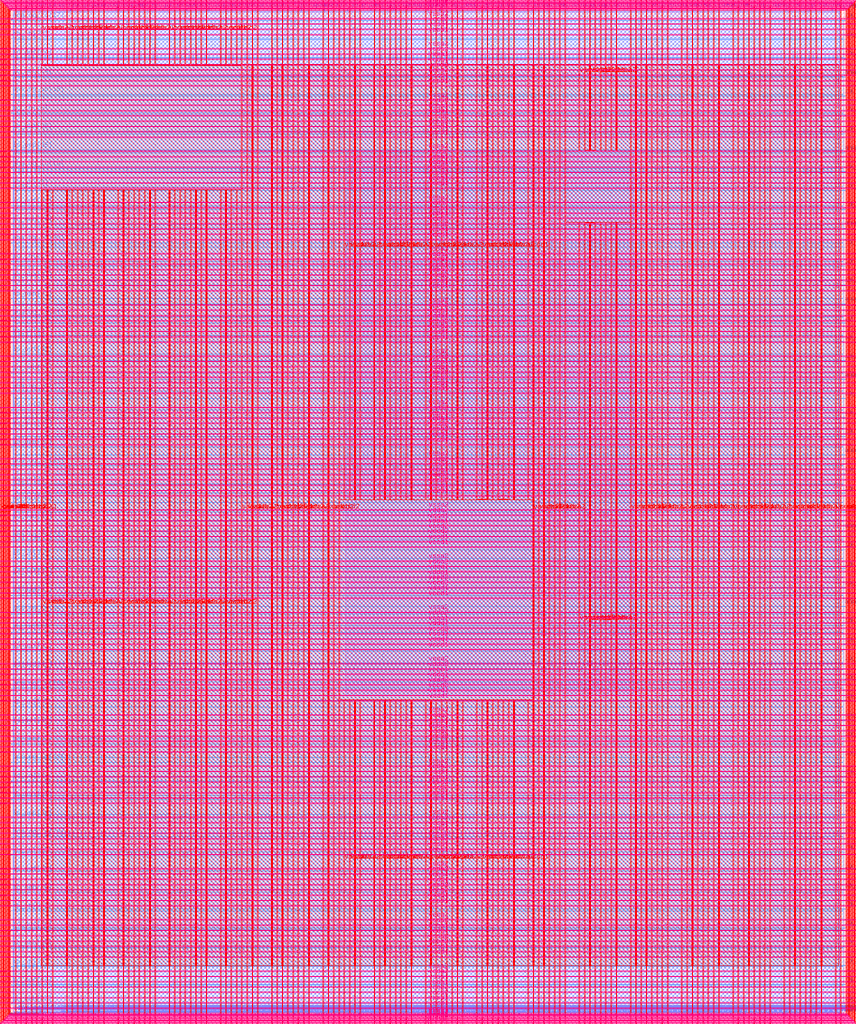
<source format=lef>
VERSION 5.7 ;
  NOWIREEXTENSIONATPIN ON ;
  DIVIDERCHAR "/" ;
  BUSBITCHARS "[]" ;
MACRO user_project_wrapper
  CLASS BLOCK ;
  FOREIGN user_project_wrapper ;
  ORIGIN 0.000 0.000 ;
  SIZE 2920.000 BY 3520.000 ;
  PIN analog_io[0]
    DIRECTION INOUT ;
    USE SIGNAL ;
    PORT
      LAYER met3 ;
        RECT 2917.600 1426.380 2924.800 1427.580 ;
    END
  END analog_io[0]
  PIN analog_io[10]
    DIRECTION INOUT ;
    USE SIGNAL ;
    PORT
      LAYER met2 ;
        RECT 2230.490 3517.600 2231.050 3524.800 ;
    END
  END analog_io[10]
  PIN analog_io[11]
    DIRECTION INOUT ;
    USE SIGNAL ;
    PORT
      LAYER met2 ;
        RECT 1905.730 3517.600 1906.290 3524.800 ;
    END
  END analog_io[11]
  PIN analog_io[12]
    DIRECTION INOUT ;
    USE SIGNAL ;
    PORT
      LAYER met2 ;
        RECT 1581.430 3517.600 1581.990 3524.800 ;
    END
  END analog_io[12]
  PIN analog_io[13]
    DIRECTION INOUT ;
    USE SIGNAL ;
    PORT
      LAYER met2 ;
        RECT 1257.130 3517.600 1257.690 3524.800 ;
    END
  END analog_io[13]
  PIN analog_io[14]
    DIRECTION INOUT ;
    USE SIGNAL ;
    PORT
      LAYER met2 ;
        RECT 932.370 3517.600 932.930 3524.800 ;
    END
  END analog_io[14]
  PIN analog_io[15]
    DIRECTION INOUT ;
    USE SIGNAL ;
    PORT
      LAYER met2 ;
        RECT 608.070 3517.600 608.630 3524.800 ;
    END
  END analog_io[15]
  PIN analog_io[16]
    DIRECTION INOUT ;
    USE SIGNAL ;
    PORT
      LAYER met2 ;
        RECT 283.770 3517.600 284.330 3524.800 ;
    END
  END analog_io[16]
  PIN analog_io[17]
    DIRECTION INOUT ;
    USE SIGNAL ;
    PORT
      LAYER met3 ;
        RECT -4.800 3486.100 2.400 3487.300 ;
    END
  END analog_io[17]
  PIN analog_io[18]
    DIRECTION INOUT ;
    USE SIGNAL ;
    PORT
      LAYER met3 ;
        RECT -4.800 3224.980 2.400 3226.180 ;
    END
  END analog_io[18]
  PIN analog_io[19]
    DIRECTION INOUT ;
    USE SIGNAL ;
    PORT
      LAYER met3 ;
        RECT -4.800 2964.540 2.400 2965.740 ;
    END
  END analog_io[19]
  PIN analog_io[1]
    DIRECTION INOUT ;
    USE SIGNAL ;
    PORT
      LAYER met3 ;
        RECT 2917.600 1692.260 2924.800 1693.460 ;
    END
  END analog_io[1]
  PIN analog_io[20]
    DIRECTION INOUT ;
    USE SIGNAL ;
    PORT
      LAYER met3 ;
        RECT -4.800 2703.420 2.400 2704.620 ;
    END
  END analog_io[20]
  PIN analog_io[21]
    DIRECTION INOUT ;
    USE SIGNAL ;
    PORT
      LAYER met3 ;
        RECT -4.800 2442.980 2.400 2444.180 ;
    END
  END analog_io[21]
  PIN analog_io[22]
    DIRECTION INOUT ;
    USE SIGNAL ;
    PORT
      LAYER met3 ;
        RECT -4.800 2182.540 2.400 2183.740 ;
    END
  END analog_io[22]
  PIN analog_io[23]
    DIRECTION INOUT ;
    USE SIGNAL ;
    PORT
      LAYER met3 ;
        RECT -4.800 1921.420 2.400 1922.620 ;
    END
  END analog_io[23]
  PIN analog_io[24]
    DIRECTION INOUT ;
    USE SIGNAL ;
    PORT
      LAYER met3 ;
        RECT -4.800 1660.980 2.400 1662.180 ;
    END
  END analog_io[24]
  PIN analog_io[25]
    DIRECTION INOUT ;
    USE SIGNAL ;
    PORT
      LAYER met3 ;
        RECT -4.800 1399.860 2.400 1401.060 ;
    END
  END analog_io[25]
  PIN analog_io[26]
    DIRECTION INOUT ;
    USE SIGNAL ;
    PORT
      LAYER met3 ;
        RECT -4.800 1139.420 2.400 1140.620 ;
    END
  END analog_io[26]
  PIN analog_io[27]
    DIRECTION INOUT ;
    USE SIGNAL ;
    PORT
      LAYER met3 ;
        RECT -4.800 878.980 2.400 880.180 ;
    END
  END analog_io[27]
  PIN analog_io[28]
    DIRECTION INOUT ;
    USE SIGNAL ;
    PORT
      LAYER met3 ;
        RECT -4.800 617.860 2.400 619.060 ;
    END
  END analog_io[28]
  PIN analog_io[2]
    DIRECTION INOUT ;
    USE SIGNAL ;
    PORT
      LAYER met3 ;
        RECT 2917.600 1958.140 2924.800 1959.340 ;
    END
  END analog_io[2]
  PIN analog_io[3]
    DIRECTION INOUT ;
    USE SIGNAL ;
    PORT
      LAYER met3 ;
        RECT 2917.600 2223.340 2924.800 2224.540 ;
    END
  END analog_io[3]
  PIN analog_io[4]
    DIRECTION INOUT ;
    USE SIGNAL ;
    PORT
      LAYER met3 ;
        RECT 2917.600 2489.220 2924.800 2490.420 ;
    END
  END analog_io[4]
  PIN analog_io[5]
    DIRECTION INOUT ;
    USE SIGNAL ;
    PORT
      LAYER met3 ;
        RECT 2917.600 2755.100 2924.800 2756.300 ;
    END
  END analog_io[5]
  PIN analog_io[6]
    DIRECTION INOUT ;
    USE SIGNAL ;
    PORT
      LAYER met3 ;
        RECT 2917.600 3020.300 2924.800 3021.500 ;
    END
  END analog_io[6]
  PIN analog_io[7]
    DIRECTION INOUT ;
    USE SIGNAL ;
    PORT
      LAYER met3 ;
        RECT 2917.600 3286.180 2924.800 3287.380 ;
    END
  END analog_io[7]
  PIN analog_io[8]
    DIRECTION INOUT ;
    USE SIGNAL ;
    PORT
      LAYER met2 ;
        RECT 2879.090 3517.600 2879.650 3524.800 ;
    END
  END analog_io[8]
  PIN analog_io[9]
    DIRECTION INOUT ;
    USE SIGNAL ;
    PORT
      LAYER met2 ;
        RECT 2554.790 3517.600 2555.350 3524.800 ;
    END
  END analog_io[9]
  PIN io_in[0]
    DIRECTION INPUT ;
    USE SIGNAL ;
    PORT
      LAYER met3 ;
        RECT 2917.600 32.380 2924.800 33.580 ;
    END
  END io_in[0]
  PIN io_in[10]
    DIRECTION INPUT ;
    USE SIGNAL ;
    PORT
      LAYER met3 ;
        RECT 2917.600 2289.980 2924.800 2291.180 ;
    END
  END io_in[10]
  PIN io_in[11]
    DIRECTION INPUT ;
    USE SIGNAL ;
    PORT
      LAYER met3 ;
        RECT 2917.600 2555.860 2924.800 2557.060 ;
    END
  END io_in[11]
  PIN io_in[12]
    DIRECTION INPUT ;
    USE SIGNAL ;
    PORT
      LAYER met3 ;
        RECT 2917.600 2821.060 2924.800 2822.260 ;
    END
  END io_in[12]
  PIN io_in[13]
    DIRECTION INPUT ;
    USE SIGNAL ;
    PORT
      LAYER met3 ;
        RECT 2917.600 3086.940 2924.800 3088.140 ;
    END
  END io_in[13]
  PIN io_in[14]
    DIRECTION INPUT ;
    USE SIGNAL ;
    PORT
      LAYER met3 ;
        RECT 2917.600 3352.820 2924.800 3354.020 ;
    END
  END io_in[14]
  PIN io_in[15]
    DIRECTION INPUT ;
    USE SIGNAL ;
    PORT
      LAYER met2 ;
        RECT 2798.130 3517.600 2798.690 3524.800 ;
    END
  END io_in[15]
  PIN io_in[16]
    DIRECTION INPUT ;
    USE SIGNAL ;
    PORT
      LAYER met2 ;
        RECT 2473.830 3517.600 2474.390 3524.800 ;
    END
  END io_in[16]
  PIN io_in[17]
    DIRECTION INPUT ;
    USE SIGNAL ;
    PORT
      LAYER met2 ;
        RECT 2149.070 3517.600 2149.630 3524.800 ;
    END
  END io_in[17]
  PIN io_in[18]
    DIRECTION INPUT ;
    USE SIGNAL ;
    PORT
      LAYER met2 ;
        RECT 1824.770 3517.600 1825.330 3524.800 ;
    END
  END io_in[18]
  PIN io_in[19]
    DIRECTION INPUT ;
    USE SIGNAL ;
    PORT
      LAYER met2 ;
        RECT 1500.470 3517.600 1501.030 3524.800 ;
    END
  END io_in[19]
  PIN io_in[1]
    DIRECTION INPUT ;
    USE SIGNAL ;
    PORT
      LAYER met3 ;
        RECT 2917.600 230.940 2924.800 232.140 ;
    END
  END io_in[1]
  PIN io_in[20]
    DIRECTION INPUT ;
    USE SIGNAL ;
    PORT
      LAYER met2 ;
        RECT 1175.710 3517.600 1176.270 3524.800 ;
    END
  END io_in[20]
  PIN io_in[21]
    DIRECTION INPUT ;
    USE SIGNAL ;
    PORT
      LAYER met2 ;
        RECT 851.410 3517.600 851.970 3524.800 ;
    END
  END io_in[21]
  PIN io_in[22]
    DIRECTION INPUT ;
    USE SIGNAL ;
    PORT
      LAYER met2 ;
        RECT 527.110 3517.600 527.670 3524.800 ;
    END
  END io_in[22]
  PIN io_in[23]
    DIRECTION INPUT ;
    USE SIGNAL ;
    PORT
      LAYER met2 ;
        RECT 202.350 3517.600 202.910 3524.800 ;
    END
  END io_in[23]
  PIN io_in[24]
    DIRECTION INPUT ;
    USE SIGNAL ;
    PORT
      LAYER met3 ;
        RECT -4.800 3420.820 2.400 3422.020 ;
    END
  END io_in[24]
  PIN io_in[25]
    DIRECTION INPUT ;
    USE SIGNAL ;
    PORT
      LAYER met3 ;
        RECT -4.800 3159.700 2.400 3160.900 ;
    END
  END io_in[25]
  PIN io_in[26]
    DIRECTION INPUT ;
    USE SIGNAL ;
    PORT
      LAYER met3 ;
        RECT -4.800 2899.260 2.400 2900.460 ;
    END
  END io_in[26]
  PIN io_in[27]
    DIRECTION INPUT ;
    USE SIGNAL ;
    PORT
      LAYER met3 ;
        RECT -4.800 2638.820 2.400 2640.020 ;
    END
  END io_in[27]
  PIN io_in[28]
    DIRECTION INPUT ;
    USE SIGNAL ;
    PORT
      LAYER met3 ;
        RECT -4.800 2377.700 2.400 2378.900 ;
    END
  END io_in[28]
  PIN io_in[29]
    DIRECTION INPUT ;
    USE SIGNAL ;
    PORT
      LAYER met3 ;
        RECT -4.800 2117.260 2.400 2118.460 ;
    END
  END io_in[29]
  PIN io_in[2]
    DIRECTION INPUT ;
    USE SIGNAL ;
    PORT
      LAYER met3 ;
        RECT 2917.600 430.180 2924.800 431.380 ;
    END
  END io_in[2]
  PIN io_in[30]
    DIRECTION INPUT ;
    USE SIGNAL ;
    PORT
      LAYER met3 ;
        RECT -4.800 1856.140 2.400 1857.340 ;
    END
  END io_in[30]
  PIN io_in[31]
    DIRECTION INPUT ;
    USE SIGNAL ;
    PORT
      LAYER met3 ;
        RECT -4.800 1595.700 2.400 1596.900 ;
    END
  END io_in[31]
  PIN io_in[32]
    DIRECTION INPUT ;
    USE SIGNAL ;
    PORT
      LAYER met3 ;
        RECT -4.800 1335.260 2.400 1336.460 ;
    END
  END io_in[32]
  PIN io_in[33]
    DIRECTION INPUT ;
    USE SIGNAL ;
    PORT
      LAYER met3 ;
        RECT -4.800 1074.140 2.400 1075.340 ;
    END
  END io_in[33]
  PIN io_in[34]
    DIRECTION INPUT ;
    USE SIGNAL ;
    PORT
      LAYER met3 ;
        RECT -4.800 813.700 2.400 814.900 ;
    END
  END io_in[34]
  PIN io_in[35]
    DIRECTION INPUT ;
    USE SIGNAL ;
    PORT
      LAYER met3 ;
        RECT -4.800 552.580 2.400 553.780 ;
    END
  END io_in[35]
  PIN io_in[36]
    DIRECTION INPUT ;
    USE SIGNAL ;
    PORT
      LAYER met3 ;
        RECT -4.800 357.420 2.400 358.620 ;
    END
  END io_in[36]
  PIN io_in[37]
    DIRECTION INPUT ;
    USE SIGNAL ;
    PORT
      LAYER met3 ;
        RECT -4.800 161.580 2.400 162.780 ;
    END
  END io_in[37]
  PIN io_in[3]
    DIRECTION INPUT ;
    USE SIGNAL ;
    PORT
      LAYER met3 ;
        RECT 2917.600 629.420 2924.800 630.620 ;
    END
  END io_in[3]
  PIN io_in[4]
    DIRECTION INPUT ;
    USE SIGNAL ;
    PORT
      LAYER met3 ;
        RECT 2917.600 828.660 2924.800 829.860 ;
    END
  END io_in[4]
  PIN io_in[5]
    DIRECTION INPUT ;
    USE SIGNAL ;
    PORT
      LAYER met3 ;
        RECT 2917.600 1027.900 2924.800 1029.100 ;
    END
  END io_in[5]
  PIN io_in[6]
    DIRECTION INPUT ;
    USE SIGNAL ;
    PORT
      LAYER met3 ;
        RECT 2917.600 1227.140 2924.800 1228.340 ;
    END
  END io_in[6]
  PIN io_in[7]
    DIRECTION INPUT ;
    USE SIGNAL ;
    PORT
      LAYER met3 ;
        RECT 2917.600 1493.020 2924.800 1494.220 ;
    END
  END io_in[7]
  PIN io_in[8]
    DIRECTION INPUT ;
    USE SIGNAL ;
    PORT
      LAYER met3 ;
        RECT 2917.600 1758.900 2924.800 1760.100 ;
    END
  END io_in[8]
  PIN io_in[9]
    DIRECTION INPUT ;
    USE SIGNAL ;
    PORT
      LAYER met3 ;
        RECT 2917.600 2024.100 2924.800 2025.300 ;
    END
  END io_in[9]
  PIN io_oeb[0]
    DIRECTION OUTPUT TRISTATE ;
    USE SIGNAL ;
    PORT
      LAYER met3 ;
        RECT 2917.600 164.980 2924.800 166.180 ;
    END
  END io_oeb[0]
  PIN io_oeb[10]
    DIRECTION OUTPUT TRISTATE ;
    USE SIGNAL ;
    PORT
      LAYER met3 ;
        RECT 2917.600 2422.580 2924.800 2423.780 ;
    END
  END io_oeb[10]
  PIN io_oeb[11]
    DIRECTION OUTPUT TRISTATE ;
    USE SIGNAL ;
    PORT
      LAYER met3 ;
        RECT 2917.600 2688.460 2924.800 2689.660 ;
    END
  END io_oeb[11]
  PIN io_oeb[12]
    DIRECTION OUTPUT TRISTATE ;
    USE SIGNAL ;
    PORT
      LAYER met3 ;
        RECT 2917.600 2954.340 2924.800 2955.540 ;
    END
  END io_oeb[12]
  PIN io_oeb[13]
    DIRECTION OUTPUT TRISTATE ;
    USE SIGNAL ;
    PORT
      LAYER met3 ;
        RECT 2917.600 3219.540 2924.800 3220.740 ;
    END
  END io_oeb[13]
  PIN io_oeb[14]
    DIRECTION OUTPUT TRISTATE ;
    USE SIGNAL ;
    PORT
      LAYER met3 ;
        RECT 2917.600 3485.420 2924.800 3486.620 ;
    END
  END io_oeb[14]
  PIN io_oeb[15]
    DIRECTION OUTPUT TRISTATE ;
    USE SIGNAL ;
    PORT
      LAYER met2 ;
        RECT 2635.750 3517.600 2636.310 3524.800 ;
    END
  END io_oeb[15]
  PIN io_oeb[16]
    DIRECTION OUTPUT TRISTATE ;
    USE SIGNAL ;
    PORT
      LAYER met2 ;
        RECT 2311.450 3517.600 2312.010 3524.800 ;
    END
  END io_oeb[16]
  PIN io_oeb[17]
    DIRECTION OUTPUT TRISTATE ;
    USE SIGNAL ;
    PORT
      LAYER met2 ;
        RECT 1987.150 3517.600 1987.710 3524.800 ;
    END
  END io_oeb[17]
  PIN io_oeb[18]
    DIRECTION OUTPUT TRISTATE ;
    USE SIGNAL ;
    PORT
      LAYER met2 ;
        RECT 1662.390 3517.600 1662.950 3524.800 ;
    END
  END io_oeb[18]
  PIN io_oeb[19]
    DIRECTION OUTPUT TRISTATE ;
    USE SIGNAL ;
    PORT
      LAYER met2 ;
        RECT 1338.090 3517.600 1338.650 3524.800 ;
    END
  END io_oeb[19]
  PIN io_oeb[1]
    DIRECTION OUTPUT TRISTATE ;
    USE SIGNAL ;
    PORT
      LAYER met3 ;
        RECT 2917.600 364.220 2924.800 365.420 ;
    END
  END io_oeb[1]
  PIN io_oeb[20]
    DIRECTION OUTPUT TRISTATE ;
    USE SIGNAL ;
    PORT
      LAYER met2 ;
        RECT 1013.790 3517.600 1014.350 3524.800 ;
    END
  END io_oeb[20]
  PIN io_oeb[21]
    DIRECTION OUTPUT TRISTATE ;
    USE SIGNAL ;
    PORT
      LAYER met2 ;
        RECT 689.030 3517.600 689.590 3524.800 ;
    END
  END io_oeb[21]
  PIN io_oeb[22]
    DIRECTION OUTPUT TRISTATE ;
    USE SIGNAL ;
    PORT
      LAYER met2 ;
        RECT 364.730 3517.600 365.290 3524.800 ;
    END
  END io_oeb[22]
  PIN io_oeb[23]
    DIRECTION OUTPUT TRISTATE ;
    USE SIGNAL ;
    PORT
      LAYER met2 ;
        RECT 40.430 3517.600 40.990 3524.800 ;
    END
  END io_oeb[23]
  PIN io_oeb[24]
    DIRECTION OUTPUT TRISTATE ;
    USE SIGNAL ;
    PORT
      LAYER met3 ;
        RECT -4.800 3290.260 2.400 3291.460 ;
    END
  END io_oeb[24]
  PIN io_oeb[25]
    DIRECTION OUTPUT TRISTATE ;
    USE SIGNAL ;
    PORT
      LAYER met3 ;
        RECT -4.800 3029.820 2.400 3031.020 ;
    END
  END io_oeb[25]
  PIN io_oeb[26]
    DIRECTION OUTPUT TRISTATE ;
    USE SIGNAL ;
    PORT
      LAYER met3 ;
        RECT -4.800 2768.700 2.400 2769.900 ;
    END
  END io_oeb[26]
  PIN io_oeb[27]
    DIRECTION OUTPUT TRISTATE ;
    USE SIGNAL ;
    PORT
      LAYER met3 ;
        RECT -4.800 2508.260 2.400 2509.460 ;
    END
  END io_oeb[27]
  PIN io_oeb[28]
    DIRECTION OUTPUT TRISTATE ;
    USE SIGNAL ;
    PORT
      LAYER met3 ;
        RECT -4.800 2247.140 2.400 2248.340 ;
    END
  END io_oeb[28]
  PIN io_oeb[29]
    DIRECTION OUTPUT TRISTATE ;
    USE SIGNAL ;
    PORT
      LAYER met3 ;
        RECT -4.800 1986.700 2.400 1987.900 ;
    END
  END io_oeb[29]
  PIN io_oeb[2]
    DIRECTION OUTPUT TRISTATE ;
    USE SIGNAL ;
    PORT
      LAYER met3 ;
        RECT 2917.600 563.460 2924.800 564.660 ;
    END
  END io_oeb[2]
  PIN io_oeb[30]
    DIRECTION OUTPUT TRISTATE ;
    USE SIGNAL ;
    PORT
      LAYER met3 ;
        RECT -4.800 1726.260 2.400 1727.460 ;
    END
  END io_oeb[30]
  PIN io_oeb[31]
    DIRECTION OUTPUT TRISTATE ;
    USE SIGNAL ;
    PORT
      LAYER met3 ;
        RECT -4.800 1465.140 2.400 1466.340 ;
    END
  END io_oeb[31]
  PIN io_oeb[32]
    DIRECTION OUTPUT TRISTATE ;
    USE SIGNAL ;
    PORT
      LAYER met3 ;
        RECT -4.800 1204.700 2.400 1205.900 ;
    END
  END io_oeb[32]
  PIN io_oeb[33]
    DIRECTION OUTPUT TRISTATE ;
    USE SIGNAL ;
    PORT
      LAYER met3 ;
        RECT -4.800 943.580 2.400 944.780 ;
    END
  END io_oeb[33]
  PIN io_oeb[34]
    DIRECTION OUTPUT TRISTATE ;
    USE SIGNAL ;
    PORT
      LAYER met3 ;
        RECT -4.800 683.140 2.400 684.340 ;
    END
  END io_oeb[34]
  PIN io_oeb[35]
    DIRECTION OUTPUT TRISTATE ;
    USE SIGNAL ;
    PORT
      LAYER met3 ;
        RECT -4.800 422.700 2.400 423.900 ;
    END
  END io_oeb[35]
  PIN io_oeb[36]
    DIRECTION OUTPUT TRISTATE ;
    USE SIGNAL ;
    PORT
      LAYER met3 ;
        RECT -4.800 226.860 2.400 228.060 ;
    END
  END io_oeb[36]
  PIN io_oeb[37]
    DIRECTION OUTPUT TRISTATE ;
    USE SIGNAL ;
    PORT
      LAYER met3 ;
        RECT -4.800 31.700 2.400 32.900 ;
    END
  END io_oeb[37]
  PIN io_oeb[3]
    DIRECTION OUTPUT TRISTATE ;
    USE SIGNAL ;
    PORT
      LAYER met3 ;
        RECT 2917.600 762.700 2924.800 763.900 ;
    END
  END io_oeb[3]
  PIN io_oeb[4]
    DIRECTION OUTPUT TRISTATE ;
    USE SIGNAL ;
    PORT
      LAYER met3 ;
        RECT 2917.600 961.940 2924.800 963.140 ;
    END
  END io_oeb[4]
  PIN io_oeb[5]
    DIRECTION OUTPUT TRISTATE ;
    USE SIGNAL ;
    PORT
      LAYER met3 ;
        RECT 2917.600 1161.180 2924.800 1162.380 ;
    END
  END io_oeb[5]
  PIN io_oeb[6]
    DIRECTION OUTPUT TRISTATE ;
    USE SIGNAL ;
    PORT
      LAYER met3 ;
        RECT 2917.600 1360.420 2924.800 1361.620 ;
    END
  END io_oeb[6]
  PIN io_oeb[7]
    DIRECTION OUTPUT TRISTATE ;
    USE SIGNAL ;
    PORT
      LAYER met3 ;
        RECT 2917.600 1625.620 2924.800 1626.820 ;
    END
  END io_oeb[7]
  PIN io_oeb[8]
    DIRECTION OUTPUT TRISTATE ;
    USE SIGNAL ;
    PORT
      LAYER met3 ;
        RECT 2917.600 1891.500 2924.800 1892.700 ;
    END
  END io_oeb[8]
  PIN io_oeb[9]
    DIRECTION OUTPUT TRISTATE ;
    USE SIGNAL ;
    PORT
      LAYER met3 ;
        RECT 2917.600 2157.380 2924.800 2158.580 ;
    END
  END io_oeb[9]
  PIN io_out[0]
    DIRECTION OUTPUT TRISTATE ;
    USE SIGNAL ;
    PORT
      LAYER met3 ;
        RECT 2917.600 98.340 2924.800 99.540 ;
    END
  END io_out[0]
  PIN io_out[10]
    DIRECTION OUTPUT TRISTATE ;
    USE SIGNAL ;
    PORT
      LAYER met3 ;
        RECT 2917.600 2356.620 2924.800 2357.820 ;
    END
  END io_out[10]
  PIN io_out[11]
    DIRECTION OUTPUT TRISTATE ;
    USE SIGNAL ;
    PORT
      LAYER met3 ;
        RECT 2917.600 2621.820 2924.800 2623.020 ;
    END
  END io_out[11]
  PIN io_out[12]
    DIRECTION OUTPUT TRISTATE ;
    USE SIGNAL ;
    PORT
      LAYER met3 ;
        RECT 2917.600 2887.700 2924.800 2888.900 ;
    END
  END io_out[12]
  PIN io_out[13]
    DIRECTION OUTPUT TRISTATE ;
    USE SIGNAL ;
    PORT
      LAYER met3 ;
        RECT 2917.600 3153.580 2924.800 3154.780 ;
    END
  END io_out[13]
  PIN io_out[14]
    DIRECTION OUTPUT TRISTATE ;
    USE SIGNAL ;
    PORT
      LAYER met3 ;
        RECT 2917.600 3418.780 2924.800 3419.980 ;
    END
  END io_out[14]
  PIN io_out[15]
    DIRECTION OUTPUT TRISTATE ;
    USE SIGNAL ;
    PORT
      LAYER met2 ;
        RECT 2717.170 3517.600 2717.730 3524.800 ;
    END
  END io_out[15]
  PIN io_out[16]
    DIRECTION OUTPUT TRISTATE ;
    USE SIGNAL ;
    PORT
      LAYER met2 ;
        RECT 2392.410 3517.600 2392.970 3524.800 ;
    END
  END io_out[16]
  PIN io_out[17]
    DIRECTION OUTPUT TRISTATE ;
    USE SIGNAL ;
    PORT
      LAYER met2 ;
        RECT 2068.110 3517.600 2068.670 3524.800 ;
    END
  END io_out[17]
  PIN io_out[18]
    DIRECTION OUTPUT TRISTATE ;
    USE SIGNAL ;
    PORT
      LAYER met2 ;
        RECT 1743.810 3517.600 1744.370 3524.800 ;
    END
  END io_out[18]
  PIN io_out[19]
    DIRECTION OUTPUT TRISTATE ;
    USE SIGNAL ;
    PORT
      LAYER met2 ;
        RECT 1419.050 3517.600 1419.610 3524.800 ;
    END
  END io_out[19]
  PIN io_out[1]
    DIRECTION OUTPUT TRISTATE ;
    USE SIGNAL ;
    PORT
      LAYER met3 ;
        RECT 2917.600 297.580 2924.800 298.780 ;
    END
  END io_out[1]
  PIN io_out[20]
    DIRECTION OUTPUT TRISTATE ;
    USE SIGNAL ;
    PORT
      LAYER met2 ;
        RECT 1094.750 3517.600 1095.310 3524.800 ;
    END
  END io_out[20]
  PIN io_out[21]
    DIRECTION OUTPUT TRISTATE ;
    USE SIGNAL ;
    PORT
      LAYER met2 ;
        RECT 770.450 3517.600 771.010 3524.800 ;
    END
  END io_out[21]
  PIN io_out[22]
    DIRECTION OUTPUT TRISTATE ;
    USE SIGNAL ;
    PORT
      LAYER met2 ;
        RECT 445.690 3517.600 446.250 3524.800 ;
    END
  END io_out[22]
  PIN io_out[23]
    DIRECTION OUTPUT TRISTATE ;
    USE SIGNAL ;
    PORT
      LAYER met2 ;
        RECT 121.390 3517.600 121.950 3524.800 ;
    END
  END io_out[23]
  PIN io_out[24]
    DIRECTION OUTPUT TRISTATE ;
    USE SIGNAL ;
    PORT
      LAYER met3 ;
        RECT -4.800 3355.540 2.400 3356.740 ;
    END
  END io_out[24]
  PIN io_out[25]
    DIRECTION OUTPUT TRISTATE ;
    USE SIGNAL ;
    PORT
      LAYER met3 ;
        RECT -4.800 3095.100 2.400 3096.300 ;
    END
  END io_out[25]
  PIN io_out[26]
    DIRECTION OUTPUT TRISTATE ;
    USE SIGNAL ;
    PORT
      LAYER met3 ;
        RECT -4.800 2833.980 2.400 2835.180 ;
    END
  END io_out[26]
  PIN io_out[27]
    DIRECTION OUTPUT TRISTATE ;
    USE SIGNAL ;
    PORT
      LAYER met3 ;
        RECT -4.800 2573.540 2.400 2574.740 ;
    END
  END io_out[27]
  PIN io_out[28]
    DIRECTION OUTPUT TRISTATE ;
    USE SIGNAL ;
    PORT
      LAYER met3 ;
        RECT -4.800 2312.420 2.400 2313.620 ;
    END
  END io_out[28]
  PIN io_out[29]
    DIRECTION OUTPUT TRISTATE ;
    USE SIGNAL ;
    PORT
      LAYER met3 ;
        RECT -4.800 2051.980 2.400 2053.180 ;
    END
  END io_out[29]
  PIN io_out[2]
    DIRECTION OUTPUT TRISTATE ;
    USE SIGNAL ;
    PORT
      LAYER met3 ;
        RECT 2917.600 496.820 2924.800 498.020 ;
    END
  END io_out[2]
  PIN io_out[30]
    DIRECTION OUTPUT TRISTATE ;
    USE SIGNAL ;
    PORT
      LAYER met3 ;
        RECT -4.800 1791.540 2.400 1792.740 ;
    END
  END io_out[30]
  PIN io_out[31]
    DIRECTION OUTPUT TRISTATE ;
    USE SIGNAL ;
    PORT
      LAYER met3 ;
        RECT -4.800 1530.420 2.400 1531.620 ;
    END
  END io_out[31]
  PIN io_out[32]
    DIRECTION OUTPUT TRISTATE ;
    USE SIGNAL ;
    PORT
      LAYER met3 ;
        RECT -4.800 1269.980 2.400 1271.180 ;
    END
  END io_out[32]
  PIN io_out[33]
    DIRECTION OUTPUT TRISTATE ;
    USE SIGNAL ;
    PORT
      LAYER met3 ;
        RECT -4.800 1008.860 2.400 1010.060 ;
    END
  END io_out[33]
  PIN io_out[34]
    DIRECTION OUTPUT TRISTATE ;
    USE SIGNAL ;
    PORT
      LAYER met3 ;
        RECT -4.800 748.420 2.400 749.620 ;
    END
  END io_out[34]
  PIN io_out[35]
    DIRECTION OUTPUT TRISTATE ;
    USE SIGNAL ;
    PORT
      LAYER met3 ;
        RECT -4.800 487.300 2.400 488.500 ;
    END
  END io_out[35]
  PIN io_out[36]
    DIRECTION OUTPUT TRISTATE ;
    USE SIGNAL ;
    PORT
      LAYER met3 ;
        RECT -4.800 292.140 2.400 293.340 ;
    END
  END io_out[36]
  PIN io_out[37]
    DIRECTION OUTPUT TRISTATE ;
    USE SIGNAL ;
    PORT
      LAYER met3 ;
        RECT -4.800 96.300 2.400 97.500 ;
    END
  END io_out[37]
  PIN io_out[3]
    DIRECTION OUTPUT TRISTATE ;
    USE SIGNAL ;
    PORT
      LAYER met3 ;
        RECT 2917.600 696.060 2924.800 697.260 ;
    END
  END io_out[3]
  PIN io_out[4]
    DIRECTION OUTPUT TRISTATE ;
    USE SIGNAL ;
    PORT
      LAYER met3 ;
        RECT 2917.600 895.300 2924.800 896.500 ;
    END
  END io_out[4]
  PIN io_out[5]
    DIRECTION OUTPUT TRISTATE ;
    USE SIGNAL ;
    PORT
      LAYER met3 ;
        RECT 2917.600 1094.540 2924.800 1095.740 ;
    END
  END io_out[5]
  PIN io_out[6]
    DIRECTION OUTPUT TRISTATE ;
    USE SIGNAL ;
    PORT
      LAYER met3 ;
        RECT 2917.600 1293.780 2924.800 1294.980 ;
    END
  END io_out[6]
  PIN io_out[7]
    DIRECTION OUTPUT TRISTATE ;
    USE SIGNAL ;
    PORT
      LAYER met3 ;
        RECT 2917.600 1559.660 2924.800 1560.860 ;
    END
  END io_out[7]
  PIN io_out[8]
    DIRECTION OUTPUT TRISTATE ;
    USE SIGNAL ;
    PORT
      LAYER met3 ;
        RECT 2917.600 1824.860 2924.800 1826.060 ;
    END
  END io_out[8]
  PIN io_out[9]
    DIRECTION OUTPUT TRISTATE ;
    USE SIGNAL ;
    PORT
      LAYER met3 ;
        RECT 2917.600 2090.740 2924.800 2091.940 ;
    END
  END io_out[9]
  PIN la_data_in[0]
    DIRECTION INPUT ;
    USE SIGNAL ;
    PORT
      LAYER met2 ;
        RECT 629.230 -4.800 629.790 2.400 ;
    END
  END la_data_in[0]
  PIN la_data_in[100]
    DIRECTION INPUT ;
    USE SIGNAL ;
    PORT
      LAYER met2 ;
        RECT 2402.530 -4.800 2403.090 2.400 ;
    END
  END la_data_in[100]
  PIN la_data_in[101]
    DIRECTION INPUT ;
    USE SIGNAL ;
    PORT
      LAYER met2 ;
        RECT 2420.010 -4.800 2420.570 2.400 ;
    END
  END la_data_in[101]
  PIN la_data_in[102]
    DIRECTION INPUT ;
    USE SIGNAL ;
    PORT
      LAYER met2 ;
        RECT 2437.950 -4.800 2438.510 2.400 ;
    END
  END la_data_in[102]
  PIN la_data_in[103]
    DIRECTION INPUT ;
    USE SIGNAL ;
    PORT
      LAYER met2 ;
        RECT 2455.430 -4.800 2455.990 2.400 ;
    END
  END la_data_in[103]
  PIN la_data_in[104]
    DIRECTION INPUT ;
    USE SIGNAL ;
    PORT
      LAYER met2 ;
        RECT 2473.370 -4.800 2473.930 2.400 ;
    END
  END la_data_in[104]
  PIN la_data_in[105]
    DIRECTION INPUT ;
    USE SIGNAL ;
    PORT
      LAYER met2 ;
        RECT 2490.850 -4.800 2491.410 2.400 ;
    END
  END la_data_in[105]
  PIN la_data_in[106]
    DIRECTION INPUT ;
    USE SIGNAL ;
    PORT
      LAYER met2 ;
        RECT 2508.790 -4.800 2509.350 2.400 ;
    END
  END la_data_in[106]
  PIN la_data_in[107]
    DIRECTION INPUT ;
    USE SIGNAL ;
    PORT
      LAYER met2 ;
        RECT 2526.730 -4.800 2527.290 2.400 ;
    END
  END la_data_in[107]
  PIN la_data_in[108]
    DIRECTION INPUT ;
    USE SIGNAL ;
    PORT
      LAYER met2 ;
        RECT 2544.210 -4.800 2544.770 2.400 ;
    END
  END la_data_in[108]
  PIN la_data_in[109]
    DIRECTION INPUT ;
    USE SIGNAL ;
    PORT
      LAYER met2 ;
        RECT 2562.150 -4.800 2562.710 2.400 ;
    END
  END la_data_in[109]
  PIN la_data_in[10]
    DIRECTION INPUT ;
    USE SIGNAL ;
    PORT
      LAYER met2 ;
        RECT 806.330 -4.800 806.890 2.400 ;
    END
  END la_data_in[10]
  PIN la_data_in[110]
    DIRECTION INPUT ;
    USE SIGNAL ;
    PORT
      LAYER met2 ;
        RECT 2579.630 -4.800 2580.190 2.400 ;
    END
  END la_data_in[110]
  PIN la_data_in[111]
    DIRECTION INPUT ;
    USE SIGNAL ;
    PORT
      LAYER met2 ;
        RECT 2597.570 -4.800 2598.130 2.400 ;
    END
  END la_data_in[111]
  PIN la_data_in[112]
    DIRECTION INPUT ;
    USE SIGNAL ;
    PORT
      LAYER met2 ;
        RECT 2615.050 -4.800 2615.610 2.400 ;
    END
  END la_data_in[112]
  PIN la_data_in[113]
    DIRECTION INPUT ;
    USE SIGNAL ;
    PORT
      LAYER met2 ;
        RECT 2632.990 -4.800 2633.550 2.400 ;
    END
  END la_data_in[113]
  PIN la_data_in[114]
    DIRECTION INPUT ;
    USE SIGNAL ;
    PORT
      LAYER met2 ;
        RECT 2650.470 -4.800 2651.030 2.400 ;
    END
  END la_data_in[114]
  PIN la_data_in[115]
    DIRECTION INPUT ;
    USE SIGNAL ;
    PORT
      LAYER met2 ;
        RECT 2668.410 -4.800 2668.970 2.400 ;
    END
  END la_data_in[115]
  PIN la_data_in[116]
    DIRECTION INPUT ;
    USE SIGNAL ;
    PORT
      LAYER met2 ;
        RECT 2685.890 -4.800 2686.450 2.400 ;
    END
  END la_data_in[116]
  PIN la_data_in[117]
    DIRECTION INPUT ;
    USE SIGNAL ;
    PORT
      LAYER met2 ;
        RECT 2703.830 -4.800 2704.390 2.400 ;
    END
  END la_data_in[117]
  PIN la_data_in[118]
    DIRECTION INPUT ;
    USE SIGNAL ;
    PORT
      LAYER met2 ;
        RECT 2721.770 -4.800 2722.330 2.400 ;
    END
  END la_data_in[118]
  PIN la_data_in[119]
    DIRECTION INPUT ;
    USE SIGNAL ;
    PORT
      LAYER met2 ;
        RECT 2739.250 -4.800 2739.810 2.400 ;
    END
  END la_data_in[119]
  PIN la_data_in[11]
    DIRECTION INPUT ;
    USE SIGNAL ;
    PORT
      LAYER met2 ;
        RECT 824.270 -4.800 824.830 2.400 ;
    END
  END la_data_in[11]
  PIN la_data_in[120]
    DIRECTION INPUT ;
    USE SIGNAL ;
    PORT
      LAYER met2 ;
        RECT 2757.190 -4.800 2757.750 2.400 ;
    END
  END la_data_in[120]
  PIN la_data_in[121]
    DIRECTION INPUT ;
    USE SIGNAL ;
    PORT
      LAYER met2 ;
        RECT 2774.670 -4.800 2775.230 2.400 ;
    END
  END la_data_in[121]
  PIN la_data_in[122]
    DIRECTION INPUT ;
    USE SIGNAL ;
    PORT
      LAYER met2 ;
        RECT 2792.610 -4.800 2793.170 2.400 ;
    END
  END la_data_in[122]
  PIN la_data_in[123]
    DIRECTION INPUT ;
    USE SIGNAL ;
    PORT
      LAYER met2 ;
        RECT 2810.090 -4.800 2810.650 2.400 ;
    END
  END la_data_in[123]
  PIN la_data_in[124]
    DIRECTION INPUT ;
    USE SIGNAL ;
    PORT
      LAYER met2 ;
        RECT 2828.030 -4.800 2828.590 2.400 ;
    END
  END la_data_in[124]
  PIN la_data_in[125]
    DIRECTION INPUT ;
    USE SIGNAL ;
    PORT
      LAYER met2 ;
        RECT 2845.510 -4.800 2846.070 2.400 ;
    END
  END la_data_in[125]
  PIN la_data_in[126]
    DIRECTION INPUT ;
    USE SIGNAL ;
    PORT
      LAYER met2 ;
        RECT 2863.450 -4.800 2864.010 2.400 ;
    END
  END la_data_in[126]
  PIN la_data_in[127]
    DIRECTION INPUT ;
    USE SIGNAL ;
    PORT
      LAYER met2 ;
        RECT 2881.390 -4.800 2881.950 2.400 ;
    END
  END la_data_in[127]
  PIN la_data_in[12]
    DIRECTION INPUT ;
    USE SIGNAL ;
    PORT
      LAYER met2 ;
        RECT 841.750 -4.800 842.310 2.400 ;
    END
  END la_data_in[12]
  PIN la_data_in[13]
    DIRECTION INPUT ;
    USE SIGNAL ;
    PORT
      LAYER met2 ;
        RECT 859.690 -4.800 860.250 2.400 ;
    END
  END la_data_in[13]
  PIN la_data_in[14]
    DIRECTION INPUT ;
    USE SIGNAL ;
    PORT
      LAYER met2 ;
        RECT 877.170 -4.800 877.730 2.400 ;
    END
  END la_data_in[14]
  PIN la_data_in[15]
    DIRECTION INPUT ;
    USE SIGNAL ;
    PORT
      LAYER met2 ;
        RECT 895.110 -4.800 895.670 2.400 ;
    END
  END la_data_in[15]
  PIN la_data_in[16]
    DIRECTION INPUT ;
    USE SIGNAL ;
    PORT
      LAYER met2 ;
        RECT 912.590 -4.800 913.150 2.400 ;
    END
  END la_data_in[16]
  PIN la_data_in[17]
    DIRECTION INPUT ;
    USE SIGNAL ;
    PORT
      LAYER met2 ;
        RECT 930.530 -4.800 931.090 2.400 ;
    END
  END la_data_in[17]
  PIN la_data_in[18]
    DIRECTION INPUT ;
    USE SIGNAL ;
    PORT
      LAYER met2 ;
        RECT 948.470 -4.800 949.030 2.400 ;
    END
  END la_data_in[18]
  PIN la_data_in[19]
    DIRECTION INPUT ;
    USE SIGNAL ;
    PORT
      LAYER met2 ;
        RECT 965.950 -4.800 966.510 2.400 ;
    END
  END la_data_in[19]
  PIN la_data_in[1]
    DIRECTION INPUT ;
    USE SIGNAL ;
    PORT
      LAYER met2 ;
        RECT 646.710 -4.800 647.270 2.400 ;
    END
  END la_data_in[1]
  PIN la_data_in[20]
    DIRECTION INPUT ;
    USE SIGNAL ;
    PORT
      LAYER met2 ;
        RECT 983.890 -4.800 984.450 2.400 ;
    END
  END la_data_in[20]
  PIN la_data_in[21]
    DIRECTION INPUT ;
    USE SIGNAL ;
    PORT
      LAYER met2 ;
        RECT 1001.370 -4.800 1001.930 2.400 ;
    END
  END la_data_in[21]
  PIN la_data_in[22]
    DIRECTION INPUT ;
    USE SIGNAL ;
    PORT
      LAYER met2 ;
        RECT 1019.310 -4.800 1019.870 2.400 ;
    END
  END la_data_in[22]
  PIN la_data_in[23]
    DIRECTION INPUT ;
    USE SIGNAL ;
    PORT
      LAYER met2 ;
        RECT 1036.790 -4.800 1037.350 2.400 ;
    END
  END la_data_in[23]
  PIN la_data_in[24]
    DIRECTION INPUT ;
    USE SIGNAL ;
    PORT
      LAYER met2 ;
        RECT 1054.730 -4.800 1055.290 2.400 ;
    END
  END la_data_in[24]
  PIN la_data_in[25]
    DIRECTION INPUT ;
    USE SIGNAL ;
    PORT
      LAYER met2 ;
        RECT 1072.210 -4.800 1072.770 2.400 ;
    END
  END la_data_in[25]
  PIN la_data_in[26]
    DIRECTION INPUT ;
    USE SIGNAL ;
    PORT
      LAYER met2 ;
        RECT 1090.150 -4.800 1090.710 2.400 ;
    END
  END la_data_in[26]
  PIN la_data_in[27]
    DIRECTION INPUT ;
    USE SIGNAL ;
    PORT
      LAYER met2 ;
        RECT 1107.630 -4.800 1108.190 2.400 ;
    END
  END la_data_in[27]
  PIN la_data_in[28]
    DIRECTION INPUT ;
    USE SIGNAL ;
    PORT
      LAYER met2 ;
        RECT 1125.570 -4.800 1126.130 2.400 ;
    END
  END la_data_in[28]
  PIN la_data_in[29]
    DIRECTION INPUT ;
    USE SIGNAL ;
    PORT
      LAYER met2 ;
        RECT 1143.510 -4.800 1144.070 2.400 ;
    END
  END la_data_in[29]
  PIN la_data_in[2]
    DIRECTION INPUT ;
    USE SIGNAL ;
    PORT
      LAYER met2 ;
        RECT 664.650 -4.800 665.210 2.400 ;
    END
  END la_data_in[2]
  PIN la_data_in[30]
    DIRECTION INPUT ;
    USE SIGNAL ;
    PORT
      LAYER met2 ;
        RECT 1160.990 -4.800 1161.550 2.400 ;
    END
  END la_data_in[30]
  PIN la_data_in[31]
    DIRECTION INPUT ;
    USE SIGNAL ;
    PORT
      LAYER met2 ;
        RECT 1178.930 -4.800 1179.490 2.400 ;
    END
  END la_data_in[31]
  PIN la_data_in[32]
    DIRECTION INPUT ;
    USE SIGNAL ;
    PORT
      LAYER met2 ;
        RECT 1196.410 -4.800 1196.970 2.400 ;
    END
  END la_data_in[32]
  PIN la_data_in[33]
    DIRECTION INPUT ;
    USE SIGNAL ;
    PORT
      LAYER met2 ;
        RECT 1214.350 -4.800 1214.910 2.400 ;
    END
  END la_data_in[33]
  PIN la_data_in[34]
    DIRECTION INPUT ;
    USE SIGNAL ;
    PORT
      LAYER met2 ;
        RECT 1231.830 -4.800 1232.390 2.400 ;
    END
  END la_data_in[34]
  PIN la_data_in[35]
    DIRECTION INPUT ;
    USE SIGNAL ;
    PORT
      LAYER met2 ;
        RECT 1249.770 -4.800 1250.330 2.400 ;
    END
  END la_data_in[35]
  PIN la_data_in[36]
    DIRECTION INPUT ;
    USE SIGNAL ;
    PORT
      LAYER met2 ;
        RECT 1267.250 -4.800 1267.810 2.400 ;
    END
  END la_data_in[36]
  PIN la_data_in[37]
    DIRECTION INPUT ;
    USE SIGNAL ;
    PORT
      LAYER met2 ;
        RECT 1285.190 -4.800 1285.750 2.400 ;
    END
  END la_data_in[37]
  PIN la_data_in[38]
    DIRECTION INPUT ;
    USE SIGNAL ;
    PORT
      LAYER met2 ;
        RECT 1303.130 -4.800 1303.690 2.400 ;
    END
  END la_data_in[38]
  PIN la_data_in[39]
    DIRECTION INPUT ;
    USE SIGNAL ;
    PORT
      LAYER met2 ;
        RECT 1320.610 -4.800 1321.170 2.400 ;
    END
  END la_data_in[39]
  PIN la_data_in[3]
    DIRECTION INPUT ;
    USE SIGNAL ;
    PORT
      LAYER met2 ;
        RECT 682.130 -4.800 682.690 2.400 ;
    END
  END la_data_in[3]
  PIN la_data_in[40]
    DIRECTION INPUT ;
    USE SIGNAL ;
    PORT
      LAYER met2 ;
        RECT 1338.550 -4.800 1339.110 2.400 ;
    END
  END la_data_in[40]
  PIN la_data_in[41]
    DIRECTION INPUT ;
    USE SIGNAL ;
    PORT
      LAYER met2 ;
        RECT 1356.030 -4.800 1356.590 2.400 ;
    END
  END la_data_in[41]
  PIN la_data_in[42]
    DIRECTION INPUT ;
    USE SIGNAL ;
    PORT
      LAYER met2 ;
        RECT 1373.970 -4.800 1374.530 2.400 ;
    END
  END la_data_in[42]
  PIN la_data_in[43]
    DIRECTION INPUT ;
    USE SIGNAL ;
    PORT
      LAYER met2 ;
        RECT 1391.450 -4.800 1392.010 2.400 ;
    END
  END la_data_in[43]
  PIN la_data_in[44]
    DIRECTION INPUT ;
    USE SIGNAL ;
    PORT
      LAYER met2 ;
        RECT 1409.390 -4.800 1409.950 2.400 ;
    END
  END la_data_in[44]
  PIN la_data_in[45]
    DIRECTION INPUT ;
    USE SIGNAL ;
    PORT
      LAYER met2 ;
        RECT 1426.870 -4.800 1427.430 2.400 ;
    END
  END la_data_in[45]
  PIN la_data_in[46]
    DIRECTION INPUT ;
    USE SIGNAL ;
    PORT
      LAYER met2 ;
        RECT 1444.810 -4.800 1445.370 2.400 ;
    END
  END la_data_in[46]
  PIN la_data_in[47]
    DIRECTION INPUT ;
    USE SIGNAL ;
    PORT
      LAYER met2 ;
        RECT 1462.750 -4.800 1463.310 2.400 ;
    END
  END la_data_in[47]
  PIN la_data_in[48]
    DIRECTION INPUT ;
    USE SIGNAL ;
    PORT
      LAYER met2 ;
        RECT 1480.230 -4.800 1480.790 2.400 ;
    END
  END la_data_in[48]
  PIN la_data_in[49]
    DIRECTION INPUT ;
    USE SIGNAL ;
    PORT
      LAYER met2 ;
        RECT 1498.170 -4.800 1498.730 2.400 ;
    END
  END la_data_in[49]
  PIN la_data_in[4]
    DIRECTION INPUT ;
    USE SIGNAL ;
    PORT
      LAYER met2 ;
        RECT 700.070 -4.800 700.630 2.400 ;
    END
  END la_data_in[4]
  PIN la_data_in[50]
    DIRECTION INPUT ;
    USE SIGNAL ;
    PORT
      LAYER met2 ;
        RECT 1515.650 -4.800 1516.210 2.400 ;
    END
  END la_data_in[50]
  PIN la_data_in[51]
    DIRECTION INPUT ;
    USE SIGNAL ;
    PORT
      LAYER met2 ;
        RECT 1533.590 -4.800 1534.150 2.400 ;
    END
  END la_data_in[51]
  PIN la_data_in[52]
    DIRECTION INPUT ;
    USE SIGNAL ;
    PORT
      LAYER met2 ;
        RECT 1551.070 -4.800 1551.630 2.400 ;
    END
  END la_data_in[52]
  PIN la_data_in[53]
    DIRECTION INPUT ;
    USE SIGNAL ;
    PORT
      LAYER met2 ;
        RECT 1569.010 -4.800 1569.570 2.400 ;
    END
  END la_data_in[53]
  PIN la_data_in[54]
    DIRECTION INPUT ;
    USE SIGNAL ;
    PORT
      LAYER met2 ;
        RECT 1586.490 -4.800 1587.050 2.400 ;
    END
  END la_data_in[54]
  PIN la_data_in[55]
    DIRECTION INPUT ;
    USE SIGNAL ;
    PORT
      LAYER met2 ;
        RECT 1604.430 -4.800 1604.990 2.400 ;
    END
  END la_data_in[55]
  PIN la_data_in[56]
    DIRECTION INPUT ;
    USE SIGNAL ;
    PORT
      LAYER met2 ;
        RECT 1621.910 -4.800 1622.470 2.400 ;
    END
  END la_data_in[56]
  PIN la_data_in[57]
    DIRECTION INPUT ;
    USE SIGNAL ;
    PORT
      LAYER met2 ;
        RECT 1639.850 -4.800 1640.410 2.400 ;
    END
  END la_data_in[57]
  PIN la_data_in[58]
    DIRECTION INPUT ;
    USE SIGNAL ;
    PORT
      LAYER met2 ;
        RECT 1657.790 -4.800 1658.350 2.400 ;
    END
  END la_data_in[58]
  PIN la_data_in[59]
    DIRECTION INPUT ;
    USE SIGNAL ;
    PORT
      LAYER met2 ;
        RECT 1675.270 -4.800 1675.830 2.400 ;
    END
  END la_data_in[59]
  PIN la_data_in[5]
    DIRECTION INPUT ;
    USE SIGNAL ;
    PORT
      LAYER met2 ;
        RECT 717.550 -4.800 718.110 2.400 ;
    END
  END la_data_in[5]
  PIN la_data_in[60]
    DIRECTION INPUT ;
    USE SIGNAL ;
    PORT
      LAYER met2 ;
        RECT 1693.210 -4.800 1693.770 2.400 ;
    END
  END la_data_in[60]
  PIN la_data_in[61]
    DIRECTION INPUT ;
    USE SIGNAL ;
    PORT
      LAYER met2 ;
        RECT 1710.690 -4.800 1711.250 2.400 ;
    END
  END la_data_in[61]
  PIN la_data_in[62]
    DIRECTION INPUT ;
    USE SIGNAL ;
    PORT
      LAYER met2 ;
        RECT 1728.630 -4.800 1729.190 2.400 ;
    END
  END la_data_in[62]
  PIN la_data_in[63]
    DIRECTION INPUT ;
    USE SIGNAL ;
    PORT
      LAYER met2 ;
        RECT 1746.110 -4.800 1746.670 2.400 ;
    END
  END la_data_in[63]
  PIN la_data_in[64]
    DIRECTION INPUT ;
    USE SIGNAL ;
    PORT
      LAYER met2 ;
        RECT 1764.050 -4.800 1764.610 2.400 ;
    END
  END la_data_in[64]
  PIN la_data_in[65]
    DIRECTION INPUT ;
    USE SIGNAL ;
    PORT
      LAYER met2 ;
        RECT 1781.530 -4.800 1782.090 2.400 ;
    END
  END la_data_in[65]
  PIN la_data_in[66]
    DIRECTION INPUT ;
    USE SIGNAL ;
    PORT
      LAYER met2 ;
        RECT 1799.470 -4.800 1800.030 2.400 ;
    END
  END la_data_in[66]
  PIN la_data_in[67]
    DIRECTION INPUT ;
    USE SIGNAL ;
    PORT
      LAYER met2 ;
        RECT 1817.410 -4.800 1817.970 2.400 ;
    END
  END la_data_in[67]
  PIN la_data_in[68]
    DIRECTION INPUT ;
    USE SIGNAL ;
    PORT
      LAYER met2 ;
        RECT 1834.890 -4.800 1835.450 2.400 ;
    END
  END la_data_in[68]
  PIN la_data_in[69]
    DIRECTION INPUT ;
    USE SIGNAL ;
    PORT
      LAYER met2 ;
        RECT 1852.830 -4.800 1853.390 2.400 ;
    END
  END la_data_in[69]
  PIN la_data_in[6]
    DIRECTION INPUT ;
    USE SIGNAL ;
    PORT
      LAYER met2 ;
        RECT 735.490 -4.800 736.050 2.400 ;
    END
  END la_data_in[6]
  PIN la_data_in[70]
    DIRECTION INPUT ;
    USE SIGNAL ;
    PORT
      LAYER met2 ;
        RECT 1870.310 -4.800 1870.870 2.400 ;
    END
  END la_data_in[70]
  PIN la_data_in[71]
    DIRECTION INPUT ;
    USE SIGNAL ;
    PORT
      LAYER met2 ;
        RECT 1888.250 -4.800 1888.810 2.400 ;
    END
  END la_data_in[71]
  PIN la_data_in[72]
    DIRECTION INPUT ;
    USE SIGNAL ;
    PORT
      LAYER met2 ;
        RECT 1905.730 -4.800 1906.290 2.400 ;
    END
  END la_data_in[72]
  PIN la_data_in[73]
    DIRECTION INPUT ;
    USE SIGNAL ;
    PORT
      LAYER met2 ;
        RECT 1923.670 -4.800 1924.230 2.400 ;
    END
  END la_data_in[73]
  PIN la_data_in[74]
    DIRECTION INPUT ;
    USE SIGNAL ;
    PORT
      LAYER met2 ;
        RECT 1941.150 -4.800 1941.710 2.400 ;
    END
  END la_data_in[74]
  PIN la_data_in[75]
    DIRECTION INPUT ;
    USE SIGNAL ;
    PORT
      LAYER met2 ;
        RECT 1959.090 -4.800 1959.650 2.400 ;
    END
  END la_data_in[75]
  PIN la_data_in[76]
    DIRECTION INPUT ;
    USE SIGNAL ;
    PORT
      LAYER met2 ;
        RECT 1976.570 -4.800 1977.130 2.400 ;
    END
  END la_data_in[76]
  PIN la_data_in[77]
    DIRECTION INPUT ;
    USE SIGNAL ;
    PORT
      LAYER met2 ;
        RECT 1994.510 -4.800 1995.070 2.400 ;
    END
  END la_data_in[77]
  PIN la_data_in[78]
    DIRECTION INPUT ;
    USE SIGNAL ;
    PORT
      LAYER met2 ;
        RECT 2012.450 -4.800 2013.010 2.400 ;
    END
  END la_data_in[78]
  PIN la_data_in[79]
    DIRECTION INPUT ;
    USE SIGNAL ;
    PORT
      LAYER met2 ;
        RECT 2029.930 -4.800 2030.490 2.400 ;
    END
  END la_data_in[79]
  PIN la_data_in[7]
    DIRECTION INPUT ;
    USE SIGNAL ;
    PORT
      LAYER met2 ;
        RECT 752.970 -4.800 753.530 2.400 ;
    END
  END la_data_in[7]
  PIN la_data_in[80]
    DIRECTION INPUT ;
    USE SIGNAL ;
    PORT
      LAYER met2 ;
        RECT 2047.870 -4.800 2048.430 2.400 ;
    END
  END la_data_in[80]
  PIN la_data_in[81]
    DIRECTION INPUT ;
    USE SIGNAL ;
    PORT
      LAYER met2 ;
        RECT 2065.350 -4.800 2065.910 2.400 ;
    END
  END la_data_in[81]
  PIN la_data_in[82]
    DIRECTION INPUT ;
    USE SIGNAL ;
    PORT
      LAYER met2 ;
        RECT 2083.290 -4.800 2083.850 2.400 ;
    END
  END la_data_in[82]
  PIN la_data_in[83]
    DIRECTION INPUT ;
    USE SIGNAL ;
    PORT
      LAYER met2 ;
        RECT 2100.770 -4.800 2101.330 2.400 ;
    END
  END la_data_in[83]
  PIN la_data_in[84]
    DIRECTION INPUT ;
    USE SIGNAL ;
    PORT
      LAYER met2 ;
        RECT 2118.710 -4.800 2119.270 2.400 ;
    END
  END la_data_in[84]
  PIN la_data_in[85]
    DIRECTION INPUT ;
    USE SIGNAL ;
    PORT
      LAYER met2 ;
        RECT 2136.190 -4.800 2136.750 2.400 ;
    END
  END la_data_in[85]
  PIN la_data_in[86]
    DIRECTION INPUT ;
    USE SIGNAL ;
    PORT
      LAYER met2 ;
        RECT 2154.130 -4.800 2154.690 2.400 ;
    END
  END la_data_in[86]
  PIN la_data_in[87]
    DIRECTION INPUT ;
    USE SIGNAL ;
    PORT
      LAYER met2 ;
        RECT 2172.070 -4.800 2172.630 2.400 ;
    END
  END la_data_in[87]
  PIN la_data_in[88]
    DIRECTION INPUT ;
    USE SIGNAL ;
    PORT
      LAYER met2 ;
        RECT 2189.550 -4.800 2190.110 2.400 ;
    END
  END la_data_in[88]
  PIN la_data_in[89]
    DIRECTION INPUT ;
    USE SIGNAL ;
    PORT
      LAYER met2 ;
        RECT 2207.490 -4.800 2208.050 2.400 ;
    END
  END la_data_in[89]
  PIN la_data_in[8]
    DIRECTION INPUT ;
    USE SIGNAL ;
    PORT
      LAYER met2 ;
        RECT 770.910 -4.800 771.470 2.400 ;
    END
  END la_data_in[8]
  PIN la_data_in[90]
    DIRECTION INPUT ;
    USE SIGNAL ;
    PORT
      LAYER met2 ;
        RECT 2224.970 -4.800 2225.530 2.400 ;
    END
  END la_data_in[90]
  PIN la_data_in[91]
    DIRECTION INPUT ;
    USE SIGNAL ;
    PORT
      LAYER met2 ;
        RECT 2242.910 -4.800 2243.470 2.400 ;
    END
  END la_data_in[91]
  PIN la_data_in[92]
    DIRECTION INPUT ;
    USE SIGNAL ;
    PORT
      LAYER met2 ;
        RECT 2260.390 -4.800 2260.950 2.400 ;
    END
  END la_data_in[92]
  PIN la_data_in[93]
    DIRECTION INPUT ;
    USE SIGNAL ;
    PORT
      LAYER met2 ;
        RECT 2278.330 -4.800 2278.890 2.400 ;
    END
  END la_data_in[93]
  PIN la_data_in[94]
    DIRECTION INPUT ;
    USE SIGNAL ;
    PORT
      LAYER met2 ;
        RECT 2295.810 -4.800 2296.370 2.400 ;
    END
  END la_data_in[94]
  PIN la_data_in[95]
    DIRECTION INPUT ;
    USE SIGNAL ;
    PORT
      LAYER met2 ;
        RECT 2313.750 -4.800 2314.310 2.400 ;
    END
  END la_data_in[95]
  PIN la_data_in[96]
    DIRECTION INPUT ;
    USE SIGNAL ;
    PORT
      LAYER met2 ;
        RECT 2331.230 -4.800 2331.790 2.400 ;
    END
  END la_data_in[96]
  PIN la_data_in[97]
    DIRECTION INPUT ;
    USE SIGNAL ;
    PORT
      LAYER met2 ;
        RECT 2349.170 -4.800 2349.730 2.400 ;
    END
  END la_data_in[97]
  PIN la_data_in[98]
    DIRECTION INPUT ;
    USE SIGNAL ;
    PORT
      LAYER met2 ;
        RECT 2367.110 -4.800 2367.670 2.400 ;
    END
  END la_data_in[98]
  PIN la_data_in[99]
    DIRECTION INPUT ;
    USE SIGNAL ;
    PORT
      LAYER met2 ;
        RECT 2384.590 -4.800 2385.150 2.400 ;
    END
  END la_data_in[99]
  PIN la_data_in[9]
    DIRECTION INPUT ;
    USE SIGNAL ;
    PORT
      LAYER met2 ;
        RECT 788.850 -4.800 789.410 2.400 ;
    END
  END la_data_in[9]
  PIN la_data_out[0]
    DIRECTION OUTPUT TRISTATE ;
    USE SIGNAL ;
    PORT
      LAYER met2 ;
        RECT 634.750 -4.800 635.310 2.400 ;
    END
  END la_data_out[0]
  PIN la_data_out[100]
    DIRECTION OUTPUT TRISTATE ;
    USE SIGNAL ;
    PORT
      LAYER met2 ;
        RECT 2408.510 -4.800 2409.070 2.400 ;
    END
  END la_data_out[100]
  PIN la_data_out[101]
    DIRECTION OUTPUT TRISTATE ;
    USE SIGNAL ;
    PORT
      LAYER met2 ;
        RECT 2425.990 -4.800 2426.550 2.400 ;
    END
  END la_data_out[101]
  PIN la_data_out[102]
    DIRECTION OUTPUT TRISTATE ;
    USE SIGNAL ;
    PORT
      LAYER met2 ;
        RECT 2443.930 -4.800 2444.490 2.400 ;
    END
  END la_data_out[102]
  PIN la_data_out[103]
    DIRECTION OUTPUT TRISTATE ;
    USE SIGNAL ;
    PORT
      LAYER met2 ;
        RECT 2461.410 -4.800 2461.970 2.400 ;
    END
  END la_data_out[103]
  PIN la_data_out[104]
    DIRECTION OUTPUT TRISTATE ;
    USE SIGNAL ;
    PORT
      LAYER met2 ;
        RECT 2479.350 -4.800 2479.910 2.400 ;
    END
  END la_data_out[104]
  PIN la_data_out[105]
    DIRECTION OUTPUT TRISTATE ;
    USE SIGNAL ;
    PORT
      LAYER met2 ;
        RECT 2496.830 -4.800 2497.390 2.400 ;
    END
  END la_data_out[105]
  PIN la_data_out[106]
    DIRECTION OUTPUT TRISTATE ;
    USE SIGNAL ;
    PORT
      LAYER met2 ;
        RECT 2514.770 -4.800 2515.330 2.400 ;
    END
  END la_data_out[106]
  PIN la_data_out[107]
    DIRECTION OUTPUT TRISTATE ;
    USE SIGNAL ;
    PORT
      LAYER met2 ;
        RECT 2532.250 -4.800 2532.810 2.400 ;
    END
  END la_data_out[107]
  PIN la_data_out[108]
    DIRECTION OUTPUT TRISTATE ;
    USE SIGNAL ;
    PORT
      LAYER met2 ;
        RECT 2550.190 -4.800 2550.750 2.400 ;
    END
  END la_data_out[108]
  PIN la_data_out[109]
    DIRECTION OUTPUT TRISTATE ;
    USE SIGNAL ;
    PORT
      LAYER met2 ;
        RECT 2567.670 -4.800 2568.230 2.400 ;
    END
  END la_data_out[109]
  PIN la_data_out[10]
    DIRECTION OUTPUT TRISTATE ;
    USE SIGNAL ;
    PORT
      LAYER met2 ;
        RECT 812.310 -4.800 812.870 2.400 ;
    END
  END la_data_out[10]
  PIN la_data_out[110]
    DIRECTION OUTPUT TRISTATE ;
    USE SIGNAL ;
    PORT
      LAYER met2 ;
        RECT 2585.610 -4.800 2586.170 2.400 ;
    END
  END la_data_out[110]
  PIN la_data_out[111]
    DIRECTION OUTPUT TRISTATE ;
    USE SIGNAL ;
    PORT
      LAYER met2 ;
        RECT 2603.550 -4.800 2604.110 2.400 ;
    END
  END la_data_out[111]
  PIN la_data_out[112]
    DIRECTION OUTPUT TRISTATE ;
    USE SIGNAL ;
    PORT
      LAYER met2 ;
        RECT 2621.030 -4.800 2621.590 2.400 ;
    END
  END la_data_out[112]
  PIN la_data_out[113]
    DIRECTION OUTPUT TRISTATE ;
    USE SIGNAL ;
    PORT
      LAYER met2 ;
        RECT 2638.970 -4.800 2639.530 2.400 ;
    END
  END la_data_out[113]
  PIN la_data_out[114]
    DIRECTION OUTPUT TRISTATE ;
    USE SIGNAL ;
    PORT
      LAYER met2 ;
        RECT 2656.450 -4.800 2657.010 2.400 ;
    END
  END la_data_out[114]
  PIN la_data_out[115]
    DIRECTION OUTPUT TRISTATE ;
    USE SIGNAL ;
    PORT
      LAYER met2 ;
        RECT 2674.390 -4.800 2674.950 2.400 ;
    END
  END la_data_out[115]
  PIN la_data_out[116]
    DIRECTION OUTPUT TRISTATE ;
    USE SIGNAL ;
    PORT
      LAYER met2 ;
        RECT 2691.870 -4.800 2692.430 2.400 ;
    END
  END la_data_out[116]
  PIN la_data_out[117]
    DIRECTION OUTPUT TRISTATE ;
    USE SIGNAL ;
    PORT
      LAYER met2 ;
        RECT 2709.810 -4.800 2710.370 2.400 ;
    END
  END la_data_out[117]
  PIN la_data_out[118]
    DIRECTION OUTPUT TRISTATE ;
    USE SIGNAL ;
    PORT
      LAYER met2 ;
        RECT 2727.290 -4.800 2727.850 2.400 ;
    END
  END la_data_out[118]
  PIN la_data_out[119]
    DIRECTION OUTPUT TRISTATE ;
    USE SIGNAL ;
    PORT
      LAYER met2 ;
        RECT 2745.230 -4.800 2745.790 2.400 ;
    END
  END la_data_out[119]
  PIN la_data_out[11]
    DIRECTION OUTPUT TRISTATE ;
    USE SIGNAL ;
    PORT
      LAYER met2 ;
        RECT 830.250 -4.800 830.810 2.400 ;
    END
  END la_data_out[11]
  PIN la_data_out[120]
    DIRECTION OUTPUT TRISTATE ;
    USE SIGNAL ;
    PORT
      LAYER met2 ;
        RECT 2763.170 -4.800 2763.730 2.400 ;
    END
  END la_data_out[120]
  PIN la_data_out[121]
    DIRECTION OUTPUT TRISTATE ;
    USE SIGNAL ;
    PORT
      LAYER met2 ;
        RECT 2780.650 -4.800 2781.210 2.400 ;
    END
  END la_data_out[121]
  PIN la_data_out[122]
    DIRECTION OUTPUT TRISTATE ;
    USE SIGNAL ;
    PORT
      LAYER met2 ;
        RECT 2798.590 -4.800 2799.150 2.400 ;
    END
  END la_data_out[122]
  PIN la_data_out[123]
    DIRECTION OUTPUT TRISTATE ;
    USE SIGNAL ;
    PORT
      LAYER met2 ;
        RECT 2816.070 -4.800 2816.630 2.400 ;
    END
  END la_data_out[123]
  PIN la_data_out[124]
    DIRECTION OUTPUT TRISTATE ;
    USE SIGNAL ;
    PORT
      LAYER met2 ;
        RECT 2834.010 -4.800 2834.570 2.400 ;
    END
  END la_data_out[124]
  PIN la_data_out[125]
    DIRECTION OUTPUT TRISTATE ;
    USE SIGNAL ;
    PORT
      LAYER met2 ;
        RECT 2851.490 -4.800 2852.050 2.400 ;
    END
  END la_data_out[125]
  PIN la_data_out[126]
    DIRECTION OUTPUT TRISTATE ;
    USE SIGNAL ;
    PORT
      LAYER met2 ;
        RECT 2869.430 -4.800 2869.990 2.400 ;
    END
  END la_data_out[126]
  PIN la_data_out[127]
    DIRECTION OUTPUT TRISTATE ;
    USE SIGNAL ;
    PORT
      LAYER met2 ;
        RECT 2886.910 -4.800 2887.470 2.400 ;
    END
  END la_data_out[127]
  PIN la_data_out[12]
    DIRECTION OUTPUT TRISTATE ;
    USE SIGNAL ;
    PORT
      LAYER met2 ;
        RECT 847.730 -4.800 848.290 2.400 ;
    END
  END la_data_out[12]
  PIN la_data_out[13]
    DIRECTION OUTPUT TRISTATE ;
    USE SIGNAL ;
    PORT
      LAYER met2 ;
        RECT 865.670 -4.800 866.230 2.400 ;
    END
  END la_data_out[13]
  PIN la_data_out[14]
    DIRECTION OUTPUT TRISTATE ;
    USE SIGNAL ;
    PORT
      LAYER met2 ;
        RECT 883.150 -4.800 883.710 2.400 ;
    END
  END la_data_out[14]
  PIN la_data_out[15]
    DIRECTION OUTPUT TRISTATE ;
    USE SIGNAL ;
    PORT
      LAYER met2 ;
        RECT 901.090 -4.800 901.650 2.400 ;
    END
  END la_data_out[15]
  PIN la_data_out[16]
    DIRECTION OUTPUT TRISTATE ;
    USE SIGNAL ;
    PORT
      LAYER met2 ;
        RECT 918.570 -4.800 919.130 2.400 ;
    END
  END la_data_out[16]
  PIN la_data_out[17]
    DIRECTION OUTPUT TRISTATE ;
    USE SIGNAL ;
    PORT
      LAYER met2 ;
        RECT 936.510 -4.800 937.070 2.400 ;
    END
  END la_data_out[17]
  PIN la_data_out[18]
    DIRECTION OUTPUT TRISTATE ;
    USE SIGNAL ;
    PORT
      LAYER met2 ;
        RECT 953.990 -4.800 954.550 2.400 ;
    END
  END la_data_out[18]
  PIN la_data_out[19]
    DIRECTION OUTPUT TRISTATE ;
    USE SIGNAL ;
    PORT
      LAYER met2 ;
        RECT 971.930 -4.800 972.490 2.400 ;
    END
  END la_data_out[19]
  PIN la_data_out[1]
    DIRECTION OUTPUT TRISTATE ;
    USE SIGNAL ;
    PORT
      LAYER met2 ;
        RECT 652.690 -4.800 653.250 2.400 ;
    END
  END la_data_out[1]
  PIN la_data_out[20]
    DIRECTION OUTPUT TRISTATE ;
    USE SIGNAL ;
    PORT
      LAYER met2 ;
        RECT 989.410 -4.800 989.970 2.400 ;
    END
  END la_data_out[20]
  PIN la_data_out[21]
    DIRECTION OUTPUT TRISTATE ;
    USE SIGNAL ;
    PORT
      LAYER met2 ;
        RECT 1007.350 -4.800 1007.910 2.400 ;
    END
  END la_data_out[21]
  PIN la_data_out[22]
    DIRECTION OUTPUT TRISTATE ;
    USE SIGNAL ;
    PORT
      LAYER met2 ;
        RECT 1025.290 -4.800 1025.850 2.400 ;
    END
  END la_data_out[22]
  PIN la_data_out[23]
    DIRECTION OUTPUT TRISTATE ;
    USE SIGNAL ;
    PORT
      LAYER met2 ;
        RECT 1042.770 -4.800 1043.330 2.400 ;
    END
  END la_data_out[23]
  PIN la_data_out[24]
    DIRECTION OUTPUT TRISTATE ;
    USE SIGNAL ;
    PORT
      LAYER met2 ;
        RECT 1060.710 -4.800 1061.270 2.400 ;
    END
  END la_data_out[24]
  PIN la_data_out[25]
    DIRECTION OUTPUT TRISTATE ;
    USE SIGNAL ;
    PORT
      LAYER met2 ;
        RECT 1078.190 -4.800 1078.750 2.400 ;
    END
  END la_data_out[25]
  PIN la_data_out[26]
    DIRECTION OUTPUT TRISTATE ;
    USE SIGNAL ;
    PORT
      LAYER met2 ;
        RECT 1096.130 -4.800 1096.690 2.400 ;
    END
  END la_data_out[26]
  PIN la_data_out[27]
    DIRECTION OUTPUT TRISTATE ;
    USE SIGNAL ;
    PORT
      LAYER met2 ;
        RECT 1113.610 -4.800 1114.170 2.400 ;
    END
  END la_data_out[27]
  PIN la_data_out[28]
    DIRECTION OUTPUT TRISTATE ;
    USE SIGNAL ;
    PORT
      LAYER met2 ;
        RECT 1131.550 -4.800 1132.110 2.400 ;
    END
  END la_data_out[28]
  PIN la_data_out[29]
    DIRECTION OUTPUT TRISTATE ;
    USE SIGNAL ;
    PORT
      LAYER met2 ;
        RECT 1149.030 -4.800 1149.590 2.400 ;
    END
  END la_data_out[29]
  PIN la_data_out[2]
    DIRECTION OUTPUT TRISTATE ;
    USE SIGNAL ;
    PORT
      LAYER met2 ;
        RECT 670.630 -4.800 671.190 2.400 ;
    END
  END la_data_out[2]
  PIN la_data_out[30]
    DIRECTION OUTPUT TRISTATE ;
    USE SIGNAL ;
    PORT
      LAYER met2 ;
        RECT 1166.970 -4.800 1167.530 2.400 ;
    END
  END la_data_out[30]
  PIN la_data_out[31]
    DIRECTION OUTPUT TRISTATE ;
    USE SIGNAL ;
    PORT
      LAYER met2 ;
        RECT 1184.910 -4.800 1185.470 2.400 ;
    END
  END la_data_out[31]
  PIN la_data_out[32]
    DIRECTION OUTPUT TRISTATE ;
    USE SIGNAL ;
    PORT
      LAYER met2 ;
        RECT 1202.390 -4.800 1202.950 2.400 ;
    END
  END la_data_out[32]
  PIN la_data_out[33]
    DIRECTION OUTPUT TRISTATE ;
    USE SIGNAL ;
    PORT
      LAYER met2 ;
        RECT 1220.330 -4.800 1220.890 2.400 ;
    END
  END la_data_out[33]
  PIN la_data_out[34]
    DIRECTION OUTPUT TRISTATE ;
    USE SIGNAL ;
    PORT
      LAYER met2 ;
        RECT 1237.810 -4.800 1238.370 2.400 ;
    END
  END la_data_out[34]
  PIN la_data_out[35]
    DIRECTION OUTPUT TRISTATE ;
    USE SIGNAL ;
    PORT
      LAYER met2 ;
        RECT 1255.750 -4.800 1256.310 2.400 ;
    END
  END la_data_out[35]
  PIN la_data_out[36]
    DIRECTION OUTPUT TRISTATE ;
    USE SIGNAL ;
    PORT
      LAYER met2 ;
        RECT 1273.230 -4.800 1273.790 2.400 ;
    END
  END la_data_out[36]
  PIN la_data_out[37]
    DIRECTION OUTPUT TRISTATE ;
    USE SIGNAL ;
    PORT
      LAYER met2 ;
        RECT 1291.170 -4.800 1291.730 2.400 ;
    END
  END la_data_out[37]
  PIN la_data_out[38]
    DIRECTION OUTPUT TRISTATE ;
    USE SIGNAL ;
    PORT
      LAYER met2 ;
        RECT 1308.650 -4.800 1309.210 2.400 ;
    END
  END la_data_out[38]
  PIN la_data_out[39]
    DIRECTION OUTPUT TRISTATE ;
    USE SIGNAL ;
    PORT
      LAYER met2 ;
        RECT 1326.590 -4.800 1327.150 2.400 ;
    END
  END la_data_out[39]
  PIN la_data_out[3]
    DIRECTION OUTPUT TRISTATE ;
    USE SIGNAL ;
    PORT
      LAYER met2 ;
        RECT 688.110 -4.800 688.670 2.400 ;
    END
  END la_data_out[3]
  PIN la_data_out[40]
    DIRECTION OUTPUT TRISTATE ;
    USE SIGNAL ;
    PORT
      LAYER met2 ;
        RECT 1344.070 -4.800 1344.630 2.400 ;
    END
  END la_data_out[40]
  PIN la_data_out[41]
    DIRECTION OUTPUT TRISTATE ;
    USE SIGNAL ;
    PORT
      LAYER met2 ;
        RECT 1362.010 -4.800 1362.570 2.400 ;
    END
  END la_data_out[41]
  PIN la_data_out[42]
    DIRECTION OUTPUT TRISTATE ;
    USE SIGNAL ;
    PORT
      LAYER met2 ;
        RECT 1379.950 -4.800 1380.510 2.400 ;
    END
  END la_data_out[42]
  PIN la_data_out[43]
    DIRECTION OUTPUT TRISTATE ;
    USE SIGNAL ;
    PORT
      LAYER met2 ;
        RECT 1397.430 -4.800 1397.990 2.400 ;
    END
  END la_data_out[43]
  PIN la_data_out[44]
    DIRECTION OUTPUT TRISTATE ;
    USE SIGNAL ;
    PORT
      LAYER met2 ;
        RECT 1415.370 -4.800 1415.930 2.400 ;
    END
  END la_data_out[44]
  PIN la_data_out[45]
    DIRECTION OUTPUT TRISTATE ;
    USE SIGNAL ;
    PORT
      LAYER met2 ;
        RECT 1432.850 -4.800 1433.410 2.400 ;
    END
  END la_data_out[45]
  PIN la_data_out[46]
    DIRECTION OUTPUT TRISTATE ;
    USE SIGNAL ;
    PORT
      LAYER met2 ;
        RECT 1450.790 -4.800 1451.350 2.400 ;
    END
  END la_data_out[46]
  PIN la_data_out[47]
    DIRECTION OUTPUT TRISTATE ;
    USE SIGNAL ;
    PORT
      LAYER met2 ;
        RECT 1468.270 -4.800 1468.830 2.400 ;
    END
  END la_data_out[47]
  PIN la_data_out[48]
    DIRECTION OUTPUT TRISTATE ;
    USE SIGNAL ;
    PORT
      LAYER met2 ;
        RECT 1486.210 -4.800 1486.770 2.400 ;
    END
  END la_data_out[48]
  PIN la_data_out[49]
    DIRECTION OUTPUT TRISTATE ;
    USE SIGNAL ;
    PORT
      LAYER met2 ;
        RECT 1503.690 -4.800 1504.250 2.400 ;
    END
  END la_data_out[49]
  PIN la_data_out[4]
    DIRECTION OUTPUT TRISTATE ;
    USE SIGNAL ;
    PORT
      LAYER met2 ;
        RECT 706.050 -4.800 706.610 2.400 ;
    END
  END la_data_out[4]
  PIN la_data_out[50]
    DIRECTION OUTPUT TRISTATE ;
    USE SIGNAL ;
    PORT
      LAYER met2 ;
        RECT 1521.630 -4.800 1522.190 2.400 ;
    END
  END la_data_out[50]
  PIN la_data_out[51]
    DIRECTION OUTPUT TRISTATE ;
    USE SIGNAL ;
    PORT
      LAYER met2 ;
        RECT 1539.570 -4.800 1540.130 2.400 ;
    END
  END la_data_out[51]
  PIN la_data_out[52]
    DIRECTION OUTPUT TRISTATE ;
    USE SIGNAL ;
    PORT
      LAYER met2 ;
        RECT 1557.050 -4.800 1557.610 2.400 ;
    END
  END la_data_out[52]
  PIN la_data_out[53]
    DIRECTION OUTPUT TRISTATE ;
    USE SIGNAL ;
    PORT
      LAYER met2 ;
        RECT 1574.990 -4.800 1575.550 2.400 ;
    END
  END la_data_out[53]
  PIN la_data_out[54]
    DIRECTION OUTPUT TRISTATE ;
    USE SIGNAL ;
    PORT
      LAYER met2 ;
        RECT 1592.470 -4.800 1593.030 2.400 ;
    END
  END la_data_out[54]
  PIN la_data_out[55]
    DIRECTION OUTPUT TRISTATE ;
    USE SIGNAL ;
    PORT
      LAYER met2 ;
        RECT 1610.410 -4.800 1610.970 2.400 ;
    END
  END la_data_out[55]
  PIN la_data_out[56]
    DIRECTION OUTPUT TRISTATE ;
    USE SIGNAL ;
    PORT
      LAYER met2 ;
        RECT 1627.890 -4.800 1628.450 2.400 ;
    END
  END la_data_out[56]
  PIN la_data_out[57]
    DIRECTION OUTPUT TRISTATE ;
    USE SIGNAL ;
    PORT
      LAYER met2 ;
        RECT 1645.830 -4.800 1646.390 2.400 ;
    END
  END la_data_out[57]
  PIN la_data_out[58]
    DIRECTION OUTPUT TRISTATE ;
    USE SIGNAL ;
    PORT
      LAYER met2 ;
        RECT 1663.310 -4.800 1663.870 2.400 ;
    END
  END la_data_out[58]
  PIN la_data_out[59]
    DIRECTION OUTPUT TRISTATE ;
    USE SIGNAL ;
    PORT
      LAYER met2 ;
        RECT 1681.250 -4.800 1681.810 2.400 ;
    END
  END la_data_out[59]
  PIN la_data_out[5]
    DIRECTION OUTPUT TRISTATE ;
    USE SIGNAL ;
    PORT
      LAYER met2 ;
        RECT 723.530 -4.800 724.090 2.400 ;
    END
  END la_data_out[5]
  PIN la_data_out[60]
    DIRECTION OUTPUT TRISTATE ;
    USE SIGNAL ;
    PORT
      LAYER met2 ;
        RECT 1699.190 -4.800 1699.750 2.400 ;
    END
  END la_data_out[60]
  PIN la_data_out[61]
    DIRECTION OUTPUT TRISTATE ;
    USE SIGNAL ;
    PORT
      LAYER met2 ;
        RECT 1716.670 -4.800 1717.230 2.400 ;
    END
  END la_data_out[61]
  PIN la_data_out[62]
    DIRECTION OUTPUT TRISTATE ;
    USE SIGNAL ;
    PORT
      LAYER met2 ;
        RECT 1734.610 -4.800 1735.170 2.400 ;
    END
  END la_data_out[62]
  PIN la_data_out[63]
    DIRECTION OUTPUT TRISTATE ;
    USE SIGNAL ;
    PORT
      LAYER met2 ;
        RECT 1752.090 -4.800 1752.650 2.400 ;
    END
  END la_data_out[63]
  PIN la_data_out[64]
    DIRECTION OUTPUT TRISTATE ;
    USE SIGNAL ;
    PORT
      LAYER met2 ;
        RECT 1770.030 -4.800 1770.590 2.400 ;
    END
  END la_data_out[64]
  PIN la_data_out[65]
    DIRECTION OUTPUT TRISTATE ;
    USE SIGNAL ;
    PORT
      LAYER met2 ;
        RECT 1787.510 -4.800 1788.070 2.400 ;
    END
  END la_data_out[65]
  PIN la_data_out[66]
    DIRECTION OUTPUT TRISTATE ;
    USE SIGNAL ;
    PORT
      LAYER met2 ;
        RECT 1805.450 -4.800 1806.010 2.400 ;
    END
  END la_data_out[66]
  PIN la_data_out[67]
    DIRECTION OUTPUT TRISTATE ;
    USE SIGNAL ;
    PORT
      LAYER met2 ;
        RECT 1822.930 -4.800 1823.490 2.400 ;
    END
  END la_data_out[67]
  PIN la_data_out[68]
    DIRECTION OUTPUT TRISTATE ;
    USE SIGNAL ;
    PORT
      LAYER met2 ;
        RECT 1840.870 -4.800 1841.430 2.400 ;
    END
  END la_data_out[68]
  PIN la_data_out[69]
    DIRECTION OUTPUT TRISTATE ;
    USE SIGNAL ;
    PORT
      LAYER met2 ;
        RECT 1858.350 -4.800 1858.910 2.400 ;
    END
  END la_data_out[69]
  PIN la_data_out[6]
    DIRECTION OUTPUT TRISTATE ;
    USE SIGNAL ;
    PORT
      LAYER met2 ;
        RECT 741.470 -4.800 742.030 2.400 ;
    END
  END la_data_out[6]
  PIN la_data_out[70]
    DIRECTION OUTPUT TRISTATE ;
    USE SIGNAL ;
    PORT
      LAYER met2 ;
        RECT 1876.290 -4.800 1876.850 2.400 ;
    END
  END la_data_out[70]
  PIN la_data_out[71]
    DIRECTION OUTPUT TRISTATE ;
    USE SIGNAL ;
    PORT
      LAYER met2 ;
        RECT 1894.230 -4.800 1894.790 2.400 ;
    END
  END la_data_out[71]
  PIN la_data_out[72]
    DIRECTION OUTPUT TRISTATE ;
    USE SIGNAL ;
    PORT
      LAYER met2 ;
        RECT 1911.710 -4.800 1912.270 2.400 ;
    END
  END la_data_out[72]
  PIN la_data_out[73]
    DIRECTION OUTPUT TRISTATE ;
    USE SIGNAL ;
    PORT
      LAYER met2 ;
        RECT 1929.650 -4.800 1930.210 2.400 ;
    END
  END la_data_out[73]
  PIN la_data_out[74]
    DIRECTION OUTPUT TRISTATE ;
    USE SIGNAL ;
    PORT
      LAYER met2 ;
        RECT 1947.130 -4.800 1947.690 2.400 ;
    END
  END la_data_out[74]
  PIN la_data_out[75]
    DIRECTION OUTPUT TRISTATE ;
    USE SIGNAL ;
    PORT
      LAYER met2 ;
        RECT 1965.070 -4.800 1965.630 2.400 ;
    END
  END la_data_out[75]
  PIN la_data_out[76]
    DIRECTION OUTPUT TRISTATE ;
    USE SIGNAL ;
    PORT
      LAYER met2 ;
        RECT 1982.550 -4.800 1983.110 2.400 ;
    END
  END la_data_out[76]
  PIN la_data_out[77]
    DIRECTION OUTPUT TRISTATE ;
    USE SIGNAL ;
    PORT
      LAYER met2 ;
        RECT 2000.490 -4.800 2001.050 2.400 ;
    END
  END la_data_out[77]
  PIN la_data_out[78]
    DIRECTION OUTPUT TRISTATE ;
    USE SIGNAL ;
    PORT
      LAYER met2 ;
        RECT 2017.970 -4.800 2018.530 2.400 ;
    END
  END la_data_out[78]
  PIN la_data_out[79]
    DIRECTION OUTPUT TRISTATE ;
    USE SIGNAL ;
    PORT
      LAYER met2 ;
        RECT 2035.910 -4.800 2036.470 2.400 ;
    END
  END la_data_out[79]
  PIN la_data_out[7]
    DIRECTION OUTPUT TRISTATE ;
    USE SIGNAL ;
    PORT
      LAYER met2 ;
        RECT 758.950 -4.800 759.510 2.400 ;
    END
  END la_data_out[7]
  PIN la_data_out[80]
    DIRECTION OUTPUT TRISTATE ;
    USE SIGNAL ;
    PORT
      LAYER met2 ;
        RECT 2053.850 -4.800 2054.410 2.400 ;
    END
  END la_data_out[80]
  PIN la_data_out[81]
    DIRECTION OUTPUT TRISTATE ;
    USE SIGNAL ;
    PORT
      LAYER met2 ;
        RECT 2071.330 -4.800 2071.890 2.400 ;
    END
  END la_data_out[81]
  PIN la_data_out[82]
    DIRECTION OUTPUT TRISTATE ;
    USE SIGNAL ;
    PORT
      LAYER met2 ;
        RECT 2089.270 -4.800 2089.830 2.400 ;
    END
  END la_data_out[82]
  PIN la_data_out[83]
    DIRECTION OUTPUT TRISTATE ;
    USE SIGNAL ;
    PORT
      LAYER met2 ;
        RECT 2106.750 -4.800 2107.310 2.400 ;
    END
  END la_data_out[83]
  PIN la_data_out[84]
    DIRECTION OUTPUT TRISTATE ;
    USE SIGNAL ;
    PORT
      LAYER met2 ;
        RECT 2124.690 -4.800 2125.250 2.400 ;
    END
  END la_data_out[84]
  PIN la_data_out[85]
    DIRECTION OUTPUT TRISTATE ;
    USE SIGNAL ;
    PORT
      LAYER met2 ;
        RECT 2142.170 -4.800 2142.730 2.400 ;
    END
  END la_data_out[85]
  PIN la_data_out[86]
    DIRECTION OUTPUT TRISTATE ;
    USE SIGNAL ;
    PORT
      LAYER met2 ;
        RECT 2160.110 -4.800 2160.670 2.400 ;
    END
  END la_data_out[86]
  PIN la_data_out[87]
    DIRECTION OUTPUT TRISTATE ;
    USE SIGNAL ;
    PORT
      LAYER met2 ;
        RECT 2177.590 -4.800 2178.150 2.400 ;
    END
  END la_data_out[87]
  PIN la_data_out[88]
    DIRECTION OUTPUT TRISTATE ;
    USE SIGNAL ;
    PORT
      LAYER met2 ;
        RECT 2195.530 -4.800 2196.090 2.400 ;
    END
  END la_data_out[88]
  PIN la_data_out[89]
    DIRECTION OUTPUT TRISTATE ;
    USE SIGNAL ;
    PORT
      LAYER met2 ;
        RECT 2213.010 -4.800 2213.570 2.400 ;
    END
  END la_data_out[89]
  PIN la_data_out[8]
    DIRECTION OUTPUT TRISTATE ;
    USE SIGNAL ;
    PORT
      LAYER met2 ;
        RECT 776.890 -4.800 777.450 2.400 ;
    END
  END la_data_out[8]
  PIN la_data_out[90]
    DIRECTION OUTPUT TRISTATE ;
    USE SIGNAL ;
    PORT
      LAYER met2 ;
        RECT 2230.950 -4.800 2231.510 2.400 ;
    END
  END la_data_out[90]
  PIN la_data_out[91]
    DIRECTION OUTPUT TRISTATE ;
    USE SIGNAL ;
    PORT
      LAYER met2 ;
        RECT 2248.890 -4.800 2249.450 2.400 ;
    END
  END la_data_out[91]
  PIN la_data_out[92]
    DIRECTION OUTPUT TRISTATE ;
    USE SIGNAL ;
    PORT
      LAYER met2 ;
        RECT 2266.370 -4.800 2266.930 2.400 ;
    END
  END la_data_out[92]
  PIN la_data_out[93]
    DIRECTION OUTPUT TRISTATE ;
    USE SIGNAL ;
    PORT
      LAYER met2 ;
        RECT 2284.310 -4.800 2284.870 2.400 ;
    END
  END la_data_out[93]
  PIN la_data_out[94]
    DIRECTION OUTPUT TRISTATE ;
    USE SIGNAL ;
    PORT
      LAYER met2 ;
        RECT 2301.790 -4.800 2302.350 2.400 ;
    END
  END la_data_out[94]
  PIN la_data_out[95]
    DIRECTION OUTPUT TRISTATE ;
    USE SIGNAL ;
    PORT
      LAYER met2 ;
        RECT 2319.730 -4.800 2320.290 2.400 ;
    END
  END la_data_out[95]
  PIN la_data_out[96]
    DIRECTION OUTPUT TRISTATE ;
    USE SIGNAL ;
    PORT
      LAYER met2 ;
        RECT 2337.210 -4.800 2337.770 2.400 ;
    END
  END la_data_out[96]
  PIN la_data_out[97]
    DIRECTION OUTPUT TRISTATE ;
    USE SIGNAL ;
    PORT
      LAYER met2 ;
        RECT 2355.150 -4.800 2355.710 2.400 ;
    END
  END la_data_out[97]
  PIN la_data_out[98]
    DIRECTION OUTPUT TRISTATE ;
    USE SIGNAL ;
    PORT
      LAYER met2 ;
        RECT 2372.630 -4.800 2373.190 2.400 ;
    END
  END la_data_out[98]
  PIN la_data_out[99]
    DIRECTION OUTPUT TRISTATE ;
    USE SIGNAL ;
    PORT
      LAYER met2 ;
        RECT 2390.570 -4.800 2391.130 2.400 ;
    END
  END la_data_out[99]
  PIN la_data_out[9]
    DIRECTION OUTPUT TRISTATE ;
    USE SIGNAL ;
    PORT
      LAYER met2 ;
        RECT 794.370 -4.800 794.930 2.400 ;
    END
  END la_data_out[9]
  PIN la_oenb[0]
    DIRECTION INPUT ;
    USE SIGNAL ;
    PORT
      LAYER met2 ;
        RECT 640.730 -4.800 641.290 2.400 ;
    END
  END la_oenb[0]
  PIN la_oenb[100]
    DIRECTION INPUT ;
    USE SIGNAL ;
    PORT
      LAYER met2 ;
        RECT 2414.030 -4.800 2414.590 2.400 ;
    END
  END la_oenb[100]
  PIN la_oenb[101]
    DIRECTION INPUT ;
    USE SIGNAL ;
    PORT
      LAYER met2 ;
        RECT 2431.970 -4.800 2432.530 2.400 ;
    END
  END la_oenb[101]
  PIN la_oenb[102]
    DIRECTION INPUT ;
    USE SIGNAL ;
    PORT
      LAYER met2 ;
        RECT 2449.450 -4.800 2450.010 2.400 ;
    END
  END la_oenb[102]
  PIN la_oenb[103]
    DIRECTION INPUT ;
    USE SIGNAL ;
    PORT
      LAYER met2 ;
        RECT 2467.390 -4.800 2467.950 2.400 ;
    END
  END la_oenb[103]
  PIN la_oenb[104]
    DIRECTION INPUT ;
    USE SIGNAL ;
    PORT
      LAYER met2 ;
        RECT 2485.330 -4.800 2485.890 2.400 ;
    END
  END la_oenb[104]
  PIN la_oenb[105]
    DIRECTION INPUT ;
    USE SIGNAL ;
    PORT
      LAYER met2 ;
        RECT 2502.810 -4.800 2503.370 2.400 ;
    END
  END la_oenb[105]
  PIN la_oenb[106]
    DIRECTION INPUT ;
    USE SIGNAL ;
    PORT
      LAYER met2 ;
        RECT 2520.750 -4.800 2521.310 2.400 ;
    END
  END la_oenb[106]
  PIN la_oenb[107]
    DIRECTION INPUT ;
    USE SIGNAL ;
    PORT
      LAYER met2 ;
        RECT 2538.230 -4.800 2538.790 2.400 ;
    END
  END la_oenb[107]
  PIN la_oenb[108]
    DIRECTION INPUT ;
    USE SIGNAL ;
    PORT
      LAYER met2 ;
        RECT 2556.170 -4.800 2556.730 2.400 ;
    END
  END la_oenb[108]
  PIN la_oenb[109]
    DIRECTION INPUT ;
    USE SIGNAL ;
    PORT
      LAYER met2 ;
        RECT 2573.650 -4.800 2574.210 2.400 ;
    END
  END la_oenb[109]
  PIN la_oenb[10]
    DIRECTION INPUT ;
    USE SIGNAL ;
    PORT
      LAYER met2 ;
        RECT 818.290 -4.800 818.850 2.400 ;
    END
  END la_oenb[10]
  PIN la_oenb[110]
    DIRECTION INPUT ;
    USE SIGNAL ;
    PORT
      LAYER met2 ;
        RECT 2591.590 -4.800 2592.150 2.400 ;
    END
  END la_oenb[110]
  PIN la_oenb[111]
    DIRECTION INPUT ;
    USE SIGNAL ;
    PORT
      LAYER met2 ;
        RECT 2609.070 -4.800 2609.630 2.400 ;
    END
  END la_oenb[111]
  PIN la_oenb[112]
    DIRECTION INPUT ;
    USE SIGNAL ;
    PORT
      LAYER met2 ;
        RECT 2627.010 -4.800 2627.570 2.400 ;
    END
  END la_oenb[112]
  PIN la_oenb[113]
    DIRECTION INPUT ;
    USE SIGNAL ;
    PORT
      LAYER met2 ;
        RECT 2644.950 -4.800 2645.510 2.400 ;
    END
  END la_oenb[113]
  PIN la_oenb[114]
    DIRECTION INPUT ;
    USE SIGNAL ;
    PORT
      LAYER met2 ;
        RECT 2662.430 -4.800 2662.990 2.400 ;
    END
  END la_oenb[114]
  PIN la_oenb[115]
    DIRECTION INPUT ;
    USE SIGNAL ;
    PORT
      LAYER met2 ;
        RECT 2680.370 -4.800 2680.930 2.400 ;
    END
  END la_oenb[115]
  PIN la_oenb[116]
    DIRECTION INPUT ;
    USE SIGNAL ;
    PORT
      LAYER met2 ;
        RECT 2697.850 -4.800 2698.410 2.400 ;
    END
  END la_oenb[116]
  PIN la_oenb[117]
    DIRECTION INPUT ;
    USE SIGNAL ;
    PORT
      LAYER met2 ;
        RECT 2715.790 -4.800 2716.350 2.400 ;
    END
  END la_oenb[117]
  PIN la_oenb[118]
    DIRECTION INPUT ;
    USE SIGNAL ;
    PORT
      LAYER met2 ;
        RECT 2733.270 -4.800 2733.830 2.400 ;
    END
  END la_oenb[118]
  PIN la_oenb[119]
    DIRECTION INPUT ;
    USE SIGNAL ;
    PORT
      LAYER met2 ;
        RECT 2751.210 -4.800 2751.770 2.400 ;
    END
  END la_oenb[119]
  PIN la_oenb[11]
    DIRECTION INPUT ;
    USE SIGNAL ;
    PORT
      LAYER met2 ;
        RECT 835.770 -4.800 836.330 2.400 ;
    END
  END la_oenb[11]
  PIN la_oenb[120]
    DIRECTION INPUT ;
    USE SIGNAL ;
    PORT
      LAYER met2 ;
        RECT 2768.690 -4.800 2769.250 2.400 ;
    END
  END la_oenb[120]
  PIN la_oenb[121]
    DIRECTION INPUT ;
    USE SIGNAL ;
    PORT
      LAYER met2 ;
        RECT 2786.630 -4.800 2787.190 2.400 ;
    END
  END la_oenb[121]
  PIN la_oenb[122]
    DIRECTION INPUT ;
    USE SIGNAL ;
    PORT
      LAYER met2 ;
        RECT 2804.110 -4.800 2804.670 2.400 ;
    END
  END la_oenb[122]
  PIN la_oenb[123]
    DIRECTION INPUT ;
    USE SIGNAL ;
    PORT
      LAYER met2 ;
        RECT 2822.050 -4.800 2822.610 2.400 ;
    END
  END la_oenb[123]
  PIN la_oenb[124]
    DIRECTION INPUT ;
    USE SIGNAL ;
    PORT
      LAYER met2 ;
        RECT 2839.990 -4.800 2840.550 2.400 ;
    END
  END la_oenb[124]
  PIN la_oenb[125]
    DIRECTION INPUT ;
    USE SIGNAL ;
    PORT
      LAYER met2 ;
        RECT 2857.470 -4.800 2858.030 2.400 ;
    END
  END la_oenb[125]
  PIN la_oenb[126]
    DIRECTION INPUT ;
    USE SIGNAL ;
    PORT
      LAYER met2 ;
        RECT 2875.410 -4.800 2875.970 2.400 ;
    END
  END la_oenb[126]
  PIN la_oenb[127]
    DIRECTION INPUT ;
    USE SIGNAL ;
    PORT
      LAYER met2 ;
        RECT 2892.890 -4.800 2893.450 2.400 ;
    END
  END la_oenb[127]
  PIN la_oenb[12]
    DIRECTION INPUT ;
    USE SIGNAL ;
    PORT
      LAYER met2 ;
        RECT 853.710 -4.800 854.270 2.400 ;
    END
  END la_oenb[12]
  PIN la_oenb[13]
    DIRECTION INPUT ;
    USE SIGNAL ;
    PORT
      LAYER met2 ;
        RECT 871.190 -4.800 871.750 2.400 ;
    END
  END la_oenb[13]
  PIN la_oenb[14]
    DIRECTION INPUT ;
    USE SIGNAL ;
    PORT
      LAYER met2 ;
        RECT 889.130 -4.800 889.690 2.400 ;
    END
  END la_oenb[14]
  PIN la_oenb[15]
    DIRECTION INPUT ;
    USE SIGNAL ;
    PORT
      LAYER met2 ;
        RECT 907.070 -4.800 907.630 2.400 ;
    END
  END la_oenb[15]
  PIN la_oenb[16]
    DIRECTION INPUT ;
    USE SIGNAL ;
    PORT
      LAYER met2 ;
        RECT 924.550 -4.800 925.110 2.400 ;
    END
  END la_oenb[16]
  PIN la_oenb[17]
    DIRECTION INPUT ;
    USE SIGNAL ;
    PORT
      LAYER met2 ;
        RECT 942.490 -4.800 943.050 2.400 ;
    END
  END la_oenb[17]
  PIN la_oenb[18]
    DIRECTION INPUT ;
    USE SIGNAL ;
    PORT
      LAYER met2 ;
        RECT 959.970 -4.800 960.530 2.400 ;
    END
  END la_oenb[18]
  PIN la_oenb[19]
    DIRECTION INPUT ;
    USE SIGNAL ;
    PORT
      LAYER met2 ;
        RECT 977.910 -4.800 978.470 2.400 ;
    END
  END la_oenb[19]
  PIN la_oenb[1]
    DIRECTION INPUT ;
    USE SIGNAL ;
    PORT
      LAYER met2 ;
        RECT 658.670 -4.800 659.230 2.400 ;
    END
  END la_oenb[1]
  PIN la_oenb[20]
    DIRECTION INPUT ;
    USE SIGNAL ;
    PORT
      LAYER met2 ;
        RECT 995.390 -4.800 995.950 2.400 ;
    END
  END la_oenb[20]
  PIN la_oenb[21]
    DIRECTION INPUT ;
    USE SIGNAL ;
    PORT
      LAYER met2 ;
        RECT 1013.330 -4.800 1013.890 2.400 ;
    END
  END la_oenb[21]
  PIN la_oenb[22]
    DIRECTION INPUT ;
    USE SIGNAL ;
    PORT
      LAYER met2 ;
        RECT 1030.810 -4.800 1031.370 2.400 ;
    END
  END la_oenb[22]
  PIN la_oenb[23]
    DIRECTION INPUT ;
    USE SIGNAL ;
    PORT
      LAYER met2 ;
        RECT 1048.750 -4.800 1049.310 2.400 ;
    END
  END la_oenb[23]
  PIN la_oenb[24]
    DIRECTION INPUT ;
    USE SIGNAL ;
    PORT
      LAYER met2 ;
        RECT 1066.690 -4.800 1067.250 2.400 ;
    END
  END la_oenb[24]
  PIN la_oenb[25]
    DIRECTION INPUT ;
    USE SIGNAL ;
    PORT
      LAYER met2 ;
        RECT 1084.170 -4.800 1084.730 2.400 ;
    END
  END la_oenb[25]
  PIN la_oenb[26]
    DIRECTION INPUT ;
    USE SIGNAL ;
    PORT
      LAYER met2 ;
        RECT 1102.110 -4.800 1102.670 2.400 ;
    END
  END la_oenb[26]
  PIN la_oenb[27]
    DIRECTION INPUT ;
    USE SIGNAL ;
    PORT
      LAYER met2 ;
        RECT 1119.590 -4.800 1120.150 2.400 ;
    END
  END la_oenb[27]
  PIN la_oenb[28]
    DIRECTION INPUT ;
    USE SIGNAL ;
    PORT
      LAYER met2 ;
        RECT 1137.530 -4.800 1138.090 2.400 ;
    END
  END la_oenb[28]
  PIN la_oenb[29]
    DIRECTION INPUT ;
    USE SIGNAL ;
    PORT
      LAYER met2 ;
        RECT 1155.010 -4.800 1155.570 2.400 ;
    END
  END la_oenb[29]
  PIN la_oenb[2]
    DIRECTION INPUT ;
    USE SIGNAL ;
    PORT
      LAYER met2 ;
        RECT 676.150 -4.800 676.710 2.400 ;
    END
  END la_oenb[2]
  PIN la_oenb[30]
    DIRECTION INPUT ;
    USE SIGNAL ;
    PORT
      LAYER met2 ;
        RECT 1172.950 -4.800 1173.510 2.400 ;
    END
  END la_oenb[30]
  PIN la_oenb[31]
    DIRECTION INPUT ;
    USE SIGNAL ;
    PORT
      LAYER met2 ;
        RECT 1190.430 -4.800 1190.990 2.400 ;
    END
  END la_oenb[31]
  PIN la_oenb[32]
    DIRECTION INPUT ;
    USE SIGNAL ;
    PORT
      LAYER met2 ;
        RECT 1208.370 -4.800 1208.930 2.400 ;
    END
  END la_oenb[32]
  PIN la_oenb[33]
    DIRECTION INPUT ;
    USE SIGNAL ;
    PORT
      LAYER met2 ;
        RECT 1225.850 -4.800 1226.410 2.400 ;
    END
  END la_oenb[33]
  PIN la_oenb[34]
    DIRECTION INPUT ;
    USE SIGNAL ;
    PORT
      LAYER met2 ;
        RECT 1243.790 -4.800 1244.350 2.400 ;
    END
  END la_oenb[34]
  PIN la_oenb[35]
    DIRECTION INPUT ;
    USE SIGNAL ;
    PORT
      LAYER met2 ;
        RECT 1261.730 -4.800 1262.290 2.400 ;
    END
  END la_oenb[35]
  PIN la_oenb[36]
    DIRECTION INPUT ;
    USE SIGNAL ;
    PORT
      LAYER met2 ;
        RECT 1279.210 -4.800 1279.770 2.400 ;
    END
  END la_oenb[36]
  PIN la_oenb[37]
    DIRECTION INPUT ;
    USE SIGNAL ;
    PORT
      LAYER met2 ;
        RECT 1297.150 -4.800 1297.710 2.400 ;
    END
  END la_oenb[37]
  PIN la_oenb[38]
    DIRECTION INPUT ;
    USE SIGNAL ;
    PORT
      LAYER met2 ;
        RECT 1314.630 -4.800 1315.190 2.400 ;
    END
  END la_oenb[38]
  PIN la_oenb[39]
    DIRECTION INPUT ;
    USE SIGNAL ;
    PORT
      LAYER met2 ;
        RECT 1332.570 -4.800 1333.130 2.400 ;
    END
  END la_oenb[39]
  PIN la_oenb[3]
    DIRECTION INPUT ;
    USE SIGNAL ;
    PORT
      LAYER met2 ;
        RECT 694.090 -4.800 694.650 2.400 ;
    END
  END la_oenb[3]
  PIN la_oenb[40]
    DIRECTION INPUT ;
    USE SIGNAL ;
    PORT
      LAYER met2 ;
        RECT 1350.050 -4.800 1350.610 2.400 ;
    END
  END la_oenb[40]
  PIN la_oenb[41]
    DIRECTION INPUT ;
    USE SIGNAL ;
    PORT
      LAYER met2 ;
        RECT 1367.990 -4.800 1368.550 2.400 ;
    END
  END la_oenb[41]
  PIN la_oenb[42]
    DIRECTION INPUT ;
    USE SIGNAL ;
    PORT
      LAYER met2 ;
        RECT 1385.470 -4.800 1386.030 2.400 ;
    END
  END la_oenb[42]
  PIN la_oenb[43]
    DIRECTION INPUT ;
    USE SIGNAL ;
    PORT
      LAYER met2 ;
        RECT 1403.410 -4.800 1403.970 2.400 ;
    END
  END la_oenb[43]
  PIN la_oenb[44]
    DIRECTION INPUT ;
    USE SIGNAL ;
    PORT
      LAYER met2 ;
        RECT 1421.350 -4.800 1421.910 2.400 ;
    END
  END la_oenb[44]
  PIN la_oenb[45]
    DIRECTION INPUT ;
    USE SIGNAL ;
    PORT
      LAYER met2 ;
        RECT 1438.830 -4.800 1439.390 2.400 ;
    END
  END la_oenb[45]
  PIN la_oenb[46]
    DIRECTION INPUT ;
    USE SIGNAL ;
    PORT
      LAYER met2 ;
        RECT 1456.770 -4.800 1457.330 2.400 ;
    END
  END la_oenb[46]
  PIN la_oenb[47]
    DIRECTION INPUT ;
    USE SIGNAL ;
    PORT
      LAYER met2 ;
        RECT 1474.250 -4.800 1474.810 2.400 ;
    END
  END la_oenb[47]
  PIN la_oenb[48]
    DIRECTION INPUT ;
    USE SIGNAL ;
    PORT
      LAYER met2 ;
        RECT 1492.190 -4.800 1492.750 2.400 ;
    END
  END la_oenb[48]
  PIN la_oenb[49]
    DIRECTION INPUT ;
    USE SIGNAL ;
    PORT
      LAYER met2 ;
        RECT 1509.670 -4.800 1510.230 2.400 ;
    END
  END la_oenb[49]
  PIN la_oenb[4]
    DIRECTION INPUT ;
    USE SIGNAL ;
    PORT
      LAYER met2 ;
        RECT 712.030 -4.800 712.590 2.400 ;
    END
  END la_oenb[4]
  PIN la_oenb[50]
    DIRECTION INPUT ;
    USE SIGNAL ;
    PORT
      LAYER met2 ;
        RECT 1527.610 -4.800 1528.170 2.400 ;
    END
  END la_oenb[50]
  PIN la_oenb[51]
    DIRECTION INPUT ;
    USE SIGNAL ;
    PORT
      LAYER met2 ;
        RECT 1545.090 -4.800 1545.650 2.400 ;
    END
  END la_oenb[51]
  PIN la_oenb[52]
    DIRECTION INPUT ;
    USE SIGNAL ;
    PORT
      LAYER met2 ;
        RECT 1563.030 -4.800 1563.590 2.400 ;
    END
  END la_oenb[52]
  PIN la_oenb[53]
    DIRECTION INPUT ;
    USE SIGNAL ;
    PORT
      LAYER met2 ;
        RECT 1580.970 -4.800 1581.530 2.400 ;
    END
  END la_oenb[53]
  PIN la_oenb[54]
    DIRECTION INPUT ;
    USE SIGNAL ;
    PORT
      LAYER met2 ;
        RECT 1598.450 -4.800 1599.010 2.400 ;
    END
  END la_oenb[54]
  PIN la_oenb[55]
    DIRECTION INPUT ;
    USE SIGNAL ;
    PORT
      LAYER met2 ;
        RECT 1616.390 -4.800 1616.950 2.400 ;
    END
  END la_oenb[55]
  PIN la_oenb[56]
    DIRECTION INPUT ;
    USE SIGNAL ;
    PORT
      LAYER met2 ;
        RECT 1633.870 -4.800 1634.430 2.400 ;
    END
  END la_oenb[56]
  PIN la_oenb[57]
    DIRECTION INPUT ;
    USE SIGNAL ;
    PORT
      LAYER met2 ;
        RECT 1651.810 -4.800 1652.370 2.400 ;
    END
  END la_oenb[57]
  PIN la_oenb[58]
    DIRECTION INPUT ;
    USE SIGNAL ;
    PORT
      LAYER met2 ;
        RECT 1669.290 -4.800 1669.850 2.400 ;
    END
  END la_oenb[58]
  PIN la_oenb[59]
    DIRECTION INPUT ;
    USE SIGNAL ;
    PORT
      LAYER met2 ;
        RECT 1687.230 -4.800 1687.790 2.400 ;
    END
  END la_oenb[59]
  PIN la_oenb[5]
    DIRECTION INPUT ;
    USE SIGNAL ;
    PORT
      LAYER met2 ;
        RECT 729.510 -4.800 730.070 2.400 ;
    END
  END la_oenb[5]
  PIN la_oenb[60]
    DIRECTION INPUT ;
    USE SIGNAL ;
    PORT
      LAYER met2 ;
        RECT 1704.710 -4.800 1705.270 2.400 ;
    END
  END la_oenb[60]
  PIN la_oenb[61]
    DIRECTION INPUT ;
    USE SIGNAL ;
    PORT
      LAYER met2 ;
        RECT 1722.650 -4.800 1723.210 2.400 ;
    END
  END la_oenb[61]
  PIN la_oenb[62]
    DIRECTION INPUT ;
    USE SIGNAL ;
    PORT
      LAYER met2 ;
        RECT 1740.130 -4.800 1740.690 2.400 ;
    END
  END la_oenb[62]
  PIN la_oenb[63]
    DIRECTION INPUT ;
    USE SIGNAL ;
    PORT
      LAYER met2 ;
        RECT 1758.070 -4.800 1758.630 2.400 ;
    END
  END la_oenb[63]
  PIN la_oenb[64]
    DIRECTION INPUT ;
    USE SIGNAL ;
    PORT
      LAYER met2 ;
        RECT 1776.010 -4.800 1776.570 2.400 ;
    END
  END la_oenb[64]
  PIN la_oenb[65]
    DIRECTION INPUT ;
    USE SIGNAL ;
    PORT
      LAYER met2 ;
        RECT 1793.490 -4.800 1794.050 2.400 ;
    END
  END la_oenb[65]
  PIN la_oenb[66]
    DIRECTION INPUT ;
    USE SIGNAL ;
    PORT
      LAYER met2 ;
        RECT 1811.430 -4.800 1811.990 2.400 ;
    END
  END la_oenb[66]
  PIN la_oenb[67]
    DIRECTION INPUT ;
    USE SIGNAL ;
    PORT
      LAYER met2 ;
        RECT 1828.910 -4.800 1829.470 2.400 ;
    END
  END la_oenb[67]
  PIN la_oenb[68]
    DIRECTION INPUT ;
    USE SIGNAL ;
    PORT
      LAYER met2 ;
        RECT 1846.850 -4.800 1847.410 2.400 ;
    END
  END la_oenb[68]
  PIN la_oenb[69]
    DIRECTION INPUT ;
    USE SIGNAL ;
    PORT
      LAYER met2 ;
        RECT 1864.330 -4.800 1864.890 2.400 ;
    END
  END la_oenb[69]
  PIN la_oenb[6]
    DIRECTION INPUT ;
    USE SIGNAL ;
    PORT
      LAYER met2 ;
        RECT 747.450 -4.800 748.010 2.400 ;
    END
  END la_oenb[6]
  PIN la_oenb[70]
    DIRECTION INPUT ;
    USE SIGNAL ;
    PORT
      LAYER met2 ;
        RECT 1882.270 -4.800 1882.830 2.400 ;
    END
  END la_oenb[70]
  PIN la_oenb[71]
    DIRECTION INPUT ;
    USE SIGNAL ;
    PORT
      LAYER met2 ;
        RECT 1899.750 -4.800 1900.310 2.400 ;
    END
  END la_oenb[71]
  PIN la_oenb[72]
    DIRECTION INPUT ;
    USE SIGNAL ;
    PORT
      LAYER met2 ;
        RECT 1917.690 -4.800 1918.250 2.400 ;
    END
  END la_oenb[72]
  PIN la_oenb[73]
    DIRECTION INPUT ;
    USE SIGNAL ;
    PORT
      LAYER met2 ;
        RECT 1935.630 -4.800 1936.190 2.400 ;
    END
  END la_oenb[73]
  PIN la_oenb[74]
    DIRECTION INPUT ;
    USE SIGNAL ;
    PORT
      LAYER met2 ;
        RECT 1953.110 -4.800 1953.670 2.400 ;
    END
  END la_oenb[74]
  PIN la_oenb[75]
    DIRECTION INPUT ;
    USE SIGNAL ;
    PORT
      LAYER met2 ;
        RECT 1971.050 -4.800 1971.610 2.400 ;
    END
  END la_oenb[75]
  PIN la_oenb[76]
    DIRECTION INPUT ;
    USE SIGNAL ;
    PORT
      LAYER met2 ;
        RECT 1988.530 -4.800 1989.090 2.400 ;
    END
  END la_oenb[76]
  PIN la_oenb[77]
    DIRECTION INPUT ;
    USE SIGNAL ;
    PORT
      LAYER met2 ;
        RECT 2006.470 -4.800 2007.030 2.400 ;
    END
  END la_oenb[77]
  PIN la_oenb[78]
    DIRECTION INPUT ;
    USE SIGNAL ;
    PORT
      LAYER met2 ;
        RECT 2023.950 -4.800 2024.510 2.400 ;
    END
  END la_oenb[78]
  PIN la_oenb[79]
    DIRECTION INPUT ;
    USE SIGNAL ;
    PORT
      LAYER met2 ;
        RECT 2041.890 -4.800 2042.450 2.400 ;
    END
  END la_oenb[79]
  PIN la_oenb[7]
    DIRECTION INPUT ;
    USE SIGNAL ;
    PORT
      LAYER met2 ;
        RECT 764.930 -4.800 765.490 2.400 ;
    END
  END la_oenb[7]
  PIN la_oenb[80]
    DIRECTION INPUT ;
    USE SIGNAL ;
    PORT
      LAYER met2 ;
        RECT 2059.370 -4.800 2059.930 2.400 ;
    END
  END la_oenb[80]
  PIN la_oenb[81]
    DIRECTION INPUT ;
    USE SIGNAL ;
    PORT
      LAYER met2 ;
        RECT 2077.310 -4.800 2077.870 2.400 ;
    END
  END la_oenb[81]
  PIN la_oenb[82]
    DIRECTION INPUT ;
    USE SIGNAL ;
    PORT
      LAYER met2 ;
        RECT 2094.790 -4.800 2095.350 2.400 ;
    END
  END la_oenb[82]
  PIN la_oenb[83]
    DIRECTION INPUT ;
    USE SIGNAL ;
    PORT
      LAYER met2 ;
        RECT 2112.730 -4.800 2113.290 2.400 ;
    END
  END la_oenb[83]
  PIN la_oenb[84]
    DIRECTION INPUT ;
    USE SIGNAL ;
    PORT
      LAYER met2 ;
        RECT 2130.670 -4.800 2131.230 2.400 ;
    END
  END la_oenb[84]
  PIN la_oenb[85]
    DIRECTION INPUT ;
    USE SIGNAL ;
    PORT
      LAYER met2 ;
        RECT 2148.150 -4.800 2148.710 2.400 ;
    END
  END la_oenb[85]
  PIN la_oenb[86]
    DIRECTION INPUT ;
    USE SIGNAL ;
    PORT
      LAYER met2 ;
        RECT 2166.090 -4.800 2166.650 2.400 ;
    END
  END la_oenb[86]
  PIN la_oenb[87]
    DIRECTION INPUT ;
    USE SIGNAL ;
    PORT
      LAYER met2 ;
        RECT 2183.570 -4.800 2184.130 2.400 ;
    END
  END la_oenb[87]
  PIN la_oenb[88]
    DIRECTION INPUT ;
    USE SIGNAL ;
    PORT
      LAYER met2 ;
        RECT 2201.510 -4.800 2202.070 2.400 ;
    END
  END la_oenb[88]
  PIN la_oenb[89]
    DIRECTION INPUT ;
    USE SIGNAL ;
    PORT
      LAYER met2 ;
        RECT 2218.990 -4.800 2219.550 2.400 ;
    END
  END la_oenb[89]
  PIN la_oenb[8]
    DIRECTION INPUT ;
    USE SIGNAL ;
    PORT
      LAYER met2 ;
        RECT 782.870 -4.800 783.430 2.400 ;
    END
  END la_oenb[8]
  PIN la_oenb[90]
    DIRECTION INPUT ;
    USE SIGNAL ;
    PORT
      LAYER met2 ;
        RECT 2236.930 -4.800 2237.490 2.400 ;
    END
  END la_oenb[90]
  PIN la_oenb[91]
    DIRECTION INPUT ;
    USE SIGNAL ;
    PORT
      LAYER met2 ;
        RECT 2254.410 -4.800 2254.970 2.400 ;
    END
  END la_oenb[91]
  PIN la_oenb[92]
    DIRECTION INPUT ;
    USE SIGNAL ;
    PORT
      LAYER met2 ;
        RECT 2272.350 -4.800 2272.910 2.400 ;
    END
  END la_oenb[92]
  PIN la_oenb[93]
    DIRECTION INPUT ;
    USE SIGNAL ;
    PORT
      LAYER met2 ;
        RECT 2290.290 -4.800 2290.850 2.400 ;
    END
  END la_oenb[93]
  PIN la_oenb[94]
    DIRECTION INPUT ;
    USE SIGNAL ;
    PORT
      LAYER met2 ;
        RECT 2307.770 -4.800 2308.330 2.400 ;
    END
  END la_oenb[94]
  PIN la_oenb[95]
    DIRECTION INPUT ;
    USE SIGNAL ;
    PORT
      LAYER met2 ;
        RECT 2325.710 -4.800 2326.270 2.400 ;
    END
  END la_oenb[95]
  PIN la_oenb[96]
    DIRECTION INPUT ;
    USE SIGNAL ;
    PORT
      LAYER met2 ;
        RECT 2343.190 -4.800 2343.750 2.400 ;
    END
  END la_oenb[96]
  PIN la_oenb[97]
    DIRECTION INPUT ;
    USE SIGNAL ;
    PORT
      LAYER met2 ;
        RECT 2361.130 -4.800 2361.690 2.400 ;
    END
  END la_oenb[97]
  PIN la_oenb[98]
    DIRECTION INPUT ;
    USE SIGNAL ;
    PORT
      LAYER met2 ;
        RECT 2378.610 -4.800 2379.170 2.400 ;
    END
  END la_oenb[98]
  PIN la_oenb[99]
    DIRECTION INPUT ;
    USE SIGNAL ;
    PORT
      LAYER met2 ;
        RECT 2396.550 -4.800 2397.110 2.400 ;
    END
  END la_oenb[99]
  PIN la_oenb[9]
    DIRECTION INPUT ;
    USE SIGNAL ;
    PORT
      LAYER met2 ;
        RECT 800.350 -4.800 800.910 2.400 ;
    END
  END la_oenb[9]
  PIN user_clock2
    DIRECTION INPUT ;
    USE SIGNAL ;
    PORT
      LAYER met2 ;
        RECT 2898.870 -4.800 2899.430 2.400 ;
    END
  END user_clock2
  PIN user_irq[0]
    DIRECTION OUTPUT TRISTATE ;
    USE SIGNAL ;
    PORT
      LAYER met2 ;
        RECT 2904.850 -4.800 2905.410 2.400 ;
    END
  END user_irq[0]
  PIN user_irq[1]
    DIRECTION OUTPUT TRISTATE ;
    USE SIGNAL ;
    PORT
      LAYER met2 ;
        RECT 2910.830 -4.800 2911.390 2.400 ;
    END
  END user_irq[1]
  PIN user_irq[2]
    DIRECTION OUTPUT TRISTATE ;
    USE SIGNAL ;
    PORT
      LAYER met2 ;
        RECT 2916.810 -4.800 2917.370 2.400 ;
    END
  END user_irq[2]
  PIN vccd1
    DIRECTION INOUT ;
    USE POWER ;
    PORT
      LAYER met4 ;
        RECT -10.030 -4.670 -6.930 3524.350 ;
    END
    PORT
      LAYER met5 ;
        RECT -10.030 -4.670 2929.650 -1.570 ;
    END
    PORT
      LAYER met5 ;
        RECT -10.030 3521.250 2929.650 3524.350 ;
    END
    PORT
      LAYER met4 ;
        RECT 2926.550 -4.670 2929.650 3524.350 ;
    END
    PORT
      LAYER met4 ;
        RECT 8.970 -38.270 12.070 3557.950 ;
    END
    PORT
      LAYER met4 ;
        RECT 188.970 -38.270 192.070 2889.700 ;
    END
    PORT
      LAYER met4 ;
        RECT 188.970 3326.220 192.070 3557.950 ;
    END
    PORT
      LAYER met4 ;
        RECT 368.970 -38.270 372.070 2889.700 ;
    END
    PORT
      LAYER met4 ;
        RECT 368.970 3326.220 372.070 3557.950 ;
    END
    PORT
      LAYER met4 ;
        RECT 548.970 -38.270 552.070 2890.320 ;
    END
    PORT
      LAYER met4 ;
        RECT 548.970 3326.220 552.070 3557.950 ;
    END
    PORT
      LAYER met4 ;
        RECT 728.970 -38.270 732.070 2890.320 ;
    END
    PORT
      LAYER met4 ;
        RECT 728.970 3326.220 732.070 3557.950 ;
    END
    PORT
      LAYER met4 ;
        RECT 908.970 -38.270 912.070 3557.950 ;
    END
    PORT
      LAYER met4 ;
        RECT 1088.970 -38.270 1092.070 3557.950 ;
    END
    PORT
      LAYER met4 ;
        RECT 1268.970 -38.270 1272.070 1098.275 ;
    END
    PORT
      LAYER met4 ;
        RECT 1268.970 1801.925 1272.070 3557.950 ;
    END
    PORT
      LAYER met4 ;
        RECT 1448.970 -38.270 1452.070 1098.275 ;
    END
    PORT
      LAYER met4 ;
        RECT 1448.970 1801.925 1452.070 3557.950 ;
    END
    PORT
      LAYER met4 ;
        RECT 1628.970 -38.270 1632.070 1098.275 ;
    END
    PORT
      LAYER met4 ;
        RECT 1628.970 1801.925 1632.070 3557.950 ;
    END
    PORT
      LAYER met4 ;
        RECT 1808.970 -38.270 1812.070 1098.275 ;
    END
    PORT
      LAYER met4 ;
        RECT 1808.970 1801.925 1812.070 3557.950 ;
    END
    PORT
      LAYER met4 ;
        RECT 1988.970 -38.270 1992.070 2777.115 ;
    END
    PORT
      LAYER met4 ;
        RECT 1988.970 3028.565 1992.070 3557.950 ;
    END
    PORT
      LAYER met4 ;
        RECT 2168.970 -38.270 2172.070 3557.950 ;
    END
    PORT
      LAYER met4 ;
        RECT 2348.970 -38.270 2352.070 3557.950 ;
    END
    PORT
      LAYER met4 ;
        RECT 2528.970 -38.270 2532.070 3557.950 ;
    END
    PORT
      LAYER met4 ;
        RECT 2708.970 -38.270 2712.070 3557.950 ;
    END
    PORT
      LAYER met4 ;
        RECT 2888.970 -38.270 2892.070 3557.950 ;
    END
    PORT
      LAYER met5 ;
        RECT -43.630 14.330 2963.250 17.430 ;
    END
    PORT
      LAYER met5 ;
        RECT -43.630 194.330 2963.250 197.430 ;
    END
    PORT
      LAYER met5 ;
        RECT -43.630 374.330 2963.250 377.430 ;
    END
    PORT
      LAYER met5 ;
        RECT -43.630 554.330 2963.250 557.430 ;
    END
    PORT
      LAYER met5 ;
        RECT -43.630 734.330 2963.250 737.430 ;
    END
    PORT
      LAYER met5 ;
        RECT -43.630 914.330 2963.250 917.430 ;
    END
    PORT
      LAYER met5 ;
        RECT -43.630 1094.330 2963.250 1097.430 ;
    END
    PORT
      LAYER met5 ;
        RECT -43.630 1274.330 2963.250 1277.430 ;
    END
    PORT
      LAYER met5 ;
        RECT -43.630 1454.330 2963.250 1457.430 ;
    END
    PORT
      LAYER met5 ;
        RECT -43.630 1634.330 2963.250 1637.430 ;
    END
    PORT
      LAYER met5 ;
        RECT -43.630 1814.330 2963.250 1817.430 ;
    END
    PORT
      LAYER met5 ;
        RECT -43.630 1994.330 2963.250 1997.430 ;
    END
    PORT
      LAYER met5 ;
        RECT -43.630 2174.330 2963.250 2177.430 ;
    END
    PORT
      LAYER met5 ;
        RECT -43.630 2354.330 2963.250 2357.430 ;
    END
    PORT
      LAYER met5 ;
        RECT -43.630 2534.330 2963.250 2537.430 ;
    END
    PORT
      LAYER met5 ;
        RECT -43.630 2714.330 2963.250 2717.430 ;
    END
    PORT
      LAYER met5 ;
        RECT -43.630 2894.330 2963.250 2897.430 ;
    END
    PORT
      LAYER met5 ;
        RECT -43.630 3074.330 2963.250 3077.430 ;
    END
    PORT
      LAYER met5 ;
        RECT -43.630 3254.330 2963.250 3257.430 ;
    END
    PORT
      LAYER met5 ;
        RECT -43.630 3434.330 2963.250 3437.430 ;
    END
  END vccd1
  PIN vccd2
    DIRECTION INOUT ;
    USE POWER ;
    PORT
      LAYER met4 ;
        RECT -19.630 -14.270 -16.530 3533.950 ;
    END
    PORT
      LAYER met5 ;
        RECT -19.630 -14.270 2939.250 -11.170 ;
    END
    PORT
      LAYER met5 ;
        RECT -19.630 3530.850 2939.250 3533.950 ;
    END
    PORT
      LAYER met4 ;
        RECT 2936.150 -14.270 2939.250 3533.950 ;
    END
    PORT
      LAYER met4 ;
        RECT 46.170 -38.270 49.270 3557.950 ;
    END
    PORT
      LAYER met4 ;
        RECT 226.170 -38.270 229.270 2889.700 ;
    END
    PORT
      LAYER met4 ;
        RECT 226.170 3326.220 229.270 3557.950 ;
    END
    PORT
      LAYER met4 ;
        RECT 406.170 -38.270 409.270 2890.320 ;
    END
    PORT
      LAYER met4 ;
        RECT 406.170 3326.220 409.270 3557.950 ;
    END
    PORT
      LAYER met4 ;
        RECT 586.170 -38.270 589.270 2890.320 ;
    END
    PORT
      LAYER met4 ;
        RECT 586.170 3326.220 589.270 3557.950 ;
    END
    PORT
      LAYER met4 ;
        RECT 766.170 -38.270 769.270 2890.320 ;
    END
    PORT
      LAYER met4 ;
        RECT 766.170 3326.220 769.270 3557.950 ;
    END
    PORT
      LAYER met4 ;
        RECT 946.170 -38.270 949.270 3557.950 ;
    END
    PORT
      LAYER met4 ;
        RECT 1126.170 -38.270 1129.270 3557.950 ;
    END
    PORT
      LAYER met4 ;
        RECT 1306.170 -38.270 1309.270 1098.275 ;
    END
    PORT
      LAYER met4 ;
        RECT 1306.170 1801.925 1309.270 3557.950 ;
    END
    PORT
      LAYER met4 ;
        RECT 1486.170 -38.270 1489.270 1098.275 ;
    END
    PORT
      LAYER met4 ;
        RECT 1486.170 1801.925 1489.270 3557.950 ;
    END
    PORT
      LAYER met4 ;
        RECT 1666.170 -38.270 1669.270 1098.275 ;
    END
    PORT
      LAYER met4 ;
        RECT 1666.170 1801.925 1669.270 3557.950 ;
    END
    PORT
      LAYER met4 ;
        RECT 1846.170 -38.270 1849.270 3557.950 ;
    END
    PORT
      LAYER met4 ;
        RECT 2026.170 -38.270 2029.270 2775.340 ;
    END
    PORT
      LAYER met4 ;
        RECT 2026.170 3030.340 2029.270 3557.950 ;
    END
    PORT
      LAYER met4 ;
        RECT 2206.170 -38.270 2209.270 3557.950 ;
    END
    PORT
      LAYER met4 ;
        RECT 2386.170 -38.270 2389.270 3557.950 ;
    END
    PORT
      LAYER met4 ;
        RECT 2566.170 -38.270 2569.270 3557.950 ;
    END
    PORT
      LAYER met4 ;
        RECT 2746.170 -38.270 2749.270 3557.950 ;
    END
    PORT
      LAYER met5 ;
        RECT -43.630 51.530 2963.250 54.630 ;
    END
    PORT
      LAYER met5 ;
        RECT -43.630 231.530 2963.250 234.630 ;
    END
    PORT
      LAYER met5 ;
        RECT -43.630 411.530 2963.250 414.630 ;
    END
    PORT
      LAYER met5 ;
        RECT -43.630 591.530 2963.250 594.630 ;
    END
    PORT
      LAYER met5 ;
        RECT -43.630 771.530 2963.250 774.630 ;
    END
    PORT
      LAYER met5 ;
        RECT -43.630 951.530 2963.250 954.630 ;
    END
    PORT
      LAYER met5 ;
        RECT -43.630 1131.530 2963.250 1134.630 ;
    END
    PORT
      LAYER met5 ;
        RECT -43.630 1311.530 2963.250 1314.630 ;
    END
    PORT
      LAYER met5 ;
        RECT -43.630 1491.530 2963.250 1494.630 ;
    END
    PORT
      LAYER met5 ;
        RECT -43.630 1671.530 2963.250 1674.630 ;
    END
    PORT
      LAYER met5 ;
        RECT -43.630 1851.530 2963.250 1854.630 ;
    END
    PORT
      LAYER met5 ;
        RECT -43.630 2031.530 2963.250 2034.630 ;
    END
    PORT
      LAYER met5 ;
        RECT -43.630 2211.530 2963.250 2214.630 ;
    END
    PORT
      LAYER met5 ;
        RECT -43.630 2391.530 2963.250 2394.630 ;
    END
    PORT
      LAYER met5 ;
        RECT -43.630 2571.530 2963.250 2574.630 ;
    END
    PORT
      LAYER met5 ;
        RECT -43.630 2751.530 2963.250 2754.630 ;
    END
    PORT
      LAYER met5 ;
        RECT -43.630 2931.530 2963.250 2934.630 ;
    END
    PORT
      LAYER met5 ;
        RECT -43.630 3111.530 2963.250 3114.630 ;
    END
    PORT
      LAYER met5 ;
        RECT -43.630 3291.530 2963.250 3294.630 ;
    END
    PORT
      LAYER met5 ;
        RECT -43.630 3471.530 2963.250 3474.630 ;
    END
  END vccd2
  PIN vdda1
    DIRECTION INOUT ;
    USE POWER ;
    PORT
      LAYER met4 ;
        RECT -29.230 -23.870 -26.130 3543.550 ;
    END
    PORT
      LAYER met5 ;
        RECT -29.230 -23.870 2948.850 -20.770 ;
    END
    PORT
      LAYER met5 ;
        RECT -29.230 3540.450 2948.850 3543.550 ;
    END
    PORT
      LAYER met4 ;
        RECT 2945.750 -23.870 2948.850 3543.550 ;
    END
    PORT
      LAYER met4 ;
        RECT 83.370 -38.270 86.470 3557.950 ;
    END
    PORT
      LAYER met4 ;
        RECT 263.370 -38.270 266.470 2890.320 ;
    END
    PORT
      LAYER met4 ;
        RECT 263.370 3326.220 266.470 3557.950 ;
    END
    PORT
      LAYER met4 ;
        RECT 443.370 -38.270 446.470 2890.320 ;
    END
    PORT
      LAYER met4 ;
        RECT 443.370 3326.840 446.470 3557.950 ;
    END
    PORT
      LAYER met4 ;
        RECT 623.370 -38.270 626.470 2890.320 ;
    END
    PORT
      LAYER met4 ;
        RECT 623.370 3326.220 626.470 3557.950 ;
    END
    PORT
      LAYER met4 ;
        RECT 803.370 -38.270 806.470 3557.950 ;
    END
    PORT
      LAYER met4 ;
        RECT 983.370 -38.270 986.470 3557.950 ;
    END
    PORT
      LAYER met4 ;
        RECT 1163.370 -38.270 1166.470 1098.275 ;
    END
    PORT
      LAYER met4 ;
        RECT 1163.370 1801.925 1166.470 3557.950 ;
    END
    PORT
      LAYER met4 ;
        RECT 1343.370 -38.270 1346.470 1098.275 ;
    END
    PORT
      LAYER met4 ;
        RECT 1343.370 1801.925 1346.470 3557.950 ;
    END
    PORT
      LAYER met4 ;
        RECT 1523.370 -38.270 1526.470 1098.275 ;
    END
    PORT
      LAYER met4 ;
        RECT 1523.370 1801.925 1526.470 3557.950 ;
    END
    PORT
      LAYER met4 ;
        RECT 1703.370 -38.270 1706.470 1098.275 ;
    END
    PORT
      LAYER met4 ;
        RECT 1703.370 1801.925 1706.470 3557.950 ;
    END
    PORT
      LAYER met4 ;
        RECT 1883.370 -38.270 1886.470 3557.950 ;
    END
    PORT
      LAYER met4 ;
        RECT 2063.370 -38.270 2066.470 2777.115 ;
    END
    PORT
      LAYER met4 ;
        RECT 2063.370 3028.565 2066.470 3557.950 ;
    END
    PORT
      LAYER met4 ;
        RECT 2243.370 -38.270 2246.470 3557.950 ;
    END
    PORT
      LAYER met4 ;
        RECT 2423.370 -38.270 2426.470 3557.950 ;
    END
    PORT
      LAYER met4 ;
        RECT 2603.370 -38.270 2606.470 3557.950 ;
    END
    PORT
      LAYER met4 ;
        RECT 2783.370 -38.270 2786.470 3557.950 ;
    END
    PORT
      LAYER met5 ;
        RECT -43.630 88.730 2963.250 91.830 ;
    END
    PORT
      LAYER met5 ;
        RECT -43.630 268.730 2963.250 271.830 ;
    END
    PORT
      LAYER met5 ;
        RECT -43.630 448.730 2963.250 451.830 ;
    END
    PORT
      LAYER met5 ;
        RECT -43.630 628.730 2963.250 631.830 ;
    END
    PORT
      LAYER met5 ;
        RECT -43.630 808.730 2963.250 811.830 ;
    END
    PORT
      LAYER met5 ;
        RECT -43.630 988.730 2963.250 991.830 ;
    END
    PORT
      LAYER met5 ;
        RECT -43.630 1168.730 2963.250 1171.830 ;
    END
    PORT
      LAYER met5 ;
        RECT -43.630 1348.730 2963.250 1351.830 ;
    END
    PORT
      LAYER met5 ;
        RECT -43.630 1528.730 2963.250 1531.830 ;
    END
    PORT
      LAYER met5 ;
        RECT -43.630 1708.730 2963.250 1711.830 ;
    END
    PORT
      LAYER met5 ;
        RECT -43.630 1888.730 2963.250 1891.830 ;
    END
    PORT
      LAYER met5 ;
        RECT -43.630 2068.730 2963.250 2071.830 ;
    END
    PORT
      LAYER met5 ;
        RECT -43.630 2248.730 2963.250 2251.830 ;
    END
    PORT
      LAYER met5 ;
        RECT -43.630 2428.730 2963.250 2431.830 ;
    END
    PORT
      LAYER met5 ;
        RECT -43.630 2608.730 2963.250 2611.830 ;
    END
    PORT
      LAYER met5 ;
        RECT -43.630 2788.730 2963.250 2791.830 ;
    END
    PORT
      LAYER met5 ;
        RECT -43.630 2968.730 2963.250 2971.830 ;
    END
    PORT
      LAYER met5 ;
        RECT -43.630 3148.730 2963.250 3151.830 ;
    END
    PORT
      LAYER met5 ;
        RECT -43.630 3328.730 2963.250 3331.830 ;
    END
  END vdda1
  PIN vdda2
    DIRECTION INOUT ;
    USE POWER ;
    PORT
      LAYER met4 ;
        RECT -38.830 -33.470 -35.730 3553.150 ;
    END
    PORT
      LAYER met5 ;
        RECT -38.830 -33.470 2958.450 -30.370 ;
    END
    PORT
      LAYER met5 ;
        RECT -38.830 3550.050 2958.450 3553.150 ;
    END
    PORT
      LAYER met4 ;
        RECT 2955.350 -33.470 2958.450 3553.150 ;
    END
    PORT
      LAYER met4 ;
        RECT 120.570 -38.270 123.670 2890.320 ;
    END
    PORT
      LAYER met4 ;
        RECT 120.570 3326.220 123.670 3557.950 ;
    END
    PORT
      LAYER met4 ;
        RECT 300.570 -38.270 303.670 2889.700 ;
    END
    PORT
      LAYER met4 ;
        RECT 300.570 3326.220 303.670 3557.950 ;
    END
    PORT
      LAYER met4 ;
        RECT 480.570 -38.270 483.670 2890.320 ;
    END
    PORT
      LAYER met4 ;
        RECT 480.570 3326.220 483.670 3557.950 ;
    END
    PORT
      LAYER met4 ;
        RECT 660.570 -38.270 663.670 2890.320 ;
    END
    PORT
      LAYER met4 ;
        RECT 660.570 3326.220 663.670 3557.950 ;
    END
    PORT
      LAYER met4 ;
        RECT 840.570 -38.270 843.670 3557.950 ;
    END
    PORT
      LAYER met4 ;
        RECT 1020.570 -38.270 1023.670 3557.950 ;
    END
    PORT
      LAYER met4 ;
        RECT 1200.570 -38.270 1203.670 1098.275 ;
    END
    PORT
      LAYER met4 ;
        RECT 1200.570 1801.925 1203.670 3557.950 ;
    END
    PORT
      LAYER met4 ;
        RECT 1380.570 -38.270 1383.670 1098.275 ;
    END
    PORT
      LAYER met4 ;
        RECT 1380.570 1801.925 1383.670 3557.950 ;
    END
    PORT
      LAYER met4 ;
        RECT 1560.570 -38.270 1563.670 1098.275 ;
    END
    PORT
      LAYER met4 ;
        RECT 1560.570 1801.925 1563.670 3557.950 ;
    END
    PORT
      LAYER met4 ;
        RECT 1740.570 -38.270 1743.670 1098.275 ;
    END
    PORT
      LAYER met4 ;
        RECT 1740.570 1801.925 1743.670 3557.950 ;
    END
    PORT
      LAYER met4 ;
        RECT 1920.570 -38.270 1923.670 3557.950 ;
    END
    PORT
      LAYER met4 ;
        RECT 2100.570 -38.270 2103.670 2777.115 ;
    END
    PORT
      LAYER met4 ;
        RECT 2100.570 3028.565 2103.670 3557.950 ;
    END
    PORT
      LAYER met4 ;
        RECT 2280.570 -38.270 2283.670 3557.950 ;
    END
    PORT
      LAYER met4 ;
        RECT 2460.570 -38.270 2463.670 3557.950 ;
    END
    PORT
      LAYER met4 ;
        RECT 2640.570 -38.270 2643.670 3557.950 ;
    END
    PORT
      LAYER met4 ;
        RECT 2820.570 -38.270 2823.670 3557.950 ;
    END
    PORT
      LAYER met5 ;
        RECT -43.630 125.930 2963.250 129.030 ;
    END
    PORT
      LAYER met5 ;
        RECT -43.630 305.930 2963.250 309.030 ;
    END
    PORT
      LAYER met5 ;
        RECT -43.630 485.930 2963.250 489.030 ;
    END
    PORT
      LAYER met5 ;
        RECT -43.630 665.930 2963.250 669.030 ;
    END
    PORT
      LAYER met5 ;
        RECT -43.630 845.930 2963.250 849.030 ;
    END
    PORT
      LAYER met5 ;
        RECT -43.630 1025.930 2963.250 1029.030 ;
    END
    PORT
      LAYER met5 ;
        RECT -43.630 1205.930 2963.250 1209.030 ;
    END
    PORT
      LAYER met5 ;
        RECT -43.630 1385.930 2963.250 1389.030 ;
    END
    PORT
      LAYER met5 ;
        RECT -43.630 1565.930 2963.250 1569.030 ;
    END
    PORT
      LAYER met5 ;
        RECT -43.630 1745.930 2963.250 1749.030 ;
    END
    PORT
      LAYER met5 ;
        RECT -43.630 1925.930 2963.250 1929.030 ;
    END
    PORT
      LAYER met5 ;
        RECT -43.630 2105.930 2963.250 2109.030 ;
    END
    PORT
      LAYER met5 ;
        RECT -43.630 2285.930 2963.250 2289.030 ;
    END
    PORT
      LAYER met5 ;
        RECT -43.630 2465.930 2963.250 2469.030 ;
    END
    PORT
      LAYER met5 ;
        RECT -43.630 2645.930 2963.250 2649.030 ;
    END
    PORT
      LAYER met5 ;
        RECT -43.630 2825.930 2963.250 2829.030 ;
    END
    PORT
      LAYER met5 ;
        RECT -43.630 3005.930 2963.250 3009.030 ;
    END
    PORT
      LAYER met5 ;
        RECT -43.630 3185.930 2963.250 3189.030 ;
    END
    PORT
      LAYER met5 ;
        RECT -43.630 3365.930 2963.250 3369.030 ;
    END
  END vdda2
  PIN vssa1
    DIRECTION INOUT ;
    USE GROUND ;
    PORT
      LAYER met4 ;
        RECT -34.030 -28.670 -30.930 3548.350 ;
    END
    PORT
      LAYER met5 ;
        RECT -34.030 -28.670 2953.650 -25.570 ;
    END
    PORT
      LAYER met5 ;
        RECT -34.030 3545.250 2953.650 3548.350 ;
    END
    PORT
      LAYER met4 ;
        RECT 2950.550 -28.670 2953.650 3548.350 ;
    END
    PORT
      LAYER met4 ;
        RECT 101.970 -38.270 105.070 2890.320 ;
    END
    PORT
      LAYER met4 ;
        RECT 101.970 3326.220 105.070 3557.950 ;
    END
    PORT
      LAYER met4 ;
        RECT 281.970 -38.270 285.070 2889.700 ;
    END
    PORT
      LAYER met4 ;
        RECT 281.970 3326.220 285.070 3557.950 ;
    END
    PORT
      LAYER met4 ;
        RECT 461.970 -38.270 465.070 2890.320 ;
    END
    PORT
      LAYER met4 ;
        RECT 461.970 3326.220 465.070 3557.950 ;
    END
    PORT
      LAYER met4 ;
        RECT 641.970 -38.270 645.070 2890.320 ;
    END
    PORT
      LAYER met4 ;
        RECT 641.970 3326.220 645.070 3557.950 ;
    END
    PORT
      LAYER met4 ;
        RECT 821.970 -38.270 825.070 3557.950 ;
    END
    PORT
      LAYER met4 ;
        RECT 1001.970 -38.270 1005.070 3557.950 ;
    END
    PORT
      LAYER met4 ;
        RECT 1181.970 -38.270 1185.070 1098.275 ;
    END
    PORT
      LAYER met4 ;
        RECT 1181.970 1801.925 1185.070 3557.950 ;
    END
    PORT
      LAYER met4 ;
        RECT 1361.970 -38.270 1365.070 1098.275 ;
    END
    PORT
      LAYER met4 ;
        RECT 1361.970 1801.925 1365.070 3557.950 ;
    END
    PORT
      LAYER met4 ;
        RECT 1541.970 -38.270 1545.070 1098.275 ;
    END
    PORT
      LAYER met4 ;
        RECT 1541.970 1801.925 1545.070 3557.950 ;
    END
    PORT
      LAYER met4 ;
        RECT 1721.970 -38.270 1725.070 1098.275 ;
    END
    PORT
      LAYER met4 ;
        RECT 1721.970 1803.700 1725.070 3557.950 ;
    END
    PORT
      LAYER met4 ;
        RECT 1901.970 -38.270 1905.070 3557.950 ;
    END
    PORT
      LAYER met4 ;
        RECT 2081.970 -38.270 2085.070 2777.115 ;
    END
    PORT
      LAYER met4 ;
        RECT 2081.970 3028.565 2085.070 3557.950 ;
    END
    PORT
      LAYER met4 ;
        RECT 2261.970 -38.270 2265.070 3557.950 ;
    END
    PORT
      LAYER met4 ;
        RECT 2441.970 -38.270 2445.070 3557.950 ;
    END
    PORT
      LAYER met4 ;
        RECT 2621.970 -38.270 2625.070 3557.950 ;
    END
    PORT
      LAYER met4 ;
        RECT 2801.970 -38.270 2805.070 3557.950 ;
    END
    PORT
      LAYER met5 ;
        RECT -43.630 107.330 2963.250 110.430 ;
    END
    PORT
      LAYER met5 ;
        RECT -43.630 287.330 2963.250 290.430 ;
    END
    PORT
      LAYER met5 ;
        RECT -43.630 467.330 2963.250 470.430 ;
    END
    PORT
      LAYER met5 ;
        RECT -43.630 647.330 2963.250 650.430 ;
    END
    PORT
      LAYER met5 ;
        RECT -43.630 827.330 2963.250 830.430 ;
    END
    PORT
      LAYER met5 ;
        RECT -43.630 1007.330 2963.250 1010.430 ;
    END
    PORT
      LAYER met5 ;
        RECT -43.630 1187.330 2963.250 1190.430 ;
    END
    PORT
      LAYER met5 ;
        RECT -43.630 1367.330 2963.250 1370.430 ;
    END
    PORT
      LAYER met5 ;
        RECT -43.630 1547.330 2963.250 1550.430 ;
    END
    PORT
      LAYER met5 ;
        RECT -43.630 1727.330 2963.250 1730.430 ;
    END
    PORT
      LAYER met5 ;
        RECT -43.630 1907.330 2963.250 1910.430 ;
    END
    PORT
      LAYER met5 ;
        RECT -43.630 2087.330 2963.250 2090.430 ;
    END
    PORT
      LAYER met5 ;
        RECT -43.630 2267.330 2963.250 2270.430 ;
    END
    PORT
      LAYER met5 ;
        RECT -43.630 2447.330 2963.250 2450.430 ;
    END
    PORT
      LAYER met5 ;
        RECT -43.630 2627.330 2963.250 2630.430 ;
    END
    PORT
      LAYER met5 ;
        RECT -43.630 2807.330 2963.250 2810.430 ;
    END
    PORT
      LAYER met5 ;
        RECT -43.630 2987.330 2963.250 2990.430 ;
    END
    PORT
      LAYER met5 ;
        RECT -43.630 3167.330 2963.250 3170.430 ;
    END
    PORT
      LAYER met5 ;
        RECT -43.630 3347.330 2963.250 3350.430 ;
    END
  END vssa1
  PIN vssa2
    DIRECTION INOUT ;
    USE GROUND ;
    PORT
      LAYER met4 ;
        RECT -43.630 -38.270 -40.530 3557.950 ;
    END
    PORT
      LAYER met5 ;
        RECT -43.630 -38.270 2963.250 -35.170 ;
    END
    PORT
      LAYER met5 ;
        RECT -43.630 3554.850 2963.250 3557.950 ;
    END
    PORT
      LAYER met4 ;
        RECT 2960.150 -38.270 2963.250 3557.950 ;
    END
    PORT
      LAYER met4 ;
        RECT 139.170 -38.270 142.270 2890.320 ;
    END
    PORT
      LAYER met4 ;
        RECT 139.170 3326.220 142.270 3557.950 ;
    END
    PORT
      LAYER met4 ;
        RECT 319.170 -38.270 322.270 2889.700 ;
    END
    PORT
      LAYER met4 ;
        RECT 319.170 3326.220 322.270 3557.950 ;
    END
    PORT
      LAYER met4 ;
        RECT 499.170 -38.270 502.270 2890.320 ;
    END
    PORT
      LAYER met4 ;
        RECT 499.170 3326.220 502.270 3557.950 ;
    END
    PORT
      LAYER met4 ;
        RECT 679.170 -38.270 682.270 2890.320 ;
    END
    PORT
      LAYER met4 ;
        RECT 679.170 3326.220 682.270 3557.950 ;
    END
    PORT
      LAYER met4 ;
        RECT 859.170 -38.270 862.270 3557.950 ;
    END
    PORT
      LAYER met4 ;
        RECT 1039.170 -38.270 1042.270 3557.950 ;
    END
    PORT
      LAYER met4 ;
        RECT 1219.170 -38.270 1222.270 1098.275 ;
    END
    PORT
      LAYER met4 ;
        RECT 1219.170 1801.925 1222.270 3557.950 ;
    END
    PORT
      LAYER met4 ;
        RECT 1399.170 -38.270 1402.270 1098.275 ;
    END
    PORT
      LAYER met4 ;
        RECT 1399.170 1801.925 1402.270 3557.950 ;
    END
    PORT
      LAYER met4 ;
        RECT 1579.170 -38.270 1582.270 1098.275 ;
    END
    PORT
      LAYER met4 ;
        RECT 1579.170 1801.925 1582.270 3557.950 ;
    END
    PORT
      LAYER met4 ;
        RECT 1759.170 -38.270 1762.270 1098.275 ;
    END
    PORT
      LAYER met4 ;
        RECT 1759.170 1801.925 1762.270 3557.950 ;
    END
    PORT
      LAYER met4 ;
        RECT 1939.170 -38.270 1942.270 3557.950 ;
    END
    PORT
      LAYER met4 ;
        RECT 2119.170 -38.270 2122.270 2777.115 ;
    END
    PORT
      LAYER met4 ;
        RECT 2119.170 3028.565 2122.270 3557.950 ;
    END
    PORT
      LAYER met4 ;
        RECT 2299.170 -38.270 2302.270 3557.950 ;
    END
    PORT
      LAYER met4 ;
        RECT 2479.170 -38.270 2482.270 3557.950 ;
    END
    PORT
      LAYER met4 ;
        RECT 2659.170 -38.270 2662.270 3557.950 ;
    END
    PORT
      LAYER met4 ;
        RECT 2839.170 -38.270 2842.270 3557.950 ;
    END
    PORT
      LAYER met5 ;
        RECT -43.630 144.530 2963.250 147.630 ;
    END
    PORT
      LAYER met5 ;
        RECT -43.630 324.530 2963.250 327.630 ;
    END
    PORT
      LAYER met5 ;
        RECT -43.630 504.530 2963.250 507.630 ;
    END
    PORT
      LAYER met5 ;
        RECT -43.630 684.530 2963.250 687.630 ;
    END
    PORT
      LAYER met5 ;
        RECT -43.630 864.530 2963.250 867.630 ;
    END
    PORT
      LAYER met5 ;
        RECT -43.630 1044.530 2963.250 1047.630 ;
    END
    PORT
      LAYER met5 ;
        RECT -43.630 1224.530 2963.250 1227.630 ;
    END
    PORT
      LAYER met5 ;
        RECT -43.630 1404.530 2963.250 1407.630 ;
    END
    PORT
      LAYER met5 ;
        RECT -43.630 1584.530 2963.250 1587.630 ;
    END
    PORT
      LAYER met5 ;
        RECT -43.630 1764.530 2963.250 1767.630 ;
    END
    PORT
      LAYER met5 ;
        RECT -43.630 1944.530 2963.250 1947.630 ;
    END
    PORT
      LAYER met5 ;
        RECT -43.630 2124.530 2963.250 2127.630 ;
    END
    PORT
      LAYER met5 ;
        RECT -43.630 2304.530 2963.250 2307.630 ;
    END
    PORT
      LAYER met5 ;
        RECT -43.630 2484.530 2963.250 2487.630 ;
    END
    PORT
      LAYER met5 ;
        RECT -43.630 2664.530 2963.250 2667.630 ;
    END
    PORT
      LAYER met5 ;
        RECT -43.630 2844.530 2963.250 2847.630 ;
    END
    PORT
      LAYER met5 ;
        RECT -43.630 3024.530 2963.250 3027.630 ;
    END
    PORT
      LAYER met5 ;
        RECT -43.630 3204.530 2963.250 3207.630 ;
    END
    PORT
      LAYER met5 ;
        RECT -43.630 3384.530 2963.250 3387.630 ;
    END
  END vssa2
  PIN vssd1
    DIRECTION INOUT ;
    USE GROUND ;
    PORT
      LAYER met4 ;
        RECT -14.830 -9.470 -11.730 3529.150 ;
    END
    PORT
      LAYER met5 ;
        RECT -14.830 -9.470 2934.450 -6.370 ;
    END
    PORT
      LAYER met5 ;
        RECT -14.830 3526.050 2934.450 3529.150 ;
    END
    PORT
      LAYER met4 ;
        RECT 2931.350 -9.470 2934.450 3529.150 ;
    END
    PORT
      LAYER met4 ;
        RECT 27.570 -38.270 30.670 3557.950 ;
    END
    PORT
      LAYER met4 ;
        RECT 207.570 -38.270 210.670 2889.700 ;
    END
    PORT
      LAYER met4 ;
        RECT 207.570 3326.220 210.670 3557.950 ;
    END
    PORT
      LAYER met4 ;
        RECT 387.570 -38.270 390.670 2889.700 ;
    END
    PORT
      LAYER met4 ;
        RECT 387.570 3326.220 390.670 3557.950 ;
    END
    PORT
      LAYER met4 ;
        RECT 567.570 -38.270 570.670 2889.700 ;
    END
    PORT
      LAYER met4 ;
        RECT 567.570 3326.840 570.670 3557.950 ;
    END
    PORT
      LAYER met4 ;
        RECT 747.570 -38.270 750.670 2890.320 ;
    END
    PORT
      LAYER met4 ;
        RECT 747.570 3326.220 750.670 3557.950 ;
    END
    PORT
      LAYER met4 ;
        RECT 927.570 -38.270 930.670 3557.950 ;
    END
    PORT
      LAYER met4 ;
        RECT 1107.570 -38.270 1110.670 3557.950 ;
    END
    PORT
      LAYER met4 ;
        RECT 1287.570 -38.270 1290.670 1098.275 ;
    END
    PORT
      LAYER met4 ;
        RECT 1287.570 1801.925 1290.670 3557.950 ;
    END
    PORT
      LAYER met4 ;
        RECT 1467.570 -38.270 1470.670 1098.275 ;
    END
    PORT
      LAYER met4 ;
        RECT 1467.570 1801.925 1470.670 3557.950 ;
    END
    PORT
      LAYER met4 ;
        RECT 1647.570 -38.270 1650.670 1098.275 ;
    END
    PORT
      LAYER met4 ;
        RECT 1647.570 1803.700 1650.670 3557.950 ;
    END
    PORT
      LAYER met4 ;
        RECT 1827.570 -38.270 1830.670 3557.950 ;
    END
    PORT
      LAYER met4 ;
        RECT 2007.570 -38.270 2010.670 2777.115 ;
    END
    PORT
      LAYER met4 ;
        RECT 2007.570 3028.565 2010.670 3557.950 ;
    END
    PORT
      LAYER met4 ;
        RECT 2187.570 -38.270 2190.670 3557.950 ;
    END
    PORT
      LAYER met4 ;
        RECT 2367.570 -38.270 2370.670 3557.950 ;
    END
    PORT
      LAYER met4 ;
        RECT 2547.570 -38.270 2550.670 3557.950 ;
    END
    PORT
      LAYER met4 ;
        RECT 2727.570 -38.270 2730.670 3557.950 ;
    END
    PORT
      LAYER met4 ;
        RECT 2907.570 -38.270 2910.670 3557.950 ;
    END
    PORT
      LAYER met5 ;
        RECT -43.630 32.930 2963.250 36.030 ;
    END
    PORT
      LAYER met5 ;
        RECT -43.630 212.930 2963.250 216.030 ;
    END
    PORT
      LAYER met5 ;
        RECT -43.630 392.930 2963.250 396.030 ;
    END
    PORT
      LAYER met5 ;
        RECT -43.630 572.930 2963.250 576.030 ;
    END
    PORT
      LAYER met5 ;
        RECT -43.630 752.930 2963.250 756.030 ;
    END
    PORT
      LAYER met5 ;
        RECT -43.630 932.930 2963.250 936.030 ;
    END
    PORT
      LAYER met5 ;
        RECT -43.630 1112.930 2963.250 1116.030 ;
    END
    PORT
      LAYER met5 ;
        RECT -43.630 1292.930 2963.250 1296.030 ;
    END
    PORT
      LAYER met5 ;
        RECT -43.630 1472.930 2963.250 1476.030 ;
    END
    PORT
      LAYER met5 ;
        RECT -43.630 1652.930 2963.250 1656.030 ;
    END
    PORT
      LAYER met5 ;
        RECT -43.630 1832.930 2963.250 1836.030 ;
    END
    PORT
      LAYER met5 ;
        RECT -43.630 2012.930 2963.250 2016.030 ;
    END
    PORT
      LAYER met5 ;
        RECT -43.630 2192.930 2963.250 2196.030 ;
    END
    PORT
      LAYER met5 ;
        RECT -43.630 2372.930 2963.250 2376.030 ;
    END
    PORT
      LAYER met5 ;
        RECT -43.630 2552.930 2963.250 2556.030 ;
    END
    PORT
      LAYER met5 ;
        RECT -43.630 2732.930 2963.250 2736.030 ;
    END
    PORT
      LAYER met5 ;
        RECT -43.630 2912.930 2963.250 2916.030 ;
    END
    PORT
      LAYER met5 ;
        RECT -43.630 3092.930 2963.250 3096.030 ;
    END
    PORT
      LAYER met5 ;
        RECT -43.630 3272.930 2963.250 3276.030 ;
    END
    PORT
      LAYER met5 ;
        RECT -43.630 3452.930 2963.250 3456.030 ;
    END
  END vssd1
  PIN vssd2
    DIRECTION INOUT ;
    USE GROUND ;
    PORT
      LAYER met4 ;
        RECT -24.430 -19.070 -21.330 3538.750 ;
    END
    PORT
      LAYER met5 ;
        RECT -24.430 -19.070 2944.050 -15.970 ;
    END
    PORT
      LAYER met5 ;
        RECT -24.430 3535.650 2944.050 3538.750 ;
    END
    PORT
      LAYER met4 ;
        RECT 2940.950 -19.070 2944.050 3538.750 ;
    END
    PORT
      LAYER met4 ;
        RECT 64.770 -38.270 67.870 3557.950 ;
    END
    PORT
      LAYER met4 ;
        RECT 244.770 -38.270 247.870 2890.320 ;
    END
    PORT
      LAYER met4 ;
        RECT 244.770 3326.220 247.870 3557.950 ;
    END
    PORT
      LAYER met4 ;
        RECT 424.770 -38.270 427.870 2890.320 ;
    END
    PORT
      LAYER met4 ;
        RECT 424.770 3326.220 427.870 3557.950 ;
    END
    PORT
      LAYER met4 ;
        RECT 604.770 -38.270 607.870 2889.700 ;
    END
    PORT
      LAYER met4 ;
        RECT 604.770 3326.840 607.870 3557.950 ;
    END
    PORT
      LAYER met4 ;
        RECT 784.770 -38.270 787.870 2890.320 ;
    END
    PORT
      LAYER met4 ;
        RECT 784.770 3326.220 787.870 3557.950 ;
    END
    PORT
      LAYER met4 ;
        RECT 964.770 -38.270 967.870 3557.950 ;
    END
    PORT
      LAYER met4 ;
        RECT 1144.770 -38.270 1147.870 3557.950 ;
    END
    PORT
      LAYER met4 ;
        RECT 1324.770 -38.270 1327.870 1098.275 ;
    END
    PORT
      LAYER met4 ;
        RECT 1324.770 1801.925 1327.870 3557.950 ;
    END
    PORT
      LAYER met4 ;
        RECT 1504.770 -38.270 1507.870 1098.275 ;
    END
    PORT
      LAYER met4 ;
        RECT 1504.770 1801.925 1507.870 3557.950 ;
    END
    PORT
      LAYER met4 ;
        RECT 1684.770 -38.270 1687.870 1098.275 ;
    END
    PORT
      LAYER met4 ;
        RECT 1684.770 1801.925 1687.870 3557.950 ;
    END
    PORT
      LAYER met4 ;
        RECT 1864.770 -38.270 1867.870 3557.950 ;
    END
    PORT
      LAYER met4 ;
        RECT 2044.770 -38.270 2047.870 2777.115 ;
    END
    PORT
      LAYER met4 ;
        RECT 2044.770 3028.565 2047.870 3557.950 ;
    END
    PORT
      LAYER met4 ;
        RECT 2224.770 -38.270 2227.870 3557.950 ;
    END
    PORT
      LAYER met4 ;
        RECT 2404.770 -38.270 2407.870 3557.950 ;
    END
    PORT
      LAYER met4 ;
        RECT 2584.770 -38.270 2587.870 3557.950 ;
    END
    PORT
      LAYER met4 ;
        RECT 2764.770 -38.270 2767.870 3557.950 ;
    END
    PORT
      LAYER met5 ;
        RECT -43.630 70.130 2963.250 73.230 ;
    END
    PORT
      LAYER met5 ;
        RECT -43.630 250.130 2963.250 253.230 ;
    END
    PORT
      LAYER met5 ;
        RECT -43.630 430.130 2963.250 433.230 ;
    END
    PORT
      LAYER met5 ;
        RECT -43.630 610.130 2963.250 613.230 ;
    END
    PORT
      LAYER met5 ;
        RECT -43.630 790.130 2963.250 793.230 ;
    END
    PORT
      LAYER met5 ;
        RECT -43.630 970.130 2963.250 973.230 ;
    END
    PORT
      LAYER met5 ;
        RECT -43.630 1150.130 2963.250 1153.230 ;
    END
    PORT
      LAYER met5 ;
        RECT -43.630 1330.130 2963.250 1333.230 ;
    END
    PORT
      LAYER met5 ;
        RECT -43.630 1510.130 2963.250 1513.230 ;
    END
    PORT
      LAYER met5 ;
        RECT -43.630 1690.130 2963.250 1693.230 ;
    END
    PORT
      LAYER met5 ;
        RECT -43.630 1870.130 2963.250 1873.230 ;
    END
    PORT
      LAYER met5 ;
        RECT -43.630 2050.130 2963.250 2053.230 ;
    END
    PORT
      LAYER met5 ;
        RECT -43.630 2230.130 2963.250 2233.230 ;
    END
    PORT
      LAYER met5 ;
        RECT -43.630 2410.130 2963.250 2413.230 ;
    END
    PORT
      LAYER met5 ;
        RECT -43.630 2590.130 2963.250 2593.230 ;
    END
    PORT
      LAYER met5 ;
        RECT -43.630 2770.130 2963.250 2773.230 ;
    END
    PORT
      LAYER met5 ;
        RECT -43.630 2950.130 2963.250 2953.230 ;
    END
    PORT
      LAYER met5 ;
        RECT -43.630 3130.130 2963.250 3133.230 ;
    END
    PORT
      LAYER met5 ;
        RECT -43.630 3310.130 2963.250 3313.230 ;
    END
    PORT
      LAYER met5 ;
        RECT -43.630 3490.130 2963.250 3493.230 ;
    END
  END vssd2
  PIN wb_clk_i
    DIRECTION INPUT ;
    USE SIGNAL ;
    PORT
      LAYER met2 ;
        RECT 2.710 -4.800 3.270 2.400 ;
    END
  END wb_clk_i
  PIN wb_rst_i
    DIRECTION INPUT ;
    USE SIGNAL ;
    PORT
      LAYER met2 ;
        RECT 8.230 -4.800 8.790 2.400 ;
    END
  END wb_rst_i
  PIN wbs_ack_o
    DIRECTION OUTPUT TRISTATE ;
    USE SIGNAL ;
    PORT
      LAYER met2 ;
        RECT 14.210 -4.800 14.770 2.400 ;
    END
  END wbs_ack_o
  PIN wbs_adr_i[0]
    DIRECTION INPUT ;
    USE SIGNAL ;
    PORT
      LAYER met2 ;
        RECT 38.130 -4.800 38.690 2.400 ;
    END
  END wbs_adr_i[0]
  PIN wbs_adr_i[10]
    DIRECTION INPUT ;
    USE SIGNAL ;
    PORT
      LAYER met2 ;
        RECT 239.150 -4.800 239.710 2.400 ;
    END
  END wbs_adr_i[10]
  PIN wbs_adr_i[11]
    DIRECTION INPUT ;
    USE SIGNAL ;
    PORT
      LAYER met2 ;
        RECT 256.630 -4.800 257.190 2.400 ;
    END
  END wbs_adr_i[11]
  PIN wbs_adr_i[12]
    DIRECTION INPUT ;
    USE SIGNAL ;
    PORT
      LAYER met2 ;
        RECT 274.570 -4.800 275.130 2.400 ;
    END
  END wbs_adr_i[12]
  PIN wbs_adr_i[13]
    DIRECTION INPUT ;
    USE SIGNAL ;
    PORT
      LAYER met2 ;
        RECT 292.050 -4.800 292.610 2.400 ;
    END
  END wbs_adr_i[13]
  PIN wbs_adr_i[14]
    DIRECTION INPUT ;
    USE SIGNAL ;
    PORT
      LAYER met2 ;
        RECT 309.990 -4.800 310.550 2.400 ;
    END
  END wbs_adr_i[14]
  PIN wbs_adr_i[15]
    DIRECTION INPUT ;
    USE SIGNAL ;
    PORT
      LAYER met2 ;
        RECT 327.470 -4.800 328.030 2.400 ;
    END
  END wbs_adr_i[15]
  PIN wbs_adr_i[16]
    DIRECTION INPUT ;
    USE SIGNAL ;
    PORT
      LAYER met2 ;
        RECT 345.410 -4.800 345.970 2.400 ;
    END
  END wbs_adr_i[16]
  PIN wbs_adr_i[17]
    DIRECTION INPUT ;
    USE SIGNAL ;
    PORT
      LAYER met2 ;
        RECT 362.890 -4.800 363.450 2.400 ;
    END
  END wbs_adr_i[17]
  PIN wbs_adr_i[18]
    DIRECTION INPUT ;
    USE SIGNAL ;
    PORT
      LAYER met2 ;
        RECT 380.830 -4.800 381.390 2.400 ;
    END
  END wbs_adr_i[18]
  PIN wbs_adr_i[19]
    DIRECTION INPUT ;
    USE SIGNAL ;
    PORT
      LAYER met2 ;
        RECT 398.310 -4.800 398.870 2.400 ;
    END
  END wbs_adr_i[19]
  PIN wbs_adr_i[1]
    DIRECTION INPUT ;
    USE SIGNAL ;
    PORT
      LAYER met2 ;
        RECT 61.590 -4.800 62.150 2.400 ;
    END
  END wbs_adr_i[1]
  PIN wbs_adr_i[20]
    DIRECTION INPUT ;
    USE SIGNAL ;
    PORT
      LAYER met2 ;
        RECT 416.250 -4.800 416.810 2.400 ;
    END
  END wbs_adr_i[20]
  PIN wbs_adr_i[21]
    DIRECTION INPUT ;
    USE SIGNAL ;
    PORT
      LAYER met2 ;
        RECT 434.190 -4.800 434.750 2.400 ;
    END
  END wbs_adr_i[21]
  PIN wbs_adr_i[22]
    DIRECTION INPUT ;
    USE SIGNAL ;
    PORT
      LAYER met2 ;
        RECT 451.670 -4.800 452.230 2.400 ;
    END
  END wbs_adr_i[22]
  PIN wbs_adr_i[23]
    DIRECTION INPUT ;
    USE SIGNAL ;
    PORT
      LAYER met2 ;
        RECT 469.610 -4.800 470.170 2.400 ;
    END
  END wbs_adr_i[23]
  PIN wbs_adr_i[24]
    DIRECTION INPUT ;
    USE SIGNAL ;
    PORT
      LAYER met2 ;
        RECT 487.090 -4.800 487.650 2.400 ;
    END
  END wbs_adr_i[24]
  PIN wbs_adr_i[25]
    DIRECTION INPUT ;
    USE SIGNAL ;
    PORT
      LAYER met2 ;
        RECT 505.030 -4.800 505.590 2.400 ;
    END
  END wbs_adr_i[25]
  PIN wbs_adr_i[26]
    DIRECTION INPUT ;
    USE SIGNAL ;
    PORT
      LAYER met2 ;
        RECT 522.510 -4.800 523.070 2.400 ;
    END
  END wbs_adr_i[26]
  PIN wbs_adr_i[27]
    DIRECTION INPUT ;
    USE SIGNAL ;
    PORT
      LAYER met2 ;
        RECT 540.450 -4.800 541.010 2.400 ;
    END
  END wbs_adr_i[27]
  PIN wbs_adr_i[28]
    DIRECTION INPUT ;
    USE SIGNAL ;
    PORT
      LAYER met2 ;
        RECT 557.930 -4.800 558.490 2.400 ;
    END
  END wbs_adr_i[28]
  PIN wbs_adr_i[29]
    DIRECTION INPUT ;
    USE SIGNAL ;
    PORT
      LAYER met2 ;
        RECT 575.870 -4.800 576.430 2.400 ;
    END
  END wbs_adr_i[29]
  PIN wbs_adr_i[2]
    DIRECTION INPUT ;
    USE SIGNAL ;
    PORT
      LAYER met2 ;
        RECT 85.050 -4.800 85.610 2.400 ;
    END
  END wbs_adr_i[2]
  PIN wbs_adr_i[30]
    DIRECTION INPUT ;
    USE SIGNAL ;
    PORT
      LAYER met2 ;
        RECT 593.810 -4.800 594.370 2.400 ;
    END
  END wbs_adr_i[30]
  PIN wbs_adr_i[31]
    DIRECTION INPUT ;
    USE SIGNAL ;
    PORT
      LAYER met2 ;
        RECT 611.290 -4.800 611.850 2.400 ;
    END
  END wbs_adr_i[31]
  PIN wbs_adr_i[3]
    DIRECTION INPUT ;
    USE SIGNAL ;
    PORT
      LAYER met2 ;
        RECT 108.970 -4.800 109.530 2.400 ;
    END
  END wbs_adr_i[3]
  PIN wbs_adr_i[4]
    DIRECTION INPUT ;
    USE SIGNAL ;
    PORT
      LAYER met2 ;
        RECT 132.430 -4.800 132.990 2.400 ;
    END
  END wbs_adr_i[4]
  PIN wbs_adr_i[5]
    DIRECTION INPUT ;
    USE SIGNAL ;
    PORT
      LAYER met2 ;
        RECT 150.370 -4.800 150.930 2.400 ;
    END
  END wbs_adr_i[5]
  PIN wbs_adr_i[6]
    DIRECTION INPUT ;
    USE SIGNAL ;
    PORT
      LAYER met2 ;
        RECT 167.850 -4.800 168.410 2.400 ;
    END
  END wbs_adr_i[6]
  PIN wbs_adr_i[7]
    DIRECTION INPUT ;
    USE SIGNAL ;
    PORT
      LAYER met2 ;
        RECT 185.790 -4.800 186.350 2.400 ;
    END
  END wbs_adr_i[7]
  PIN wbs_adr_i[8]
    DIRECTION INPUT ;
    USE SIGNAL ;
    PORT
      LAYER met2 ;
        RECT 203.270 -4.800 203.830 2.400 ;
    END
  END wbs_adr_i[8]
  PIN wbs_adr_i[9]
    DIRECTION INPUT ;
    USE SIGNAL ;
    PORT
      LAYER met2 ;
        RECT 221.210 -4.800 221.770 2.400 ;
    END
  END wbs_adr_i[9]
  PIN wbs_cyc_i
    DIRECTION INPUT ;
    USE SIGNAL ;
    PORT
      LAYER met2 ;
        RECT 20.190 -4.800 20.750 2.400 ;
    END
  END wbs_cyc_i
  PIN wbs_dat_i[0]
    DIRECTION INPUT ;
    USE SIGNAL ;
    PORT
      LAYER met2 ;
        RECT 43.650 -4.800 44.210 2.400 ;
    END
  END wbs_dat_i[0]
  PIN wbs_dat_i[10]
    DIRECTION INPUT ;
    USE SIGNAL ;
    PORT
      LAYER met2 ;
        RECT 244.670 -4.800 245.230 2.400 ;
    END
  END wbs_dat_i[10]
  PIN wbs_dat_i[11]
    DIRECTION INPUT ;
    USE SIGNAL ;
    PORT
      LAYER met2 ;
        RECT 262.610 -4.800 263.170 2.400 ;
    END
  END wbs_dat_i[11]
  PIN wbs_dat_i[12]
    DIRECTION INPUT ;
    USE SIGNAL ;
    PORT
      LAYER met2 ;
        RECT 280.090 -4.800 280.650 2.400 ;
    END
  END wbs_dat_i[12]
  PIN wbs_dat_i[13]
    DIRECTION INPUT ;
    USE SIGNAL ;
    PORT
      LAYER met2 ;
        RECT 298.030 -4.800 298.590 2.400 ;
    END
  END wbs_dat_i[13]
  PIN wbs_dat_i[14]
    DIRECTION INPUT ;
    USE SIGNAL ;
    PORT
      LAYER met2 ;
        RECT 315.970 -4.800 316.530 2.400 ;
    END
  END wbs_dat_i[14]
  PIN wbs_dat_i[15]
    DIRECTION INPUT ;
    USE SIGNAL ;
    PORT
      LAYER met2 ;
        RECT 333.450 -4.800 334.010 2.400 ;
    END
  END wbs_dat_i[15]
  PIN wbs_dat_i[16]
    DIRECTION INPUT ;
    USE SIGNAL ;
    PORT
      LAYER met2 ;
        RECT 351.390 -4.800 351.950 2.400 ;
    END
  END wbs_dat_i[16]
  PIN wbs_dat_i[17]
    DIRECTION INPUT ;
    USE SIGNAL ;
    PORT
      LAYER met2 ;
        RECT 368.870 -4.800 369.430 2.400 ;
    END
  END wbs_dat_i[17]
  PIN wbs_dat_i[18]
    DIRECTION INPUT ;
    USE SIGNAL ;
    PORT
      LAYER met2 ;
        RECT 386.810 -4.800 387.370 2.400 ;
    END
  END wbs_dat_i[18]
  PIN wbs_dat_i[19]
    DIRECTION INPUT ;
    USE SIGNAL ;
    PORT
      LAYER met2 ;
        RECT 404.290 -4.800 404.850 2.400 ;
    END
  END wbs_dat_i[19]
  PIN wbs_dat_i[1]
    DIRECTION INPUT ;
    USE SIGNAL ;
    PORT
      LAYER met2 ;
        RECT 67.570 -4.800 68.130 2.400 ;
    END
  END wbs_dat_i[1]
  PIN wbs_dat_i[20]
    DIRECTION INPUT ;
    USE SIGNAL ;
    PORT
      LAYER met2 ;
        RECT 422.230 -4.800 422.790 2.400 ;
    END
  END wbs_dat_i[20]
  PIN wbs_dat_i[21]
    DIRECTION INPUT ;
    USE SIGNAL ;
    PORT
      LAYER met2 ;
        RECT 439.710 -4.800 440.270 2.400 ;
    END
  END wbs_dat_i[21]
  PIN wbs_dat_i[22]
    DIRECTION INPUT ;
    USE SIGNAL ;
    PORT
      LAYER met2 ;
        RECT 457.650 -4.800 458.210 2.400 ;
    END
  END wbs_dat_i[22]
  PIN wbs_dat_i[23]
    DIRECTION INPUT ;
    USE SIGNAL ;
    PORT
      LAYER met2 ;
        RECT 475.590 -4.800 476.150 2.400 ;
    END
  END wbs_dat_i[23]
  PIN wbs_dat_i[24]
    DIRECTION INPUT ;
    USE SIGNAL ;
    PORT
      LAYER met2 ;
        RECT 493.070 -4.800 493.630 2.400 ;
    END
  END wbs_dat_i[24]
  PIN wbs_dat_i[25]
    DIRECTION INPUT ;
    USE SIGNAL ;
    PORT
      LAYER met2 ;
        RECT 511.010 -4.800 511.570 2.400 ;
    END
  END wbs_dat_i[25]
  PIN wbs_dat_i[26]
    DIRECTION INPUT ;
    USE SIGNAL ;
    PORT
      LAYER met2 ;
        RECT 528.490 -4.800 529.050 2.400 ;
    END
  END wbs_dat_i[26]
  PIN wbs_dat_i[27]
    DIRECTION INPUT ;
    USE SIGNAL ;
    PORT
      LAYER met2 ;
        RECT 546.430 -4.800 546.990 2.400 ;
    END
  END wbs_dat_i[27]
  PIN wbs_dat_i[28]
    DIRECTION INPUT ;
    USE SIGNAL ;
    PORT
      LAYER met2 ;
        RECT 563.910 -4.800 564.470 2.400 ;
    END
  END wbs_dat_i[28]
  PIN wbs_dat_i[29]
    DIRECTION INPUT ;
    USE SIGNAL ;
    PORT
      LAYER met2 ;
        RECT 581.850 -4.800 582.410 2.400 ;
    END
  END wbs_dat_i[29]
  PIN wbs_dat_i[2]
    DIRECTION INPUT ;
    USE SIGNAL ;
    PORT
      LAYER met2 ;
        RECT 91.030 -4.800 91.590 2.400 ;
    END
  END wbs_dat_i[2]
  PIN wbs_dat_i[30]
    DIRECTION INPUT ;
    USE SIGNAL ;
    PORT
      LAYER met2 ;
        RECT 599.330 -4.800 599.890 2.400 ;
    END
  END wbs_dat_i[30]
  PIN wbs_dat_i[31]
    DIRECTION INPUT ;
    USE SIGNAL ;
    PORT
      LAYER met2 ;
        RECT 617.270 -4.800 617.830 2.400 ;
    END
  END wbs_dat_i[31]
  PIN wbs_dat_i[3]
    DIRECTION INPUT ;
    USE SIGNAL ;
    PORT
      LAYER met2 ;
        RECT 114.950 -4.800 115.510 2.400 ;
    END
  END wbs_dat_i[3]
  PIN wbs_dat_i[4]
    DIRECTION INPUT ;
    USE SIGNAL ;
    PORT
      LAYER met2 ;
        RECT 138.410 -4.800 138.970 2.400 ;
    END
  END wbs_dat_i[4]
  PIN wbs_dat_i[5]
    DIRECTION INPUT ;
    USE SIGNAL ;
    PORT
      LAYER met2 ;
        RECT 156.350 -4.800 156.910 2.400 ;
    END
  END wbs_dat_i[5]
  PIN wbs_dat_i[6]
    DIRECTION INPUT ;
    USE SIGNAL ;
    PORT
      LAYER met2 ;
        RECT 173.830 -4.800 174.390 2.400 ;
    END
  END wbs_dat_i[6]
  PIN wbs_dat_i[7]
    DIRECTION INPUT ;
    USE SIGNAL ;
    PORT
      LAYER met2 ;
        RECT 191.770 -4.800 192.330 2.400 ;
    END
  END wbs_dat_i[7]
  PIN wbs_dat_i[8]
    DIRECTION INPUT ;
    USE SIGNAL ;
    PORT
      LAYER met2 ;
        RECT 209.250 -4.800 209.810 2.400 ;
    END
  END wbs_dat_i[8]
  PIN wbs_dat_i[9]
    DIRECTION INPUT ;
    USE SIGNAL ;
    PORT
      LAYER met2 ;
        RECT 227.190 -4.800 227.750 2.400 ;
    END
  END wbs_dat_i[9]
  PIN wbs_dat_o[0]
    DIRECTION OUTPUT TRISTATE ;
    USE SIGNAL ;
    PORT
      LAYER met2 ;
        RECT 49.630 -4.800 50.190 2.400 ;
    END
  END wbs_dat_o[0]
  PIN wbs_dat_o[10]
    DIRECTION OUTPUT TRISTATE ;
    USE SIGNAL ;
    PORT
      LAYER met2 ;
        RECT 250.650 -4.800 251.210 2.400 ;
    END
  END wbs_dat_o[10]
  PIN wbs_dat_o[11]
    DIRECTION OUTPUT TRISTATE ;
    USE SIGNAL ;
    PORT
      LAYER met2 ;
        RECT 268.590 -4.800 269.150 2.400 ;
    END
  END wbs_dat_o[11]
  PIN wbs_dat_o[12]
    DIRECTION OUTPUT TRISTATE ;
    USE SIGNAL ;
    PORT
      LAYER met2 ;
        RECT 286.070 -4.800 286.630 2.400 ;
    END
  END wbs_dat_o[12]
  PIN wbs_dat_o[13]
    DIRECTION OUTPUT TRISTATE ;
    USE SIGNAL ;
    PORT
      LAYER met2 ;
        RECT 304.010 -4.800 304.570 2.400 ;
    END
  END wbs_dat_o[13]
  PIN wbs_dat_o[14]
    DIRECTION OUTPUT TRISTATE ;
    USE SIGNAL ;
    PORT
      LAYER met2 ;
        RECT 321.490 -4.800 322.050 2.400 ;
    END
  END wbs_dat_o[14]
  PIN wbs_dat_o[15]
    DIRECTION OUTPUT TRISTATE ;
    USE SIGNAL ;
    PORT
      LAYER met2 ;
        RECT 339.430 -4.800 339.990 2.400 ;
    END
  END wbs_dat_o[15]
  PIN wbs_dat_o[16]
    DIRECTION OUTPUT TRISTATE ;
    USE SIGNAL ;
    PORT
      LAYER met2 ;
        RECT 357.370 -4.800 357.930 2.400 ;
    END
  END wbs_dat_o[16]
  PIN wbs_dat_o[17]
    DIRECTION OUTPUT TRISTATE ;
    USE SIGNAL ;
    PORT
      LAYER met2 ;
        RECT 374.850 -4.800 375.410 2.400 ;
    END
  END wbs_dat_o[17]
  PIN wbs_dat_o[18]
    DIRECTION OUTPUT TRISTATE ;
    USE SIGNAL ;
    PORT
      LAYER met2 ;
        RECT 392.790 -4.800 393.350 2.400 ;
    END
  END wbs_dat_o[18]
  PIN wbs_dat_o[19]
    DIRECTION OUTPUT TRISTATE ;
    USE SIGNAL ;
    PORT
      LAYER met2 ;
        RECT 410.270 -4.800 410.830 2.400 ;
    END
  END wbs_dat_o[19]
  PIN wbs_dat_o[1]
    DIRECTION OUTPUT TRISTATE ;
    USE SIGNAL ;
    PORT
      LAYER met2 ;
        RECT 73.550 -4.800 74.110 2.400 ;
    END
  END wbs_dat_o[1]
  PIN wbs_dat_o[20]
    DIRECTION OUTPUT TRISTATE ;
    USE SIGNAL ;
    PORT
      LAYER met2 ;
        RECT 428.210 -4.800 428.770 2.400 ;
    END
  END wbs_dat_o[20]
  PIN wbs_dat_o[21]
    DIRECTION OUTPUT TRISTATE ;
    USE SIGNAL ;
    PORT
      LAYER met2 ;
        RECT 445.690 -4.800 446.250 2.400 ;
    END
  END wbs_dat_o[21]
  PIN wbs_dat_o[22]
    DIRECTION OUTPUT TRISTATE ;
    USE SIGNAL ;
    PORT
      LAYER met2 ;
        RECT 463.630 -4.800 464.190 2.400 ;
    END
  END wbs_dat_o[22]
  PIN wbs_dat_o[23]
    DIRECTION OUTPUT TRISTATE ;
    USE SIGNAL ;
    PORT
      LAYER met2 ;
        RECT 481.110 -4.800 481.670 2.400 ;
    END
  END wbs_dat_o[23]
  PIN wbs_dat_o[24]
    DIRECTION OUTPUT TRISTATE ;
    USE SIGNAL ;
    PORT
      LAYER met2 ;
        RECT 499.050 -4.800 499.610 2.400 ;
    END
  END wbs_dat_o[24]
  PIN wbs_dat_o[25]
    DIRECTION OUTPUT TRISTATE ;
    USE SIGNAL ;
    PORT
      LAYER met2 ;
        RECT 516.530 -4.800 517.090 2.400 ;
    END
  END wbs_dat_o[25]
  PIN wbs_dat_o[26]
    DIRECTION OUTPUT TRISTATE ;
    USE SIGNAL ;
    PORT
      LAYER met2 ;
        RECT 534.470 -4.800 535.030 2.400 ;
    END
  END wbs_dat_o[26]
  PIN wbs_dat_o[27]
    DIRECTION OUTPUT TRISTATE ;
    USE SIGNAL ;
    PORT
      LAYER met2 ;
        RECT 552.410 -4.800 552.970 2.400 ;
    END
  END wbs_dat_o[27]
  PIN wbs_dat_o[28]
    DIRECTION OUTPUT TRISTATE ;
    USE SIGNAL ;
    PORT
      LAYER met2 ;
        RECT 569.890 -4.800 570.450 2.400 ;
    END
  END wbs_dat_o[28]
  PIN wbs_dat_o[29]
    DIRECTION OUTPUT TRISTATE ;
    USE SIGNAL ;
    PORT
      LAYER met2 ;
        RECT 587.830 -4.800 588.390 2.400 ;
    END
  END wbs_dat_o[29]
  PIN wbs_dat_o[2]
    DIRECTION OUTPUT TRISTATE ;
    USE SIGNAL ;
    PORT
      LAYER met2 ;
        RECT 97.010 -4.800 97.570 2.400 ;
    END
  END wbs_dat_o[2]
  PIN wbs_dat_o[30]
    DIRECTION OUTPUT TRISTATE ;
    USE SIGNAL ;
    PORT
      LAYER met2 ;
        RECT 605.310 -4.800 605.870 2.400 ;
    END
  END wbs_dat_o[30]
  PIN wbs_dat_o[31]
    DIRECTION OUTPUT TRISTATE ;
    USE SIGNAL ;
    PORT
      LAYER met2 ;
        RECT 623.250 -4.800 623.810 2.400 ;
    END
  END wbs_dat_o[31]
  PIN wbs_dat_o[3]
    DIRECTION OUTPUT TRISTATE ;
    USE SIGNAL ;
    PORT
      LAYER met2 ;
        RECT 120.930 -4.800 121.490 2.400 ;
    END
  END wbs_dat_o[3]
  PIN wbs_dat_o[4]
    DIRECTION OUTPUT TRISTATE ;
    USE SIGNAL ;
    PORT
      LAYER met2 ;
        RECT 144.390 -4.800 144.950 2.400 ;
    END
  END wbs_dat_o[4]
  PIN wbs_dat_o[5]
    DIRECTION OUTPUT TRISTATE ;
    USE SIGNAL ;
    PORT
      LAYER met2 ;
        RECT 161.870 -4.800 162.430 2.400 ;
    END
  END wbs_dat_o[5]
  PIN wbs_dat_o[6]
    DIRECTION OUTPUT TRISTATE ;
    USE SIGNAL ;
    PORT
      LAYER met2 ;
        RECT 179.810 -4.800 180.370 2.400 ;
    END
  END wbs_dat_o[6]
  PIN wbs_dat_o[7]
    DIRECTION OUTPUT TRISTATE ;
    USE SIGNAL ;
    PORT
      LAYER met2 ;
        RECT 197.750 -4.800 198.310 2.400 ;
    END
  END wbs_dat_o[7]
  PIN wbs_dat_o[8]
    DIRECTION OUTPUT TRISTATE ;
    USE SIGNAL ;
    PORT
      LAYER met2 ;
        RECT 215.230 -4.800 215.790 2.400 ;
    END
  END wbs_dat_o[8]
  PIN wbs_dat_o[9]
    DIRECTION OUTPUT TRISTATE ;
    USE SIGNAL ;
    PORT
      LAYER met2 ;
        RECT 233.170 -4.800 233.730 2.400 ;
    END
  END wbs_dat_o[9]
  PIN wbs_sel_i[0]
    DIRECTION INPUT ;
    USE SIGNAL ;
    PORT
      LAYER met2 ;
        RECT 55.610 -4.800 56.170 2.400 ;
    END
  END wbs_sel_i[0]
  PIN wbs_sel_i[1]
    DIRECTION INPUT ;
    USE SIGNAL ;
    PORT
      LAYER met2 ;
        RECT 79.530 -4.800 80.090 2.400 ;
    END
  END wbs_sel_i[1]
  PIN wbs_sel_i[2]
    DIRECTION INPUT ;
    USE SIGNAL ;
    PORT
      LAYER met2 ;
        RECT 102.990 -4.800 103.550 2.400 ;
    END
  END wbs_sel_i[2]
  PIN wbs_sel_i[3]
    DIRECTION INPUT ;
    USE SIGNAL ;
    PORT
      LAYER met2 ;
        RECT 126.450 -4.800 127.010 2.400 ;
    END
  END wbs_sel_i[3]
  PIN wbs_stb_i
    DIRECTION INPUT ;
    USE SIGNAL ;
    PORT
      LAYER met2 ;
        RECT 26.170 -4.800 26.730 2.400 ;
    END
  END wbs_stb_i
  PIN wbs_we_i
    DIRECTION INPUT ;
    USE SIGNAL ;
    PORT
      LAYER met2 ;
        RECT 32.150 -4.800 32.710 2.400 ;
    END
  END wbs_we_i
  OBS
      LAYER li1 ;
        RECT 1170.520 1115.795 2180.240 3019.885 ;
      LAYER met1 ;
        RECT 2.830 16.700 2904.830 3515.220 ;
      LAYER met2 ;
        RECT 2.860 3517.320 40.150 3518.050 ;
        RECT 41.270 3517.320 121.110 3518.050 ;
        RECT 122.230 3517.320 202.070 3518.050 ;
        RECT 203.190 3517.320 283.490 3518.050 ;
        RECT 284.610 3517.320 364.450 3518.050 ;
        RECT 365.570 3517.320 445.410 3518.050 ;
        RECT 446.530 3517.320 526.830 3518.050 ;
        RECT 527.950 3517.320 607.790 3518.050 ;
        RECT 608.910 3517.320 688.750 3518.050 ;
        RECT 689.870 3517.320 770.170 3518.050 ;
        RECT 771.290 3517.320 851.130 3518.050 ;
        RECT 852.250 3517.320 932.090 3518.050 ;
        RECT 933.210 3517.320 1013.510 3518.050 ;
        RECT 1014.630 3517.320 1094.470 3518.050 ;
        RECT 1095.590 3517.320 1175.430 3518.050 ;
        RECT 1176.550 3517.320 1256.850 3518.050 ;
        RECT 1257.970 3517.320 1337.810 3518.050 ;
        RECT 1338.930 3517.320 1418.770 3518.050 ;
        RECT 1419.890 3517.320 1500.190 3518.050 ;
        RECT 1501.310 3517.320 1581.150 3518.050 ;
        RECT 1582.270 3517.320 1662.110 3518.050 ;
        RECT 1663.230 3517.320 1743.530 3518.050 ;
        RECT 1744.650 3517.320 1824.490 3518.050 ;
        RECT 1825.610 3517.320 1905.450 3518.050 ;
        RECT 1906.570 3517.320 1986.870 3518.050 ;
        RECT 1987.990 3517.320 2067.830 3518.050 ;
        RECT 2068.950 3517.320 2148.790 3518.050 ;
        RECT 2149.910 3517.320 2230.210 3518.050 ;
        RECT 2231.330 3517.320 2311.170 3518.050 ;
        RECT 2312.290 3517.320 2392.130 3518.050 ;
        RECT 2393.250 3517.320 2473.550 3518.050 ;
        RECT 2474.670 3517.320 2554.510 3518.050 ;
        RECT 2555.630 3517.320 2635.470 3518.050 ;
        RECT 2636.590 3517.320 2716.890 3518.050 ;
        RECT 2718.010 3517.320 2797.850 3518.050 ;
        RECT 2798.970 3517.320 2878.810 3518.050 ;
        RECT 2879.930 3517.320 2904.810 3518.050 ;
        RECT 2.860 2.680 2904.810 3517.320 ;
        RECT 3.550 1.630 7.950 2.680 ;
        RECT 9.070 1.630 13.930 2.680 ;
        RECT 15.050 1.630 19.910 2.680 ;
        RECT 21.030 1.630 25.890 2.680 ;
        RECT 27.010 1.630 31.870 2.680 ;
        RECT 32.990 1.630 37.850 2.680 ;
        RECT 38.970 1.630 43.370 2.680 ;
        RECT 44.490 1.630 49.350 2.680 ;
        RECT 50.470 1.630 55.330 2.680 ;
        RECT 56.450 1.630 61.310 2.680 ;
        RECT 62.430 1.630 67.290 2.680 ;
        RECT 68.410 1.630 73.270 2.680 ;
        RECT 74.390 1.630 79.250 2.680 ;
        RECT 80.370 1.630 84.770 2.680 ;
        RECT 85.890 1.630 90.750 2.680 ;
        RECT 91.870 1.630 96.730 2.680 ;
        RECT 97.850 1.630 102.710 2.680 ;
        RECT 103.830 1.630 108.690 2.680 ;
        RECT 109.810 1.630 114.670 2.680 ;
        RECT 115.790 1.630 120.650 2.680 ;
        RECT 121.770 1.630 126.170 2.680 ;
        RECT 127.290 1.630 132.150 2.680 ;
        RECT 133.270 1.630 138.130 2.680 ;
        RECT 139.250 1.630 144.110 2.680 ;
        RECT 145.230 1.630 150.090 2.680 ;
        RECT 151.210 1.630 156.070 2.680 ;
        RECT 157.190 1.630 161.590 2.680 ;
        RECT 162.710 1.630 167.570 2.680 ;
        RECT 168.690 1.630 173.550 2.680 ;
        RECT 174.670 1.630 179.530 2.680 ;
        RECT 180.650 1.630 185.510 2.680 ;
        RECT 186.630 1.630 191.490 2.680 ;
        RECT 192.610 1.630 197.470 2.680 ;
        RECT 198.590 1.630 202.990 2.680 ;
        RECT 204.110 1.630 208.970 2.680 ;
        RECT 210.090 1.630 214.950 2.680 ;
        RECT 216.070 1.630 220.930 2.680 ;
        RECT 222.050 1.630 226.910 2.680 ;
        RECT 228.030 1.630 232.890 2.680 ;
        RECT 234.010 1.630 238.870 2.680 ;
        RECT 239.990 1.630 244.390 2.680 ;
        RECT 245.510 1.630 250.370 2.680 ;
        RECT 251.490 1.630 256.350 2.680 ;
        RECT 257.470 1.630 262.330 2.680 ;
        RECT 263.450 1.630 268.310 2.680 ;
        RECT 269.430 1.630 274.290 2.680 ;
        RECT 275.410 1.630 279.810 2.680 ;
        RECT 280.930 1.630 285.790 2.680 ;
        RECT 286.910 1.630 291.770 2.680 ;
        RECT 292.890 1.630 297.750 2.680 ;
        RECT 298.870 1.630 303.730 2.680 ;
        RECT 304.850 1.630 309.710 2.680 ;
        RECT 310.830 1.630 315.690 2.680 ;
        RECT 316.810 1.630 321.210 2.680 ;
        RECT 322.330 1.630 327.190 2.680 ;
        RECT 328.310 1.630 333.170 2.680 ;
        RECT 334.290 1.630 339.150 2.680 ;
        RECT 340.270 1.630 345.130 2.680 ;
        RECT 346.250 1.630 351.110 2.680 ;
        RECT 352.230 1.630 357.090 2.680 ;
        RECT 358.210 1.630 362.610 2.680 ;
        RECT 363.730 1.630 368.590 2.680 ;
        RECT 369.710 1.630 374.570 2.680 ;
        RECT 375.690 1.630 380.550 2.680 ;
        RECT 381.670 1.630 386.530 2.680 ;
        RECT 387.650 1.630 392.510 2.680 ;
        RECT 393.630 1.630 398.030 2.680 ;
        RECT 399.150 1.630 404.010 2.680 ;
        RECT 405.130 1.630 409.990 2.680 ;
        RECT 411.110 1.630 415.970 2.680 ;
        RECT 417.090 1.630 421.950 2.680 ;
        RECT 423.070 1.630 427.930 2.680 ;
        RECT 429.050 1.630 433.910 2.680 ;
        RECT 435.030 1.630 439.430 2.680 ;
        RECT 440.550 1.630 445.410 2.680 ;
        RECT 446.530 1.630 451.390 2.680 ;
        RECT 452.510 1.630 457.370 2.680 ;
        RECT 458.490 1.630 463.350 2.680 ;
        RECT 464.470 1.630 469.330 2.680 ;
        RECT 470.450 1.630 475.310 2.680 ;
        RECT 476.430 1.630 480.830 2.680 ;
        RECT 481.950 1.630 486.810 2.680 ;
        RECT 487.930 1.630 492.790 2.680 ;
        RECT 493.910 1.630 498.770 2.680 ;
        RECT 499.890 1.630 504.750 2.680 ;
        RECT 505.870 1.630 510.730 2.680 ;
        RECT 511.850 1.630 516.250 2.680 ;
        RECT 517.370 1.630 522.230 2.680 ;
        RECT 523.350 1.630 528.210 2.680 ;
        RECT 529.330 1.630 534.190 2.680 ;
        RECT 535.310 1.630 540.170 2.680 ;
        RECT 541.290 1.630 546.150 2.680 ;
        RECT 547.270 1.630 552.130 2.680 ;
        RECT 553.250 1.630 557.650 2.680 ;
        RECT 558.770 1.630 563.630 2.680 ;
        RECT 564.750 1.630 569.610 2.680 ;
        RECT 570.730 1.630 575.590 2.680 ;
        RECT 576.710 1.630 581.570 2.680 ;
        RECT 582.690 1.630 587.550 2.680 ;
        RECT 588.670 1.630 593.530 2.680 ;
        RECT 594.650 1.630 599.050 2.680 ;
        RECT 600.170 1.630 605.030 2.680 ;
        RECT 606.150 1.630 611.010 2.680 ;
        RECT 612.130 1.630 616.990 2.680 ;
        RECT 618.110 1.630 622.970 2.680 ;
        RECT 624.090 1.630 628.950 2.680 ;
        RECT 630.070 1.630 634.470 2.680 ;
        RECT 635.590 1.630 640.450 2.680 ;
        RECT 641.570 1.630 646.430 2.680 ;
        RECT 647.550 1.630 652.410 2.680 ;
        RECT 653.530 1.630 658.390 2.680 ;
        RECT 659.510 1.630 664.370 2.680 ;
        RECT 665.490 1.630 670.350 2.680 ;
        RECT 671.470 1.630 675.870 2.680 ;
        RECT 676.990 1.630 681.850 2.680 ;
        RECT 682.970 1.630 687.830 2.680 ;
        RECT 688.950 1.630 693.810 2.680 ;
        RECT 694.930 1.630 699.790 2.680 ;
        RECT 700.910 1.630 705.770 2.680 ;
        RECT 706.890 1.630 711.750 2.680 ;
        RECT 712.870 1.630 717.270 2.680 ;
        RECT 718.390 1.630 723.250 2.680 ;
        RECT 724.370 1.630 729.230 2.680 ;
        RECT 730.350 1.630 735.210 2.680 ;
        RECT 736.330 1.630 741.190 2.680 ;
        RECT 742.310 1.630 747.170 2.680 ;
        RECT 748.290 1.630 752.690 2.680 ;
        RECT 753.810 1.630 758.670 2.680 ;
        RECT 759.790 1.630 764.650 2.680 ;
        RECT 765.770 1.630 770.630 2.680 ;
        RECT 771.750 1.630 776.610 2.680 ;
        RECT 777.730 1.630 782.590 2.680 ;
        RECT 783.710 1.630 788.570 2.680 ;
        RECT 789.690 1.630 794.090 2.680 ;
        RECT 795.210 1.630 800.070 2.680 ;
        RECT 801.190 1.630 806.050 2.680 ;
        RECT 807.170 1.630 812.030 2.680 ;
        RECT 813.150 1.630 818.010 2.680 ;
        RECT 819.130 1.630 823.990 2.680 ;
        RECT 825.110 1.630 829.970 2.680 ;
        RECT 831.090 1.630 835.490 2.680 ;
        RECT 836.610 1.630 841.470 2.680 ;
        RECT 842.590 1.630 847.450 2.680 ;
        RECT 848.570 1.630 853.430 2.680 ;
        RECT 854.550 1.630 859.410 2.680 ;
        RECT 860.530 1.630 865.390 2.680 ;
        RECT 866.510 1.630 870.910 2.680 ;
        RECT 872.030 1.630 876.890 2.680 ;
        RECT 878.010 1.630 882.870 2.680 ;
        RECT 883.990 1.630 888.850 2.680 ;
        RECT 889.970 1.630 894.830 2.680 ;
        RECT 895.950 1.630 900.810 2.680 ;
        RECT 901.930 1.630 906.790 2.680 ;
        RECT 907.910 1.630 912.310 2.680 ;
        RECT 913.430 1.630 918.290 2.680 ;
        RECT 919.410 1.630 924.270 2.680 ;
        RECT 925.390 1.630 930.250 2.680 ;
        RECT 931.370 1.630 936.230 2.680 ;
        RECT 937.350 1.630 942.210 2.680 ;
        RECT 943.330 1.630 948.190 2.680 ;
        RECT 949.310 1.630 953.710 2.680 ;
        RECT 954.830 1.630 959.690 2.680 ;
        RECT 960.810 1.630 965.670 2.680 ;
        RECT 966.790 1.630 971.650 2.680 ;
        RECT 972.770 1.630 977.630 2.680 ;
        RECT 978.750 1.630 983.610 2.680 ;
        RECT 984.730 1.630 989.130 2.680 ;
        RECT 990.250 1.630 995.110 2.680 ;
        RECT 996.230 1.630 1001.090 2.680 ;
        RECT 1002.210 1.630 1007.070 2.680 ;
        RECT 1008.190 1.630 1013.050 2.680 ;
        RECT 1014.170 1.630 1019.030 2.680 ;
        RECT 1020.150 1.630 1025.010 2.680 ;
        RECT 1026.130 1.630 1030.530 2.680 ;
        RECT 1031.650 1.630 1036.510 2.680 ;
        RECT 1037.630 1.630 1042.490 2.680 ;
        RECT 1043.610 1.630 1048.470 2.680 ;
        RECT 1049.590 1.630 1054.450 2.680 ;
        RECT 1055.570 1.630 1060.430 2.680 ;
        RECT 1061.550 1.630 1066.410 2.680 ;
        RECT 1067.530 1.630 1071.930 2.680 ;
        RECT 1073.050 1.630 1077.910 2.680 ;
        RECT 1079.030 1.630 1083.890 2.680 ;
        RECT 1085.010 1.630 1089.870 2.680 ;
        RECT 1090.990 1.630 1095.850 2.680 ;
        RECT 1096.970 1.630 1101.830 2.680 ;
        RECT 1102.950 1.630 1107.350 2.680 ;
        RECT 1108.470 1.630 1113.330 2.680 ;
        RECT 1114.450 1.630 1119.310 2.680 ;
        RECT 1120.430 1.630 1125.290 2.680 ;
        RECT 1126.410 1.630 1131.270 2.680 ;
        RECT 1132.390 1.630 1137.250 2.680 ;
        RECT 1138.370 1.630 1143.230 2.680 ;
        RECT 1144.350 1.630 1148.750 2.680 ;
        RECT 1149.870 1.630 1154.730 2.680 ;
        RECT 1155.850 1.630 1160.710 2.680 ;
        RECT 1161.830 1.630 1166.690 2.680 ;
        RECT 1167.810 1.630 1172.670 2.680 ;
        RECT 1173.790 1.630 1178.650 2.680 ;
        RECT 1179.770 1.630 1184.630 2.680 ;
        RECT 1185.750 1.630 1190.150 2.680 ;
        RECT 1191.270 1.630 1196.130 2.680 ;
        RECT 1197.250 1.630 1202.110 2.680 ;
        RECT 1203.230 1.630 1208.090 2.680 ;
        RECT 1209.210 1.630 1214.070 2.680 ;
        RECT 1215.190 1.630 1220.050 2.680 ;
        RECT 1221.170 1.630 1225.570 2.680 ;
        RECT 1226.690 1.630 1231.550 2.680 ;
        RECT 1232.670 1.630 1237.530 2.680 ;
        RECT 1238.650 1.630 1243.510 2.680 ;
        RECT 1244.630 1.630 1249.490 2.680 ;
        RECT 1250.610 1.630 1255.470 2.680 ;
        RECT 1256.590 1.630 1261.450 2.680 ;
        RECT 1262.570 1.630 1266.970 2.680 ;
        RECT 1268.090 1.630 1272.950 2.680 ;
        RECT 1274.070 1.630 1278.930 2.680 ;
        RECT 1280.050 1.630 1284.910 2.680 ;
        RECT 1286.030 1.630 1290.890 2.680 ;
        RECT 1292.010 1.630 1296.870 2.680 ;
        RECT 1297.990 1.630 1302.850 2.680 ;
        RECT 1303.970 1.630 1308.370 2.680 ;
        RECT 1309.490 1.630 1314.350 2.680 ;
        RECT 1315.470 1.630 1320.330 2.680 ;
        RECT 1321.450 1.630 1326.310 2.680 ;
        RECT 1327.430 1.630 1332.290 2.680 ;
        RECT 1333.410 1.630 1338.270 2.680 ;
        RECT 1339.390 1.630 1343.790 2.680 ;
        RECT 1344.910 1.630 1349.770 2.680 ;
        RECT 1350.890 1.630 1355.750 2.680 ;
        RECT 1356.870 1.630 1361.730 2.680 ;
        RECT 1362.850 1.630 1367.710 2.680 ;
        RECT 1368.830 1.630 1373.690 2.680 ;
        RECT 1374.810 1.630 1379.670 2.680 ;
        RECT 1380.790 1.630 1385.190 2.680 ;
        RECT 1386.310 1.630 1391.170 2.680 ;
        RECT 1392.290 1.630 1397.150 2.680 ;
        RECT 1398.270 1.630 1403.130 2.680 ;
        RECT 1404.250 1.630 1409.110 2.680 ;
        RECT 1410.230 1.630 1415.090 2.680 ;
        RECT 1416.210 1.630 1421.070 2.680 ;
        RECT 1422.190 1.630 1426.590 2.680 ;
        RECT 1427.710 1.630 1432.570 2.680 ;
        RECT 1433.690 1.630 1438.550 2.680 ;
        RECT 1439.670 1.630 1444.530 2.680 ;
        RECT 1445.650 1.630 1450.510 2.680 ;
        RECT 1451.630 1.630 1456.490 2.680 ;
        RECT 1457.610 1.630 1462.470 2.680 ;
        RECT 1463.590 1.630 1467.990 2.680 ;
        RECT 1469.110 1.630 1473.970 2.680 ;
        RECT 1475.090 1.630 1479.950 2.680 ;
        RECT 1481.070 1.630 1485.930 2.680 ;
        RECT 1487.050 1.630 1491.910 2.680 ;
        RECT 1493.030 1.630 1497.890 2.680 ;
        RECT 1499.010 1.630 1503.410 2.680 ;
        RECT 1504.530 1.630 1509.390 2.680 ;
        RECT 1510.510 1.630 1515.370 2.680 ;
        RECT 1516.490 1.630 1521.350 2.680 ;
        RECT 1522.470 1.630 1527.330 2.680 ;
        RECT 1528.450 1.630 1533.310 2.680 ;
        RECT 1534.430 1.630 1539.290 2.680 ;
        RECT 1540.410 1.630 1544.810 2.680 ;
        RECT 1545.930 1.630 1550.790 2.680 ;
        RECT 1551.910 1.630 1556.770 2.680 ;
        RECT 1557.890 1.630 1562.750 2.680 ;
        RECT 1563.870 1.630 1568.730 2.680 ;
        RECT 1569.850 1.630 1574.710 2.680 ;
        RECT 1575.830 1.630 1580.690 2.680 ;
        RECT 1581.810 1.630 1586.210 2.680 ;
        RECT 1587.330 1.630 1592.190 2.680 ;
        RECT 1593.310 1.630 1598.170 2.680 ;
        RECT 1599.290 1.630 1604.150 2.680 ;
        RECT 1605.270 1.630 1610.130 2.680 ;
        RECT 1611.250 1.630 1616.110 2.680 ;
        RECT 1617.230 1.630 1621.630 2.680 ;
        RECT 1622.750 1.630 1627.610 2.680 ;
        RECT 1628.730 1.630 1633.590 2.680 ;
        RECT 1634.710 1.630 1639.570 2.680 ;
        RECT 1640.690 1.630 1645.550 2.680 ;
        RECT 1646.670 1.630 1651.530 2.680 ;
        RECT 1652.650 1.630 1657.510 2.680 ;
        RECT 1658.630 1.630 1663.030 2.680 ;
        RECT 1664.150 1.630 1669.010 2.680 ;
        RECT 1670.130 1.630 1674.990 2.680 ;
        RECT 1676.110 1.630 1680.970 2.680 ;
        RECT 1682.090 1.630 1686.950 2.680 ;
        RECT 1688.070 1.630 1692.930 2.680 ;
        RECT 1694.050 1.630 1698.910 2.680 ;
        RECT 1700.030 1.630 1704.430 2.680 ;
        RECT 1705.550 1.630 1710.410 2.680 ;
        RECT 1711.530 1.630 1716.390 2.680 ;
        RECT 1717.510 1.630 1722.370 2.680 ;
        RECT 1723.490 1.630 1728.350 2.680 ;
        RECT 1729.470 1.630 1734.330 2.680 ;
        RECT 1735.450 1.630 1739.850 2.680 ;
        RECT 1740.970 1.630 1745.830 2.680 ;
        RECT 1746.950 1.630 1751.810 2.680 ;
        RECT 1752.930 1.630 1757.790 2.680 ;
        RECT 1758.910 1.630 1763.770 2.680 ;
        RECT 1764.890 1.630 1769.750 2.680 ;
        RECT 1770.870 1.630 1775.730 2.680 ;
        RECT 1776.850 1.630 1781.250 2.680 ;
        RECT 1782.370 1.630 1787.230 2.680 ;
        RECT 1788.350 1.630 1793.210 2.680 ;
        RECT 1794.330 1.630 1799.190 2.680 ;
        RECT 1800.310 1.630 1805.170 2.680 ;
        RECT 1806.290 1.630 1811.150 2.680 ;
        RECT 1812.270 1.630 1817.130 2.680 ;
        RECT 1818.250 1.630 1822.650 2.680 ;
        RECT 1823.770 1.630 1828.630 2.680 ;
        RECT 1829.750 1.630 1834.610 2.680 ;
        RECT 1835.730 1.630 1840.590 2.680 ;
        RECT 1841.710 1.630 1846.570 2.680 ;
        RECT 1847.690 1.630 1852.550 2.680 ;
        RECT 1853.670 1.630 1858.070 2.680 ;
        RECT 1859.190 1.630 1864.050 2.680 ;
        RECT 1865.170 1.630 1870.030 2.680 ;
        RECT 1871.150 1.630 1876.010 2.680 ;
        RECT 1877.130 1.630 1881.990 2.680 ;
        RECT 1883.110 1.630 1887.970 2.680 ;
        RECT 1889.090 1.630 1893.950 2.680 ;
        RECT 1895.070 1.630 1899.470 2.680 ;
        RECT 1900.590 1.630 1905.450 2.680 ;
        RECT 1906.570 1.630 1911.430 2.680 ;
        RECT 1912.550 1.630 1917.410 2.680 ;
        RECT 1918.530 1.630 1923.390 2.680 ;
        RECT 1924.510 1.630 1929.370 2.680 ;
        RECT 1930.490 1.630 1935.350 2.680 ;
        RECT 1936.470 1.630 1940.870 2.680 ;
        RECT 1941.990 1.630 1946.850 2.680 ;
        RECT 1947.970 1.630 1952.830 2.680 ;
        RECT 1953.950 1.630 1958.810 2.680 ;
        RECT 1959.930 1.630 1964.790 2.680 ;
        RECT 1965.910 1.630 1970.770 2.680 ;
        RECT 1971.890 1.630 1976.290 2.680 ;
        RECT 1977.410 1.630 1982.270 2.680 ;
        RECT 1983.390 1.630 1988.250 2.680 ;
        RECT 1989.370 1.630 1994.230 2.680 ;
        RECT 1995.350 1.630 2000.210 2.680 ;
        RECT 2001.330 1.630 2006.190 2.680 ;
        RECT 2007.310 1.630 2012.170 2.680 ;
        RECT 2013.290 1.630 2017.690 2.680 ;
        RECT 2018.810 1.630 2023.670 2.680 ;
        RECT 2024.790 1.630 2029.650 2.680 ;
        RECT 2030.770 1.630 2035.630 2.680 ;
        RECT 2036.750 1.630 2041.610 2.680 ;
        RECT 2042.730 1.630 2047.590 2.680 ;
        RECT 2048.710 1.630 2053.570 2.680 ;
        RECT 2054.690 1.630 2059.090 2.680 ;
        RECT 2060.210 1.630 2065.070 2.680 ;
        RECT 2066.190 1.630 2071.050 2.680 ;
        RECT 2072.170 1.630 2077.030 2.680 ;
        RECT 2078.150 1.630 2083.010 2.680 ;
        RECT 2084.130 1.630 2088.990 2.680 ;
        RECT 2090.110 1.630 2094.510 2.680 ;
        RECT 2095.630 1.630 2100.490 2.680 ;
        RECT 2101.610 1.630 2106.470 2.680 ;
        RECT 2107.590 1.630 2112.450 2.680 ;
        RECT 2113.570 1.630 2118.430 2.680 ;
        RECT 2119.550 1.630 2124.410 2.680 ;
        RECT 2125.530 1.630 2130.390 2.680 ;
        RECT 2131.510 1.630 2135.910 2.680 ;
        RECT 2137.030 1.630 2141.890 2.680 ;
        RECT 2143.010 1.630 2147.870 2.680 ;
        RECT 2148.990 1.630 2153.850 2.680 ;
        RECT 2154.970 1.630 2159.830 2.680 ;
        RECT 2160.950 1.630 2165.810 2.680 ;
        RECT 2166.930 1.630 2171.790 2.680 ;
        RECT 2172.910 1.630 2177.310 2.680 ;
        RECT 2178.430 1.630 2183.290 2.680 ;
        RECT 2184.410 1.630 2189.270 2.680 ;
        RECT 2190.390 1.630 2195.250 2.680 ;
        RECT 2196.370 1.630 2201.230 2.680 ;
        RECT 2202.350 1.630 2207.210 2.680 ;
        RECT 2208.330 1.630 2212.730 2.680 ;
        RECT 2213.850 1.630 2218.710 2.680 ;
        RECT 2219.830 1.630 2224.690 2.680 ;
        RECT 2225.810 1.630 2230.670 2.680 ;
        RECT 2231.790 1.630 2236.650 2.680 ;
        RECT 2237.770 1.630 2242.630 2.680 ;
        RECT 2243.750 1.630 2248.610 2.680 ;
        RECT 2249.730 1.630 2254.130 2.680 ;
        RECT 2255.250 1.630 2260.110 2.680 ;
        RECT 2261.230 1.630 2266.090 2.680 ;
        RECT 2267.210 1.630 2272.070 2.680 ;
        RECT 2273.190 1.630 2278.050 2.680 ;
        RECT 2279.170 1.630 2284.030 2.680 ;
        RECT 2285.150 1.630 2290.010 2.680 ;
        RECT 2291.130 1.630 2295.530 2.680 ;
        RECT 2296.650 1.630 2301.510 2.680 ;
        RECT 2302.630 1.630 2307.490 2.680 ;
        RECT 2308.610 1.630 2313.470 2.680 ;
        RECT 2314.590 1.630 2319.450 2.680 ;
        RECT 2320.570 1.630 2325.430 2.680 ;
        RECT 2326.550 1.630 2330.950 2.680 ;
        RECT 2332.070 1.630 2336.930 2.680 ;
        RECT 2338.050 1.630 2342.910 2.680 ;
        RECT 2344.030 1.630 2348.890 2.680 ;
        RECT 2350.010 1.630 2354.870 2.680 ;
        RECT 2355.990 1.630 2360.850 2.680 ;
        RECT 2361.970 1.630 2366.830 2.680 ;
        RECT 2367.950 1.630 2372.350 2.680 ;
        RECT 2373.470 1.630 2378.330 2.680 ;
        RECT 2379.450 1.630 2384.310 2.680 ;
        RECT 2385.430 1.630 2390.290 2.680 ;
        RECT 2391.410 1.630 2396.270 2.680 ;
        RECT 2397.390 1.630 2402.250 2.680 ;
        RECT 2403.370 1.630 2408.230 2.680 ;
        RECT 2409.350 1.630 2413.750 2.680 ;
        RECT 2414.870 1.630 2419.730 2.680 ;
        RECT 2420.850 1.630 2425.710 2.680 ;
        RECT 2426.830 1.630 2431.690 2.680 ;
        RECT 2432.810 1.630 2437.670 2.680 ;
        RECT 2438.790 1.630 2443.650 2.680 ;
        RECT 2444.770 1.630 2449.170 2.680 ;
        RECT 2450.290 1.630 2455.150 2.680 ;
        RECT 2456.270 1.630 2461.130 2.680 ;
        RECT 2462.250 1.630 2467.110 2.680 ;
        RECT 2468.230 1.630 2473.090 2.680 ;
        RECT 2474.210 1.630 2479.070 2.680 ;
        RECT 2480.190 1.630 2485.050 2.680 ;
        RECT 2486.170 1.630 2490.570 2.680 ;
        RECT 2491.690 1.630 2496.550 2.680 ;
        RECT 2497.670 1.630 2502.530 2.680 ;
        RECT 2503.650 1.630 2508.510 2.680 ;
        RECT 2509.630 1.630 2514.490 2.680 ;
        RECT 2515.610 1.630 2520.470 2.680 ;
        RECT 2521.590 1.630 2526.450 2.680 ;
        RECT 2527.570 1.630 2531.970 2.680 ;
        RECT 2533.090 1.630 2537.950 2.680 ;
        RECT 2539.070 1.630 2543.930 2.680 ;
        RECT 2545.050 1.630 2549.910 2.680 ;
        RECT 2551.030 1.630 2555.890 2.680 ;
        RECT 2557.010 1.630 2561.870 2.680 ;
        RECT 2562.990 1.630 2567.390 2.680 ;
        RECT 2568.510 1.630 2573.370 2.680 ;
        RECT 2574.490 1.630 2579.350 2.680 ;
        RECT 2580.470 1.630 2585.330 2.680 ;
        RECT 2586.450 1.630 2591.310 2.680 ;
        RECT 2592.430 1.630 2597.290 2.680 ;
        RECT 2598.410 1.630 2603.270 2.680 ;
        RECT 2604.390 1.630 2608.790 2.680 ;
        RECT 2609.910 1.630 2614.770 2.680 ;
        RECT 2615.890 1.630 2620.750 2.680 ;
        RECT 2621.870 1.630 2626.730 2.680 ;
        RECT 2627.850 1.630 2632.710 2.680 ;
        RECT 2633.830 1.630 2638.690 2.680 ;
        RECT 2639.810 1.630 2644.670 2.680 ;
        RECT 2645.790 1.630 2650.190 2.680 ;
        RECT 2651.310 1.630 2656.170 2.680 ;
        RECT 2657.290 1.630 2662.150 2.680 ;
        RECT 2663.270 1.630 2668.130 2.680 ;
        RECT 2669.250 1.630 2674.110 2.680 ;
        RECT 2675.230 1.630 2680.090 2.680 ;
        RECT 2681.210 1.630 2685.610 2.680 ;
        RECT 2686.730 1.630 2691.590 2.680 ;
        RECT 2692.710 1.630 2697.570 2.680 ;
        RECT 2698.690 1.630 2703.550 2.680 ;
        RECT 2704.670 1.630 2709.530 2.680 ;
        RECT 2710.650 1.630 2715.510 2.680 ;
        RECT 2716.630 1.630 2721.490 2.680 ;
        RECT 2722.610 1.630 2727.010 2.680 ;
        RECT 2728.130 1.630 2732.990 2.680 ;
        RECT 2734.110 1.630 2738.970 2.680 ;
        RECT 2740.090 1.630 2744.950 2.680 ;
        RECT 2746.070 1.630 2750.930 2.680 ;
        RECT 2752.050 1.630 2756.910 2.680 ;
        RECT 2758.030 1.630 2762.890 2.680 ;
        RECT 2764.010 1.630 2768.410 2.680 ;
        RECT 2769.530 1.630 2774.390 2.680 ;
        RECT 2775.510 1.630 2780.370 2.680 ;
        RECT 2781.490 1.630 2786.350 2.680 ;
        RECT 2787.470 1.630 2792.330 2.680 ;
        RECT 2793.450 1.630 2798.310 2.680 ;
        RECT 2799.430 1.630 2803.830 2.680 ;
        RECT 2804.950 1.630 2809.810 2.680 ;
        RECT 2810.930 1.630 2815.790 2.680 ;
        RECT 2816.910 1.630 2821.770 2.680 ;
        RECT 2822.890 1.630 2827.750 2.680 ;
        RECT 2828.870 1.630 2833.730 2.680 ;
        RECT 2834.850 1.630 2839.710 2.680 ;
        RECT 2840.830 1.630 2845.230 2.680 ;
        RECT 2846.350 1.630 2851.210 2.680 ;
        RECT 2852.330 1.630 2857.190 2.680 ;
        RECT 2858.310 1.630 2863.170 2.680 ;
        RECT 2864.290 1.630 2869.150 2.680 ;
        RECT 2870.270 1.630 2875.130 2.680 ;
        RECT 2876.250 1.630 2881.110 2.680 ;
        RECT 2882.230 1.630 2886.630 2.680 ;
        RECT 2887.750 1.630 2892.610 2.680 ;
        RECT 2893.730 1.630 2898.590 2.680 ;
        RECT 2899.710 1.630 2904.570 2.680 ;
      LAYER met3 ;
        RECT 2.800 3485.700 2917.200 3486.185 ;
        RECT 1.230 3485.020 2917.200 3485.700 ;
        RECT 1.230 3422.420 2917.600 3485.020 ;
        RECT 2.800 3420.420 2917.600 3422.420 ;
        RECT 1.230 3420.380 2917.600 3420.420 ;
        RECT 1.230 3418.380 2917.200 3420.380 ;
        RECT 1.230 3357.140 2917.600 3418.380 ;
        RECT 2.800 3355.140 2917.600 3357.140 ;
        RECT 1.230 3354.420 2917.600 3355.140 ;
        RECT 1.230 3352.420 2917.200 3354.420 ;
        RECT 1.230 3291.860 2917.600 3352.420 ;
        RECT 2.800 3289.860 2917.600 3291.860 ;
        RECT 1.230 3287.780 2917.600 3289.860 ;
        RECT 1.230 3285.780 2917.200 3287.780 ;
        RECT 1.230 3226.580 2917.600 3285.780 ;
        RECT 2.800 3224.580 2917.600 3226.580 ;
        RECT 1.230 3221.140 2917.600 3224.580 ;
        RECT 1.230 3219.140 2917.200 3221.140 ;
        RECT 1.230 3161.300 2917.600 3219.140 ;
        RECT 2.800 3159.300 2917.600 3161.300 ;
        RECT 1.230 3155.180 2917.600 3159.300 ;
        RECT 1.230 3153.180 2917.200 3155.180 ;
        RECT 1.230 3096.700 2917.600 3153.180 ;
        RECT 2.800 3094.700 2917.600 3096.700 ;
        RECT 1.230 3088.540 2917.600 3094.700 ;
        RECT 1.230 3086.540 2917.200 3088.540 ;
        RECT 1.230 3031.420 2917.600 3086.540 ;
        RECT 2.800 3029.420 2917.600 3031.420 ;
        RECT 1.230 3021.900 2917.600 3029.420 ;
        RECT 1.230 3019.900 2917.200 3021.900 ;
        RECT 1.230 2966.140 2917.600 3019.900 ;
        RECT 2.800 2964.140 2917.600 2966.140 ;
        RECT 1.230 2955.940 2917.600 2964.140 ;
        RECT 1.230 2953.940 2917.200 2955.940 ;
        RECT 1.230 2900.860 2917.600 2953.940 ;
        RECT 2.800 2898.860 2917.600 2900.860 ;
        RECT 1.230 2889.300 2917.600 2898.860 ;
        RECT 1.230 2887.300 2917.200 2889.300 ;
        RECT 1.230 2835.580 2917.600 2887.300 ;
        RECT 2.800 2833.580 2917.600 2835.580 ;
        RECT 1.230 2822.660 2917.600 2833.580 ;
        RECT 1.230 2820.660 2917.200 2822.660 ;
        RECT 1.230 2770.300 2917.600 2820.660 ;
        RECT 2.800 2768.300 2917.600 2770.300 ;
        RECT 1.230 2756.700 2917.600 2768.300 ;
        RECT 1.230 2754.700 2917.200 2756.700 ;
        RECT 1.230 2705.020 2917.600 2754.700 ;
        RECT 2.800 2703.020 2917.600 2705.020 ;
        RECT 1.230 2690.060 2917.600 2703.020 ;
        RECT 1.230 2688.060 2917.200 2690.060 ;
        RECT 1.230 2640.420 2917.600 2688.060 ;
        RECT 2.800 2638.420 2917.600 2640.420 ;
        RECT 1.230 2623.420 2917.600 2638.420 ;
        RECT 1.230 2621.420 2917.200 2623.420 ;
        RECT 1.230 2575.140 2917.600 2621.420 ;
        RECT 2.800 2573.140 2917.600 2575.140 ;
        RECT 1.230 2557.460 2917.600 2573.140 ;
        RECT 1.230 2555.460 2917.200 2557.460 ;
        RECT 1.230 2509.860 2917.600 2555.460 ;
        RECT 2.800 2507.860 2917.600 2509.860 ;
        RECT 1.230 2490.820 2917.600 2507.860 ;
        RECT 1.230 2488.820 2917.200 2490.820 ;
        RECT 1.230 2444.580 2917.600 2488.820 ;
        RECT 2.800 2442.580 2917.600 2444.580 ;
        RECT 1.230 2424.180 2917.600 2442.580 ;
        RECT 1.230 2422.180 2917.200 2424.180 ;
        RECT 1.230 2379.300 2917.600 2422.180 ;
        RECT 2.800 2377.300 2917.600 2379.300 ;
        RECT 1.230 2358.220 2917.600 2377.300 ;
        RECT 1.230 2356.220 2917.200 2358.220 ;
        RECT 1.230 2314.020 2917.600 2356.220 ;
        RECT 2.800 2312.020 2917.600 2314.020 ;
        RECT 1.230 2291.580 2917.600 2312.020 ;
        RECT 1.230 2289.580 2917.200 2291.580 ;
        RECT 1.230 2248.740 2917.600 2289.580 ;
        RECT 2.800 2246.740 2917.600 2248.740 ;
        RECT 1.230 2224.940 2917.600 2246.740 ;
        RECT 1.230 2222.940 2917.200 2224.940 ;
        RECT 1.230 2184.140 2917.600 2222.940 ;
        RECT 2.800 2182.140 2917.600 2184.140 ;
        RECT 1.230 2158.980 2917.600 2182.140 ;
        RECT 1.230 2156.980 2917.200 2158.980 ;
        RECT 1.230 2118.860 2917.600 2156.980 ;
        RECT 2.800 2116.860 2917.600 2118.860 ;
        RECT 1.230 2092.340 2917.600 2116.860 ;
        RECT 1.230 2090.340 2917.200 2092.340 ;
        RECT 1.230 2053.580 2917.600 2090.340 ;
        RECT 2.800 2051.580 2917.600 2053.580 ;
        RECT 1.230 2025.700 2917.600 2051.580 ;
        RECT 1.230 2023.700 2917.200 2025.700 ;
        RECT 1.230 1988.300 2917.600 2023.700 ;
        RECT 2.800 1986.300 2917.600 1988.300 ;
        RECT 1.230 1959.740 2917.600 1986.300 ;
        RECT 1.230 1957.740 2917.200 1959.740 ;
        RECT 1.230 1923.020 2917.600 1957.740 ;
        RECT 2.800 1921.020 2917.600 1923.020 ;
        RECT 1.230 1893.100 2917.600 1921.020 ;
        RECT 1.230 1891.100 2917.200 1893.100 ;
        RECT 1.230 1857.740 2917.600 1891.100 ;
        RECT 2.800 1855.740 2917.600 1857.740 ;
        RECT 1.230 1826.460 2917.600 1855.740 ;
        RECT 1.230 1824.460 2917.200 1826.460 ;
        RECT 1.230 1793.140 2917.600 1824.460 ;
        RECT 2.800 1791.140 2917.600 1793.140 ;
        RECT 1.230 1760.500 2917.600 1791.140 ;
        RECT 1.230 1758.500 2917.200 1760.500 ;
        RECT 1.230 1727.860 2917.600 1758.500 ;
        RECT 2.800 1725.860 2917.600 1727.860 ;
        RECT 1.230 1693.860 2917.600 1725.860 ;
        RECT 1.230 1691.860 2917.200 1693.860 ;
        RECT 1.230 1662.580 2917.600 1691.860 ;
        RECT 2.800 1660.580 2917.600 1662.580 ;
        RECT 1.230 1627.220 2917.600 1660.580 ;
        RECT 1.230 1625.220 2917.200 1627.220 ;
        RECT 1.230 1597.300 2917.600 1625.220 ;
        RECT 2.800 1595.300 2917.600 1597.300 ;
        RECT 1.230 1561.260 2917.600 1595.300 ;
        RECT 1.230 1559.260 2917.200 1561.260 ;
        RECT 1.230 1532.020 2917.600 1559.260 ;
        RECT 2.800 1530.020 2917.600 1532.020 ;
        RECT 1.230 1494.620 2917.600 1530.020 ;
        RECT 1.230 1492.620 2917.200 1494.620 ;
        RECT 1.230 1466.740 2917.600 1492.620 ;
        RECT 2.800 1464.740 2917.600 1466.740 ;
        RECT 1.230 1427.980 2917.600 1464.740 ;
        RECT 1.230 1425.980 2917.200 1427.980 ;
        RECT 1.230 1401.460 2917.600 1425.980 ;
        RECT 2.800 1399.460 2917.600 1401.460 ;
        RECT 1.230 1362.020 2917.600 1399.460 ;
        RECT 1.230 1360.020 2917.200 1362.020 ;
        RECT 1.230 1336.860 2917.600 1360.020 ;
        RECT 2.800 1334.860 2917.600 1336.860 ;
        RECT 1.230 1295.380 2917.600 1334.860 ;
        RECT 1.230 1293.380 2917.200 1295.380 ;
        RECT 1.230 1271.580 2917.600 1293.380 ;
        RECT 2.800 1269.580 2917.600 1271.580 ;
        RECT 1.230 1228.740 2917.600 1269.580 ;
        RECT 1.230 1226.740 2917.200 1228.740 ;
        RECT 1.230 1206.300 2917.600 1226.740 ;
        RECT 2.800 1204.300 2917.600 1206.300 ;
        RECT 1.230 1162.780 2917.600 1204.300 ;
        RECT 1.230 1160.780 2917.200 1162.780 ;
        RECT 1.230 1141.020 2917.600 1160.780 ;
        RECT 2.800 1139.020 2917.600 1141.020 ;
        RECT 1.230 1096.140 2917.600 1139.020 ;
        RECT 1.230 1094.140 2917.200 1096.140 ;
        RECT 1.230 1075.740 2917.600 1094.140 ;
        RECT 2.800 1073.740 2917.600 1075.740 ;
        RECT 1.230 1029.500 2917.600 1073.740 ;
        RECT 1.230 1027.500 2917.200 1029.500 ;
        RECT 1.230 1010.460 2917.600 1027.500 ;
        RECT 2.800 1008.460 2917.600 1010.460 ;
        RECT 1.230 963.540 2917.600 1008.460 ;
        RECT 1.230 961.540 2917.200 963.540 ;
        RECT 1.230 945.180 2917.600 961.540 ;
        RECT 2.800 943.180 2917.600 945.180 ;
        RECT 1.230 896.900 2917.600 943.180 ;
        RECT 1.230 894.900 2917.200 896.900 ;
        RECT 1.230 880.580 2917.600 894.900 ;
        RECT 2.800 878.580 2917.600 880.580 ;
        RECT 1.230 830.260 2917.600 878.580 ;
        RECT 1.230 828.260 2917.200 830.260 ;
        RECT 1.230 815.300 2917.600 828.260 ;
        RECT 2.800 813.300 2917.600 815.300 ;
        RECT 1.230 764.300 2917.600 813.300 ;
        RECT 1.230 762.300 2917.200 764.300 ;
        RECT 1.230 750.020 2917.600 762.300 ;
        RECT 2.800 748.020 2917.600 750.020 ;
        RECT 1.230 697.660 2917.600 748.020 ;
        RECT 1.230 695.660 2917.200 697.660 ;
        RECT 1.230 684.740 2917.600 695.660 ;
        RECT 2.800 682.740 2917.600 684.740 ;
        RECT 1.230 631.020 2917.600 682.740 ;
        RECT 1.230 629.020 2917.200 631.020 ;
        RECT 1.230 619.460 2917.600 629.020 ;
        RECT 2.800 617.460 2917.600 619.460 ;
        RECT 1.230 565.060 2917.600 617.460 ;
        RECT 1.230 563.060 2917.200 565.060 ;
        RECT 1.230 554.180 2917.600 563.060 ;
        RECT 2.800 552.180 2917.600 554.180 ;
        RECT 1.230 498.420 2917.600 552.180 ;
        RECT 1.230 496.420 2917.200 498.420 ;
        RECT 1.230 488.900 2917.600 496.420 ;
        RECT 2.800 486.900 2917.600 488.900 ;
        RECT 1.230 431.780 2917.600 486.900 ;
        RECT 1.230 429.780 2917.200 431.780 ;
        RECT 1.230 424.300 2917.600 429.780 ;
        RECT 2.800 422.300 2917.600 424.300 ;
        RECT 1.230 365.820 2917.600 422.300 ;
        RECT 1.230 363.820 2917.200 365.820 ;
        RECT 1.230 359.020 2917.600 363.820 ;
        RECT 2.800 357.020 2917.600 359.020 ;
        RECT 1.230 299.180 2917.600 357.020 ;
        RECT 1.230 297.180 2917.200 299.180 ;
        RECT 1.230 293.740 2917.600 297.180 ;
        RECT 2.800 291.740 2917.600 293.740 ;
        RECT 1.230 232.540 2917.600 291.740 ;
        RECT 1.230 230.540 2917.200 232.540 ;
        RECT 1.230 228.460 2917.600 230.540 ;
        RECT 2.800 226.460 2917.600 228.460 ;
        RECT 1.230 166.580 2917.600 226.460 ;
        RECT 1.230 164.580 2917.200 166.580 ;
        RECT 1.230 163.180 2917.600 164.580 ;
        RECT 2.800 161.180 2917.600 163.180 ;
        RECT 1.230 99.940 2917.600 161.180 ;
        RECT 1.230 97.940 2917.200 99.940 ;
        RECT 1.230 97.900 2917.600 97.940 ;
        RECT 2.800 95.900 2917.600 97.900 ;
        RECT 1.230 33.980 2917.600 95.900 ;
        RECT 1.230 33.300 2917.200 33.980 ;
        RECT 2.800 32.135 2917.200 33.300 ;
      LAYER met4 ;
        RECT 100.620 3325.820 101.570 3329.785 ;
        RECT 105.470 3325.820 120.170 3329.785 ;
        RECT 124.070 3325.820 138.770 3329.785 ;
        RECT 142.670 3325.820 188.570 3329.785 ;
        RECT 192.470 3325.820 207.170 3329.785 ;
        RECT 211.070 3325.820 225.770 3329.785 ;
        RECT 229.670 3325.820 244.370 3329.785 ;
        RECT 248.270 3325.820 262.970 3329.785 ;
        RECT 266.870 3325.820 281.570 3329.785 ;
        RECT 285.470 3325.820 300.170 3329.785 ;
        RECT 304.070 3325.820 318.770 3329.785 ;
        RECT 322.670 3325.820 368.570 3329.785 ;
        RECT 372.470 3325.820 387.170 3329.785 ;
        RECT 391.070 3325.820 405.770 3329.785 ;
        RECT 409.670 3325.820 424.370 3329.785 ;
        RECT 428.270 3326.440 442.970 3329.785 ;
        RECT 446.870 3326.440 461.570 3329.785 ;
        RECT 428.270 3325.820 461.570 3326.440 ;
        RECT 465.470 3325.820 480.170 3329.785 ;
        RECT 484.070 3325.820 498.770 3329.785 ;
        RECT 502.670 3325.820 548.570 3329.785 ;
        RECT 552.470 3326.440 567.170 3329.785 ;
        RECT 571.070 3326.440 585.770 3329.785 ;
        RECT 552.470 3325.820 585.770 3326.440 ;
        RECT 589.670 3326.440 604.370 3329.785 ;
        RECT 608.270 3326.440 622.970 3329.785 ;
        RECT 589.670 3325.820 622.970 3326.440 ;
        RECT 626.870 3325.820 641.570 3329.785 ;
        RECT 645.470 3325.820 660.170 3329.785 ;
        RECT 664.070 3325.820 678.770 3329.785 ;
        RECT 682.670 3325.820 728.570 3329.785 ;
        RECT 732.470 3325.820 747.170 3329.785 ;
        RECT 751.070 3325.820 765.770 3329.785 ;
        RECT 769.670 3325.820 784.370 3329.785 ;
        RECT 788.270 3325.820 802.970 3329.785 ;
        RECT 100.620 2890.720 802.970 3325.820 ;
        RECT 100.620 165.415 101.570 2890.720 ;
        RECT 105.470 165.415 120.170 2890.720 ;
        RECT 124.070 165.415 138.770 2890.720 ;
        RECT 142.670 2890.100 244.370 2890.720 ;
        RECT 142.670 165.415 188.570 2890.100 ;
        RECT 192.470 165.415 207.170 2890.100 ;
        RECT 211.070 165.415 225.770 2890.100 ;
        RECT 229.670 165.415 244.370 2890.100 ;
        RECT 248.270 165.415 262.970 2890.720 ;
        RECT 266.870 2890.100 405.770 2890.720 ;
        RECT 266.870 165.415 281.570 2890.100 ;
        RECT 285.470 165.415 300.170 2890.100 ;
        RECT 304.070 165.415 318.770 2890.100 ;
        RECT 322.670 165.415 368.570 2890.100 ;
        RECT 372.470 165.415 387.170 2890.100 ;
        RECT 391.070 165.415 405.770 2890.100 ;
        RECT 409.670 165.415 424.370 2890.720 ;
        RECT 428.270 165.415 442.970 2890.720 ;
        RECT 446.870 165.415 461.570 2890.720 ;
        RECT 465.470 165.415 480.170 2890.720 ;
        RECT 484.070 165.415 498.770 2890.720 ;
        RECT 502.670 165.415 548.570 2890.720 ;
        RECT 552.470 2890.100 585.770 2890.720 ;
        RECT 552.470 165.415 567.170 2890.100 ;
        RECT 571.070 165.415 585.770 2890.100 ;
        RECT 589.670 2890.100 622.970 2890.720 ;
        RECT 589.670 165.415 604.370 2890.100 ;
        RECT 608.270 165.415 622.970 2890.100 ;
        RECT 626.870 165.415 641.570 2890.720 ;
        RECT 645.470 165.415 660.170 2890.720 ;
        RECT 664.070 165.415 678.770 2890.720 ;
        RECT 682.670 165.415 728.570 2890.720 ;
        RECT 732.470 165.415 747.170 2890.720 ;
        RECT 751.070 165.415 765.770 2890.720 ;
        RECT 769.670 165.415 784.370 2890.720 ;
        RECT 788.270 165.415 802.970 2890.720 ;
        RECT 806.870 165.415 821.570 3329.785 ;
        RECT 825.470 165.415 840.170 3329.785 ;
        RECT 844.070 165.415 858.770 3329.785 ;
        RECT 862.670 165.415 908.570 3329.785 ;
        RECT 912.470 165.415 927.170 3329.785 ;
        RECT 931.070 165.415 945.770 3329.785 ;
        RECT 949.670 165.415 964.370 3329.785 ;
        RECT 968.270 165.415 982.970 3329.785 ;
        RECT 986.870 165.415 1001.570 3329.785 ;
        RECT 1005.470 165.415 1020.170 3329.785 ;
        RECT 1024.070 165.415 1038.770 3329.785 ;
        RECT 1042.670 165.415 1088.570 3329.785 ;
        RECT 1092.470 165.415 1107.170 3329.785 ;
        RECT 1111.070 165.415 1125.770 3329.785 ;
        RECT 1129.670 165.415 1144.370 3329.785 ;
        RECT 1148.270 1801.525 1162.970 3329.785 ;
        RECT 1166.870 1801.525 1181.570 3329.785 ;
        RECT 1185.470 1801.525 1200.170 3329.785 ;
        RECT 1204.070 1801.525 1218.770 3329.785 ;
        RECT 1222.670 1801.525 1268.570 3329.785 ;
        RECT 1272.470 1801.525 1287.170 3329.785 ;
        RECT 1291.070 1801.525 1305.770 3329.785 ;
        RECT 1309.670 1801.525 1324.370 3329.785 ;
        RECT 1328.270 1801.525 1342.970 3329.785 ;
        RECT 1346.870 1801.525 1361.570 3329.785 ;
        RECT 1365.470 1801.525 1380.170 3329.785 ;
        RECT 1384.070 1801.525 1398.770 3329.785 ;
        RECT 1402.670 1801.525 1448.570 3329.785 ;
        RECT 1452.470 1801.525 1467.170 3329.785 ;
        RECT 1471.070 1801.525 1485.770 3329.785 ;
        RECT 1489.670 1801.525 1504.370 3329.785 ;
        RECT 1508.270 1801.525 1522.970 3329.785 ;
        RECT 1526.870 1801.525 1541.570 3329.785 ;
        RECT 1545.470 1801.525 1560.170 3329.785 ;
        RECT 1564.070 1801.525 1578.770 3329.785 ;
        RECT 1582.670 1801.525 1628.570 3329.785 ;
        RECT 1632.470 1803.300 1647.170 3329.785 ;
        RECT 1651.070 1803.300 1665.770 3329.785 ;
        RECT 1632.470 1801.525 1665.770 1803.300 ;
        RECT 1669.670 1801.525 1684.370 3329.785 ;
        RECT 1688.270 1801.525 1702.970 3329.785 ;
        RECT 1706.870 1803.300 1721.570 3329.785 ;
        RECT 1725.470 1803.300 1740.170 3329.785 ;
        RECT 1706.870 1801.525 1740.170 1803.300 ;
        RECT 1744.070 1801.525 1758.770 3329.785 ;
        RECT 1762.670 1801.525 1808.570 3329.785 ;
        RECT 1812.470 1801.525 1827.170 3329.785 ;
        RECT 1148.270 1098.675 1827.170 1801.525 ;
        RECT 1148.270 165.415 1162.970 1098.675 ;
        RECT 1166.870 165.415 1181.570 1098.675 ;
        RECT 1185.470 165.415 1200.170 1098.675 ;
        RECT 1204.070 165.415 1218.770 1098.675 ;
        RECT 1222.670 165.415 1268.570 1098.675 ;
        RECT 1272.470 165.415 1287.170 1098.675 ;
        RECT 1291.070 165.415 1305.770 1098.675 ;
        RECT 1309.670 165.415 1324.370 1098.675 ;
        RECT 1328.270 165.415 1342.970 1098.675 ;
        RECT 1346.870 165.415 1361.570 1098.675 ;
        RECT 1365.470 165.415 1380.170 1098.675 ;
        RECT 1384.070 165.415 1398.770 1098.675 ;
        RECT 1402.670 165.415 1448.570 1098.675 ;
        RECT 1452.470 165.415 1467.170 1098.675 ;
        RECT 1471.070 165.415 1485.770 1098.675 ;
        RECT 1489.670 165.415 1504.370 1098.675 ;
        RECT 1508.270 165.415 1522.970 1098.675 ;
        RECT 1526.870 165.415 1541.570 1098.675 ;
        RECT 1545.470 165.415 1560.170 1098.675 ;
        RECT 1564.070 165.415 1578.770 1098.675 ;
        RECT 1582.670 165.415 1628.570 1098.675 ;
        RECT 1632.470 165.415 1647.170 1098.675 ;
        RECT 1651.070 165.415 1665.770 1098.675 ;
        RECT 1669.670 165.415 1684.370 1098.675 ;
        RECT 1688.270 165.415 1702.970 1098.675 ;
        RECT 1706.870 165.415 1721.570 1098.675 ;
        RECT 1725.470 165.415 1740.170 1098.675 ;
        RECT 1744.070 165.415 1758.770 1098.675 ;
        RECT 1762.670 165.415 1808.570 1098.675 ;
        RECT 1812.470 165.415 1827.170 1098.675 ;
        RECT 1831.070 165.415 1845.770 3329.785 ;
        RECT 1849.670 165.415 1864.370 3329.785 ;
        RECT 1868.270 165.415 1882.970 3329.785 ;
        RECT 1886.870 165.415 1901.570 3329.785 ;
        RECT 1905.470 165.415 1920.170 3329.785 ;
        RECT 1924.070 165.415 1938.770 3329.785 ;
        RECT 1942.670 3028.165 1988.570 3329.785 ;
        RECT 1992.470 3028.165 2007.170 3329.785 ;
        RECT 2011.070 3029.940 2025.770 3329.785 ;
        RECT 2029.670 3029.940 2044.370 3329.785 ;
        RECT 2011.070 3028.165 2044.370 3029.940 ;
        RECT 2048.270 3028.165 2062.970 3329.785 ;
        RECT 2066.870 3028.165 2081.570 3329.785 ;
        RECT 2085.470 3028.165 2100.170 3329.785 ;
        RECT 2104.070 3028.165 2118.770 3329.785 ;
        RECT 2122.670 3028.165 2168.570 3329.785 ;
        RECT 1942.670 2777.515 2168.570 3028.165 ;
        RECT 1942.670 165.415 1988.570 2777.515 ;
        RECT 1992.470 165.415 2007.170 2777.515 ;
        RECT 2011.070 2775.740 2044.370 2777.515 ;
        RECT 2011.070 165.415 2025.770 2775.740 ;
        RECT 2029.670 165.415 2044.370 2775.740 ;
        RECT 2048.270 165.415 2062.970 2777.515 ;
        RECT 2066.870 165.415 2081.570 2777.515 ;
        RECT 2085.470 165.415 2100.170 2777.515 ;
        RECT 2104.070 165.415 2118.770 2777.515 ;
        RECT 2122.670 165.415 2168.570 2777.515 ;
        RECT 2172.470 165.415 2187.170 3329.785 ;
        RECT 2191.070 165.415 2205.770 3329.785 ;
        RECT 2209.670 165.415 2224.370 3329.785 ;
        RECT 2228.270 165.415 2242.970 3329.785 ;
        RECT 2246.870 165.415 2261.570 3329.785 ;
        RECT 2265.470 165.415 2280.170 3329.785 ;
        RECT 2284.070 165.415 2298.770 3329.785 ;
        RECT 2302.670 165.415 2348.570 3329.785 ;
        RECT 2352.470 165.415 2367.170 3329.785 ;
        RECT 2371.070 165.415 2385.770 3329.785 ;
        RECT 2389.670 165.415 2404.370 3329.785 ;
        RECT 2408.270 165.415 2422.970 3329.785 ;
        RECT 2426.870 165.415 2441.570 3329.785 ;
        RECT 2445.470 165.415 2460.170 3329.785 ;
        RECT 2464.070 165.415 2478.770 3329.785 ;
        RECT 2482.670 165.415 2528.570 3329.785 ;
        RECT 2532.470 165.415 2547.170 3329.785 ;
        RECT 2551.070 165.415 2565.770 3329.785 ;
        RECT 2569.670 165.415 2584.370 3329.785 ;
        RECT 2588.270 165.415 2602.970 3329.785 ;
        RECT 2606.870 165.415 2621.570 3329.785 ;
        RECT 2625.470 165.415 2640.170 3329.785 ;
        RECT 2644.070 165.415 2658.770 3329.785 ;
        RECT 2662.670 165.415 2708.570 3329.785 ;
        RECT 2712.470 165.415 2727.170 3329.785 ;
        RECT 2731.070 165.415 2745.770 3329.785 ;
        RECT 2749.670 165.415 2764.370 3329.785 ;
        RECT 2768.270 165.415 2782.970 3329.785 ;
        RECT 2786.870 165.415 2801.570 3329.785 ;
        RECT 2805.470 165.415 2820.170 3329.785 ;
        RECT 2824.070 165.415 2838.770 3329.785 ;
        RECT 2842.670 165.415 2888.570 3329.785 ;
        RECT 2892.470 165.415 2901.385 3329.785 ;
  END
END user_project_wrapper
END LIBRARY


</source>
